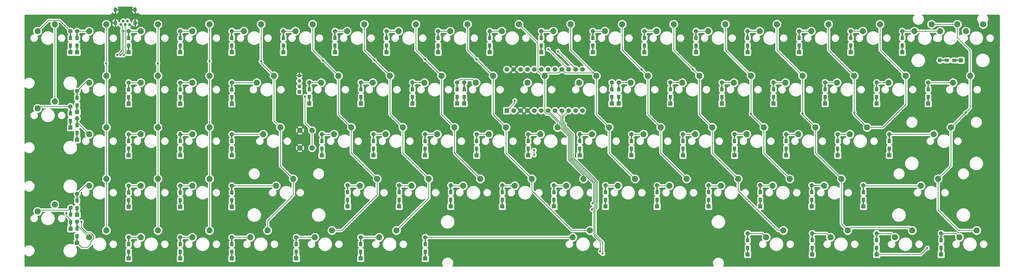
<source format=gbr>
%TF.GenerationSoftware,KiCad,Pcbnew,(5.1.7)-1*%
%TF.CreationDate,2021-02-08T13:03:49+07:00*%
%TF.ProjectId,bevi,62657669-2e6b-4696-9361-645f70636258,rev?*%
%TF.SameCoordinates,Original*%
%TF.FileFunction,Copper,L2,Bot*%
%TF.FilePolarity,Positive*%
%FSLAX46Y46*%
G04 Gerber Fmt 4.6, Leading zero omitted, Abs format (unit mm)*
G04 Created by KiCad (PCBNEW (5.1.7)-1) date 2021-02-08 13:03:49*
%MOMM*%
%LPD*%
G01*
G04 APERTURE LIST*
%TA.AperFunction,ComponentPad*%
%ADD10C,2.000000*%
%TD*%
%TA.AperFunction,ComponentPad*%
%ADD11O,1.350000X1.350000*%
%TD*%
%TA.AperFunction,ComponentPad*%
%ADD12R,1.350000X1.350000*%
%TD*%
%TA.AperFunction,ComponentPad*%
%ADD13C,1.752600*%
%TD*%
%TA.AperFunction,ComponentPad*%
%ADD14R,1.752600X1.752600*%
%TD*%
%TA.AperFunction,ComponentPad*%
%ADD15O,1.200000X1.900000*%
%TD*%
%TA.AperFunction,ComponentPad*%
%ADD16C,1.100000*%
%TD*%
%TA.AperFunction,ComponentPad*%
%ADD17C,2.250000*%
%TD*%
%TA.AperFunction,ComponentPad*%
%ADD18R,1.600000X1.600000*%
%TD*%
%TA.AperFunction,ComponentPad*%
%ADD19C,1.600000*%
%TD*%
%TA.AperFunction,SMDPad,CuDef*%
%ADD20R,2.900000X0.500000*%
%TD*%
%TA.AperFunction,SMDPad,CuDef*%
%ADD21R,1.600000X1.200000*%
%TD*%
%TA.AperFunction,SMDPad,CuDef*%
%ADD22R,0.500000X2.900000*%
%TD*%
%TA.AperFunction,SMDPad,CuDef*%
%ADD23R,1.200000X1.600000*%
%TD*%
%TA.AperFunction,ViaPad*%
%ADD24C,0.800000*%
%TD*%
%TA.AperFunction,Conductor*%
%ADD25C,0.250000*%
%TD*%
%TA.AperFunction,Conductor*%
%ADD26C,0.254000*%
%TD*%
%TA.AperFunction,Conductor*%
%ADD27C,0.100000*%
%TD*%
G04 APERTURE END LIST*
D10*
%TO.P,SW1,1*%
%TO.N,GND*%
X122062500Y-78218750D03*
%TO.P,SW1,2*%
%TO.N,rst*%
X126562500Y-78218750D03*
%TO.P,SW1,1*%
%TO.N,GND*%
X122062500Y-71718750D03*
%TO.P,SW1,2*%
%TO.N,rst*%
X126562500Y-71718750D03*
%TD*%
D11*
%TO.P,J2,4*%
%TO.N,GND*%
X121875000Y-51468750D03*
%TO.P,J2,3*%
%TO.N,data+*%
X121875000Y-53468750D03*
%TO.P,J2,2*%
%TO.N,data-*%
X121875000Y-55468750D03*
D12*
%TO.P,J2,1*%
%TO.N,VCC*%
X121875000Y-57468750D03*
%TD*%
D13*
%TO.P,U1,24*%
%TO.N,Net-(U1-Pad24)*%
X198467500Y-49192500D03*
%TO.P,U1,12*%
%TO.N,col7*%
X226407500Y-64432500D03*
%TO.P,U1,23*%
%TO.N,GND*%
X201007500Y-49192500D03*
%TO.P,U1,22*%
%TO.N,rst*%
X203547500Y-49192500D03*
%TO.P,U1,21*%
%TO.N,VCC*%
X206087500Y-49192500D03*
%TO.P,U1,20*%
%TO.N,col0*%
X208627500Y-49192500D03*
%TO.P,U1,19*%
%TO.N,col1*%
X211167500Y-49192500D03*
%TO.P,U1,18*%
%TO.N,col2*%
X213707500Y-49192500D03*
%TO.P,U1,17*%
%TO.N,col3*%
X216247500Y-49192500D03*
%TO.P,U1,16*%
%TO.N,col4*%
X218787500Y-49192500D03*
%TO.P,U1,15*%
%TO.N,row0*%
X221327500Y-49192500D03*
%TO.P,U1,14*%
%TO.N,row1*%
X223867500Y-49192500D03*
%TO.P,U1,13*%
%TO.N,col5*%
X226407500Y-49192500D03*
%TO.P,U1,11*%
%TO.N,col6*%
X223867500Y-64432500D03*
%TO.P,U1,10*%
%TO.N,row9*%
X221327500Y-64432500D03*
%TO.P,U1,9*%
%TO.N,row8*%
X218787500Y-64432500D03*
%TO.P,U1,8*%
%TO.N,row7*%
X216247500Y-64432500D03*
%TO.P,U1,7*%
%TO.N,row6*%
X213707500Y-64432500D03*
%TO.P,U1,6*%
%TO.N,row5*%
X211167500Y-64432500D03*
%TO.P,U1,5*%
%TO.N,row4*%
X208627500Y-64432500D03*
%TO.P,U1,4*%
%TO.N,GND*%
X206087500Y-64432500D03*
%TO.P,U1,3*%
X203547500Y-64432500D03*
%TO.P,U1,2*%
%TO.N,row3*%
X201007500Y-64432500D03*
D14*
%TO.P,U1,1*%
%TO.N,row2*%
X198467500Y-64432500D03*
%TD*%
D15*
%TO.P,J1,6*%
%TO.N,GND*%
X61212500Y-31968750D03*
X53912500Y-31968750D03*
D16*
%TO.P,J1,1*%
%TO.N,VCC*%
X55962500Y-32568750D03*
%TO.P,J1,2*%
%TO.N,data-*%
X56762500Y-31368750D03*
%TO.P,J1,3*%
%TO.N,data+*%
X57562500Y-32568750D03*
%TO.P,J1,4*%
%TO.N,Net-(J1-Pad4)*%
X58362500Y-31368750D03*
%TO.P,J1,5*%
%TO.N,GND*%
X59162500Y-32568750D03*
D15*
%TO.P,J1,6*%
X53912500Y-27148750D03*
X61212500Y-27148750D03*
%TD*%
D17*
%TO.P,MX_0_1,2*%
%TO.N,col1*%
X88658750Y-32513750D03*
%TO.P,MX_0_1,1*%
%TO.N,Net-(D1-Pad2)*%
X82308750Y-35053750D03*
%TD*%
D18*
%TO.P,D85,1*%
%TO.N,row8*%
X366243750Y-45843750D03*
D19*
%TO.P,D85,2*%
%TO.N,Net-(D85-Pad2)*%
X358443750Y-45843750D03*
D20*
%TO.P,D85,1*%
%TO.N,row8*%
X364843750Y-45843750D03*
D21*
X363743750Y-45843750D03*
%TO.P,D85,2*%
%TO.N,Net-(D85-Pad2)*%
X360943750Y-45843750D03*
D20*
X359843750Y-45843750D03*
%TD*%
D17*
%TO.P,MX_9_7_1,2*%
%TO.N,col7*%
X355358750Y-32513750D03*
%TO.P,MX_9_7_1,1*%
%TO.N,Net-(D97-Pad2)*%
X349008750Y-35053750D03*
%TD*%
%TO.P,MX_8_5,2*%
%TO.N,col5*%
X374408750Y-32513750D03*
%TO.P,MX_8_5,1*%
%TO.N,Net-(D85-Pad2)*%
X368058750Y-35053750D03*
%TD*%
D18*
%TO.P,D97,1*%
%TO.N,row9*%
X344550000Y-42862500D03*
D19*
%TO.P,D97,2*%
%TO.N,Net-(D97-Pad2)*%
X344550000Y-35062500D03*
D22*
%TO.P,D97,1*%
%TO.N,row9*%
X344550000Y-41462500D03*
D23*
X344550000Y-40362500D03*
%TO.P,D97,2*%
%TO.N,Net-(D97-Pad2)*%
X344550000Y-37562500D03*
D22*
X344550000Y-36462500D03*
%TD*%
D18*
%TO.P,D96,1*%
%TO.N,row9*%
X335062500Y-117618750D03*
D19*
%TO.P,D96,2*%
%TO.N,Net-(D96-Pad2)*%
X335062500Y-109818750D03*
D22*
%TO.P,D96,1*%
%TO.N,row9*%
X335062500Y-116218750D03*
D23*
X335062500Y-115118750D03*
%TO.P,D96,2*%
%TO.N,Net-(D96-Pad2)*%
X335062500Y-112318750D03*
D22*
X335062500Y-111218750D03*
%TD*%
D18*
%TO.P,D95,1*%
%TO.N,row9*%
X287437500Y-117618750D03*
D19*
%TO.P,D95,2*%
%TO.N,Net-(D95-Pad2)*%
X287437500Y-109818750D03*
D22*
%TO.P,D95,1*%
%TO.N,row9*%
X287437500Y-116218750D03*
D23*
X287437500Y-115118750D03*
%TO.P,D95,2*%
%TO.N,Net-(D95-Pad2)*%
X287437500Y-112318750D03*
D22*
X287437500Y-111218750D03*
%TD*%
D18*
%TO.P,D94,1*%
%TO.N,row9*%
X37312500Y-42862500D03*
D19*
%TO.P,D94,2*%
%TO.N,Net-(D94-Pad2)*%
X37312500Y-35062500D03*
D22*
%TO.P,D94,1*%
%TO.N,row9*%
X37312500Y-41462500D03*
D23*
X37312500Y-40362500D03*
%TO.P,D94,2*%
%TO.N,Net-(D94-Pad2)*%
X37312500Y-37562500D03*
D22*
X37312500Y-36462500D03*
%TD*%
D18*
%TO.P,D93,1*%
%TO.N,row9*%
X37406250Y-108150000D03*
D19*
%TO.P,D93,2*%
%TO.N,Net-(D93-Pad2)*%
X37406250Y-100350000D03*
D22*
%TO.P,D93,1*%
%TO.N,row9*%
X37406250Y-106750000D03*
D23*
X37406250Y-105650000D03*
%TO.P,D93,2*%
%TO.N,Net-(D93-Pad2)*%
X37406250Y-102850000D03*
D22*
X37406250Y-101750000D03*
%TD*%
D18*
%TO.P,D92,1*%
%TO.N,row9*%
X144525000Y-119062500D03*
D19*
%TO.P,D92,2*%
%TO.N,Net-(D92-Pad2)*%
X144525000Y-111262500D03*
D22*
%TO.P,D92,1*%
%TO.N,row9*%
X144525000Y-117662500D03*
D23*
X144525000Y-116562500D03*
%TO.P,D92,2*%
%TO.N,Net-(D92-Pad2)*%
X144525000Y-113762500D03*
D22*
X144525000Y-112662500D03*
%TD*%
D18*
%TO.P,D91,1*%
%TO.N,row9*%
X96900000Y-119062500D03*
D19*
%TO.P,D91,2*%
%TO.N,Net-(D91-Pad2)*%
X96900000Y-111262500D03*
D22*
%TO.P,D91,1*%
%TO.N,row9*%
X96900000Y-117662500D03*
D23*
X96900000Y-116562500D03*
%TO.P,D91,2*%
%TO.N,Net-(D91-Pad2)*%
X96900000Y-113762500D03*
D22*
X96900000Y-112662500D03*
%TD*%
D18*
%TO.P,D90,1*%
%TO.N,row9*%
X58800000Y-119062500D03*
D19*
%TO.P,D90,2*%
%TO.N,Net-(D90-Pad2)*%
X58800000Y-111262500D03*
D22*
%TO.P,D90,1*%
%TO.N,row9*%
X58800000Y-117662500D03*
D23*
X58800000Y-116562500D03*
%TO.P,D90,2*%
%TO.N,Net-(D90-Pad2)*%
X58800000Y-113762500D03*
D22*
X58800000Y-112662500D03*
%TD*%
D18*
%TO.P,D87,1*%
%TO.N,row8*%
X358875000Y-117618750D03*
D19*
%TO.P,D87,2*%
%TO.N,Net-(D87-Pad2)*%
X358875000Y-109818750D03*
D22*
%TO.P,D87,1*%
%TO.N,row8*%
X358875000Y-116218750D03*
D23*
X358875000Y-115118750D03*
%TO.P,D87,2*%
%TO.N,Net-(D87-Pad2)*%
X358875000Y-112318750D03*
D22*
X358875000Y-111218750D03*
%TD*%
D18*
%TO.P,D86,1*%
%TO.N,row8*%
X311250000Y-117618750D03*
D19*
%TO.P,D86,2*%
%TO.N,Net-(D86-Pad2)*%
X311250000Y-109818750D03*
D22*
%TO.P,D86,1*%
%TO.N,row8*%
X311250000Y-116218750D03*
D23*
X311250000Y-115118750D03*
%TO.P,D86,2*%
%TO.N,Net-(D86-Pad2)*%
X311250000Y-112318750D03*
D22*
X311250000Y-111218750D03*
%TD*%
D18*
%TO.P,D84,1*%
%TO.N,row8*%
X37312500Y-70743750D03*
D19*
%TO.P,D84,2*%
%TO.N,Net-(D84-Pad2)*%
X37312500Y-62943750D03*
D22*
%TO.P,D84,1*%
%TO.N,row8*%
X37312500Y-69343750D03*
D23*
X37312500Y-68243750D03*
%TO.P,D84,2*%
%TO.N,Net-(D84-Pad2)*%
X37312500Y-65443750D03*
D22*
X37312500Y-64343750D03*
%TD*%
D18*
%TO.P,D83,1*%
%TO.N,row8*%
X168337500Y-119062500D03*
D19*
%TO.P,D83,2*%
%TO.N,Net-(D83-Pad2)*%
X168337500Y-111262500D03*
D22*
%TO.P,D83,1*%
%TO.N,row8*%
X168337500Y-117662500D03*
D23*
X168337500Y-116562500D03*
%TO.P,D83,2*%
%TO.N,Net-(D83-Pad2)*%
X168337500Y-113762500D03*
D22*
X168337500Y-112662500D03*
%TD*%
D18*
%TO.P,D82,1*%
%TO.N,row8*%
X120712500Y-119062500D03*
D19*
%TO.P,D82,2*%
%TO.N,Net-(D82-Pad2)*%
X120712500Y-111262500D03*
D22*
%TO.P,D82,1*%
%TO.N,row8*%
X120712500Y-117662500D03*
D23*
X120712500Y-116562500D03*
%TO.P,D82,2*%
%TO.N,Net-(D82-Pad2)*%
X120712500Y-113762500D03*
D22*
X120712500Y-112662500D03*
%TD*%
D18*
%TO.P,D81,1*%
%TO.N,row8*%
X77850000Y-119062500D03*
D19*
%TO.P,D81,2*%
%TO.N,Net-(D81-Pad2)*%
X77850000Y-111262500D03*
D22*
%TO.P,D81,1*%
%TO.N,row8*%
X77850000Y-117662500D03*
D23*
X77850000Y-116562500D03*
%TO.P,D81,2*%
%TO.N,Net-(D81-Pad2)*%
X77850000Y-113762500D03*
D22*
X77850000Y-112662500D03*
%TD*%
D18*
%TO.P,D80,1*%
%TO.N,row8*%
X39750000Y-113306250D03*
D19*
%TO.P,D80,2*%
%TO.N,Net-(D80-Pad2)*%
X39750000Y-105506250D03*
D22*
%TO.P,D80,1*%
%TO.N,row8*%
X39750000Y-111906250D03*
D23*
X39750000Y-110806250D03*
%TO.P,D80,2*%
%TO.N,Net-(D80-Pad2)*%
X39750000Y-108006250D03*
D22*
X39750000Y-106906250D03*
%TD*%
D18*
%TO.P,D77,1*%
%TO.N,row7*%
X354131250Y-61837500D03*
D19*
%TO.P,D77,2*%
%TO.N,Net-(D77-Pad2)*%
X354131250Y-54037500D03*
D22*
%TO.P,D77,1*%
%TO.N,row7*%
X354131250Y-60437500D03*
D23*
X354131250Y-59337500D03*
%TO.P,D77,2*%
%TO.N,Net-(D77-Pad2)*%
X354131250Y-56537500D03*
D22*
X354131250Y-55437500D03*
%TD*%
D18*
%TO.P,D76,1*%
%TO.N,row7*%
X311137500Y-99843750D03*
D19*
%TO.P,D76,2*%
%TO.N,Net-(D76-Pad2)*%
X311137500Y-92043750D03*
D22*
%TO.P,D76,1*%
%TO.N,row7*%
X311137500Y-98443750D03*
D23*
X311137500Y-97343750D03*
%TO.P,D76,2*%
%TO.N,Net-(D76-Pad2)*%
X311137500Y-94543750D03*
D22*
X311137500Y-93443750D03*
%TD*%
D18*
%TO.P,D75,1*%
%TO.N,row7*%
X273037500Y-99843750D03*
D19*
%TO.P,D75,2*%
%TO.N,Net-(D75-Pad2)*%
X273037500Y-92043750D03*
D22*
%TO.P,D75,1*%
%TO.N,row7*%
X273037500Y-98443750D03*
D23*
X273037500Y-97343750D03*
%TO.P,D75,2*%
%TO.N,Net-(D75-Pad2)*%
X273037500Y-94543750D03*
D22*
X273037500Y-93443750D03*
%TD*%
D18*
%TO.P,D74,1*%
%TO.N,row7*%
X234937500Y-99843750D03*
D19*
%TO.P,D74,2*%
%TO.N,Net-(D74-Pad2)*%
X234937500Y-92043750D03*
D22*
%TO.P,D74,1*%
%TO.N,row7*%
X234937500Y-98443750D03*
D23*
X234937500Y-97343750D03*
%TO.P,D74,2*%
%TO.N,Net-(D74-Pad2)*%
X234937500Y-94543750D03*
D22*
X234937500Y-93443750D03*
%TD*%
D18*
%TO.P,D73,1*%
%TO.N,row7*%
X196837500Y-99843750D03*
D19*
%TO.P,D73,2*%
%TO.N,Net-(D73-Pad2)*%
X196837500Y-92043750D03*
D22*
%TO.P,D73,1*%
%TO.N,row7*%
X196837500Y-98443750D03*
D23*
X196837500Y-97343750D03*
%TO.P,D73,2*%
%TO.N,Net-(D73-Pad2)*%
X196837500Y-94543750D03*
D22*
X196837500Y-93443750D03*
%TD*%
D18*
%TO.P,D72,1*%
%TO.N,row7*%
X158737500Y-99843750D03*
D19*
%TO.P,D72,2*%
%TO.N,Net-(D72-Pad2)*%
X158737500Y-92043750D03*
D22*
%TO.P,D72,1*%
%TO.N,row7*%
X158737500Y-98443750D03*
D23*
X158737500Y-97343750D03*
%TO.P,D72,2*%
%TO.N,Net-(D72-Pad2)*%
X158737500Y-94543750D03*
D22*
X158737500Y-93443750D03*
%TD*%
D18*
%TO.P,D71,1*%
%TO.N,row7*%
X96900000Y-100012500D03*
D19*
%TO.P,D71,2*%
%TO.N,Net-(D71-Pad2)*%
X96900000Y-92212500D03*
D22*
%TO.P,D71,1*%
%TO.N,row7*%
X96900000Y-98612500D03*
D23*
X96900000Y-97512500D03*
%TO.P,D71,2*%
%TO.N,Net-(D71-Pad2)*%
X96900000Y-94712500D03*
D22*
X96900000Y-93612500D03*
%TD*%
D18*
%TO.P,D70,1*%
%TO.N,row7*%
X58800000Y-100012500D03*
D19*
%TO.P,D70,2*%
%TO.N,Net-(D70-Pad2)*%
X58800000Y-92212500D03*
D22*
%TO.P,D70,1*%
%TO.N,row7*%
X58800000Y-98612500D03*
D23*
X58800000Y-97512500D03*
%TO.P,D70,2*%
%TO.N,Net-(D70-Pad2)*%
X58800000Y-94712500D03*
D22*
X58800000Y-93612500D03*
%TD*%
D18*
%TO.P,D67,1*%
%TO.N,row6*%
X330187500Y-99843750D03*
D19*
%TO.P,D67,2*%
%TO.N,Net-(D67-Pad2)*%
X330187500Y-92043750D03*
D22*
%TO.P,D67,1*%
%TO.N,row6*%
X330187500Y-98443750D03*
D23*
X330187500Y-97343750D03*
%TO.P,D67,2*%
%TO.N,Net-(D67-Pad2)*%
X330187500Y-94543750D03*
D22*
X330187500Y-93443750D03*
%TD*%
D18*
%TO.P,D66,1*%
%TO.N,row6*%
X292087500Y-99843750D03*
D19*
%TO.P,D66,2*%
%TO.N,Net-(D66-Pad2)*%
X292087500Y-92043750D03*
D22*
%TO.P,D66,1*%
%TO.N,row6*%
X292087500Y-98443750D03*
D23*
X292087500Y-97343750D03*
%TO.P,D66,2*%
%TO.N,Net-(D66-Pad2)*%
X292087500Y-94543750D03*
D22*
X292087500Y-93443750D03*
%TD*%
D18*
%TO.P,D65,1*%
%TO.N,row6*%
X253987500Y-99843750D03*
D19*
%TO.P,D65,2*%
%TO.N,Net-(D65-Pad2)*%
X253987500Y-92043750D03*
D22*
%TO.P,D65,1*%
%TO.N,row6*%
X253987500Y-98443750D03*
D23*
X253987500Y-97343750D03*
%TO.P,D65,2*%
%TO.N,Net-(D65-Pad2)*%
X253987500Y-94543750D03*
D22*
X253987500Y-93443750D03*
%TD*%
D18*
%TO.P,D64,1*%
%TO.N,row6*%
X215887500Y-99843750D03*
D19*
%TO.P,D64,2*%
%TO.N,Net-(D64-Pad2)*%
X215887500Y-92043750D03*
D22*
%TO.P,D64,1*%
%TO.N,row6*%
X215887500Y-98443750D03*
D23*
X215887500Y-97343750D03*
%TO.P,D64,2*%
%TO.N,Net-(D64-Pad2)*%
X215887500Y-94543750D03*
D22*
X215887500Y-93443750D03*
%TD*%
D18*
%TO.P,D63,1*%
%TO.N,row6*%
X177787500Y-99843750D03*
D19*
%TO.P,D63,2*%
%TO.N,Net-(D63-Pad2)*%
X177787500Y-92043750D03*
D22*
%TO.P,D63,1*%
%TO.N,row6*%
X177787500Y-98443750D03*
D23*
X177787500Y-97343750D03*
%TO.P,D63,2*%
%TO.N,Net-(D63-Pad2)*%
X177787500Y-94543750D03*
D22*
X177787500Y-93443750D03*
%TD*%
D18*
%TO.P,D62,1*%
%TO.N,row6*%
X139687500Y-99843750D03*
D19*
%TO.P,D62,2*%
%TO.N,Net-(D62-Pad2)*%
X139687500Y-92043750D03*
D22*
%TO.P,D62,1*%
%TO.N,row6*%
X139687500Y-98443750D03*
D23*
X139687500Y-97343750D03*
%TO.P,D62,2*%
%TO.N,Net-(D62-Pad2)*%
X139687500Y-94543750D03*
D22*
X139687500Y-93443750D03*
%TD*%
D18*
%TO.P,D61,1*%
%TO.N,row6*%
X77850000Y-100012500D03*
D19*
%TO.P,D61,2*%
%TO.N,Net-(D61-Pad2)*%
X77850000Y-92212500D03*
D22*
%TO.P,D61,1*%
%TO.N,row6*%
X77850000Y-98612500D03*
D23*
X77850000Y-97512500D03*
%TO.P,D61,2*%
%TO.N,Net-(D61-Pad2)*%
X77850000Y-94712500D03*
D22*
X77850000Y-93612500D03*
%TD*%
D18*
%TO.P,D60,1*%
%TO.N,row6*%
X39750000Y-102993750D03*
D19*
%TO.P,D60,2*%
%TO.N,Net-(D60-Pad2)*%
X39750000Y-95193750D03*
D22*
%TO.P,D60,1*%
%TO.N,row6*%
X39750000Y-101593750D03*
D23*
X39750000Y-100493750D03*
%TO.P,D60,2*%
%TO.N,Net-(D60-Pad2)*%
X39750000Y-97693750D03*
D22*
X39750000Y-96593750D03*
%TD*%
D18*
%TO.P,D57,1*%
%TO.N,row5*%
X339768750Y-80962500D03*
D19*
%TO.P,D57,2*%
%TO.N,Net-(D57-Pad2)*%
X339768750Y-73162500D03*
D22*
%TO.P,D57,1*%
%TO.N,row5*%
X339768750Y-79562500D03*
D23*
X339768750Y-78462500D03*
%TO.P,D57,2*%
%TO.N,Net-(D57-Pad2)*%
X339768750Y-75662500D03*
D22*
X339768750Y-74562500D03*
%TD*%
D18*
%TO.P,D56,1*%
%TO.N,row5*%
X301668750Y-80962500D03*
D19*
%TO.P,D56,2*%
%TO.N,Net-(D56-Pad2)*%
X301668750Y-73162500D03*
D22*
%TO.P,D56,1*%
%TO.N,row5*%
X301668750Y-79562500D03*
D23*
X301668750Y-78462500D03*
%TO.P,D56,2*%
%TO.N,Net-(D56-Pad2)*%
X301668750Y-75662500D03*
D22*
X301668750Y-74562500D03*
%TD*%
D18*
%TO.P,D55,1*%
%TO.N,row5*%
X263568750Y-80962500D03*
D19*
%TO.P,D55,2*%
%TO.N,Net-(D55-Pad2)*%
X263568750Y-73162500D03*
D22*
%TO.P,D55,1*%
%TO.N,row5*%
X263568750Y-79562500D03*
D23*
X263568750Y-78462500D03*
%TO.P,D55,2*%
%TO.N,Net-(D55-Pad2)*%
X263568750Y-75662500D03*
D22*
X263568750Y-74562500D03*
%TD*%
D18*
%TO.P,D54,1*%
%TO.N,row5*%
X225468750Y-80962500D03*
D19*
%TO.P,D54,2*%
%TO.N,Net-(D54-Pad2)*%
X225468750Y-73162500D03*
D22*
%TO.P,D54,1*%
%TO.N,row5*%
X225468750Y-79562500D03*
D23*
X225468750Y-78462500D03*
%TO.P,D54,2*%
%TO.N,Net-(D54-Pad2)*%
X225468750Y-75662500D03*
D22*
X225468750Y-74562500D03*
%TD*%
D18*
%TO.P,D53,1*%
%TO.N,row5*%
X187368750Y-80962500D03*
D19*
%TO.P,D53,2*%
%TO.N,Net-(D53-Pad2)*%
X187368750Y-73162500D03*
D22*
%TO.P,D53,1*%
%TO.N,row5*%
X187368750Y-79562500D03*
D23*
X187368750Y-78462500D03*
%TO.P,D53,2*%
%TO.N,Net-(D53-Pad2)*%
X187368750Y-75662500D03*
D22*
X187368750Y-74562500D03*
%TD*%
D18*
%TO.P,D52,1*%
%TO.N,row5*%
X149268750Y-80962500D03*
D19*
%TO.P,D52,2*%
%TO.N,Net-(D52-Pad2)*%
X149268750Y-73162500D03*
D22*
%TO.P,D52,1*%
%TO.N,row5*%
X149268750Y-79562500D03*
D23*
X149268750Y-78462500D03*
%TO.P,D52,2*%
%TO.N,Net-(D52-Pad2)*%
X149268750Y-75662500D03*
D22*
X149268750Y-74562500D03*
%TD*%
D18*
%TO.P,D51,1*%
%TO.N,row5*%
X96900000Y-80962500D03*
D19*
%TO.P,D51,2*%
%TO.N,Net-(D51-Pad2)*%
X96900000Y-73162500D03*
D22*
%TO.P,D51,1*%
%TO.N,row5*%
X96900000Y-79562500D03*
D23*
X96900000Y-78462500D03*
%TO.P,D51,2*%
%TO.N,Net-(D51-Pad2)*%
X96900000Y-75662500D03*
D22*
X96900000Y-74562500D03*
%TD*%
D18*
%TO.P,D50,1*%
%TO.N,row5*%
X58800000Y-80962500D03*
D19*
%TO.P,D50,2*%
%TO.N,Net-(D50-Pad2)*%
X58800000Y-73162500D03*
D22*
%TO.P,D50,1*%
%TO.N,row5*%
X58800000Y-79562500D03*
D23*
X58800000Y-78462500D03*
%TO.P,D50,2*%
%TO.N,Net-(D50-Pad2)*%
X58800000Y-75662500D03*
D22*
X58800000Y-74562500D03*
%TD*%
D18*
%TO.P,D47,1*%
%TO.N,row4*%
X320718750Y-80962500D03*
D19*
%TO.P,D47,2*%
%TO.N,Net-(D47-Pad2)*%
X320718750Y-73162500D03*
D22*
%TO.P,D47,1*%
%TO.N,row4*%
X320718750Y-79562500D03*
D23*
X320718750Y-78462500D03*
%TO.P,D47,2*%
%TO.N,Net-(D47-Pad2)*%
X320718750Y-75662500D03*
D22*
X320718750Y-74562500D03*
%TD*%
D18*
%TO.P,D46,1*%
%TO.N,row4*%
X282618750Y-80962500D03*
D19*
%TO.P,D46,2*%
%TO.N,Net-(D46-Pad2)*%
X282618750Y-73162500D03*
D22*
%TO.P,D46,1*%
%TO.N,row4*%
X282618750Y-79562500D03*
D23*
X282618750Y-78462500D03*
%TO.P,D46,2*%
%TO.N,Net-(D46-Pad2)*%
X282618750Y-75662500D03*
D22*
X282618750Y-74562500D03*
%TD*%
D18*
%TO.P,D45,1*%
%TO.N,row4*%
X244518750Y-80962500D03*
D19*
%TO.P,D45,2*%
%TO.N,Net-(D45-Pad2)*%
X244518750Y-73162500D03*
D22*
%TO.P,D45,1*%
%TO.N,row4*%
X244518750Y-79562500D03*
D23*
X244518750Y-78462500D03*
%TO.P,D45,2*%
%TO.N,Net-(D45-Pad2)*%
X244518750Y-75662500D03*
D22*
X244518750Y-74562500D03*
%TD*%
D18*
%TO.P,D44,1*%
%TO.N,row4*%
X206418750Y-80962500D03*
D19*
%TO.P,D44,2*%
%TO.N,Net-(D44-Pad2)*%
X206418750Y-73162500D03*
D22*
%TO.P,D44,1*%
%TO.N,row4*%
X206418750Y-79562500D03*
D23*
X206418750Y-78462500D03*
%TO.P,D44,2*%
%TO.N,Net-(D44-Pad2)*%
X206418750Y-75662500D03*
D22*
X206418750Y-74562500D03*
%TD*%
D18*
%TO.P,D43,1*%
%TO.N,row4*%
X168318750Y-80962500D03*
D19*
%TO.P,D43,2*%
%TO.N,Net-(D43-Pad2)*%
X168318750Y-73162500D03*
D22*
%TO.P,D43,1*%
%TO.N,row4*%
X168318750Y-79562500D03*
D23*
X168318750Y-78462500D03*
%TO.P,D43,2*%
%TO.N,Net-(D43-Pad2)*%
X168318750Y-75662500D03*
D22*
X168318750Y-74562500D03*
%TD*%
D18*
%TO.P,D42,1*%
%TO.N,row4*%
X130218750Y-80962500D03*
D19*
%TO.P,D42,2*%
%TO.N,Net-(D42-Pad2)*%
X130218750Y-73162500D03*
D22*
%TO.P,D42,1*%
%TO.N,row4*%
X130218750Y-79562500D03*
D23*
X130218750Y-78462500D03*
%TO.P,D42,2*%
%TO.N,Net-(D42-Pad2)*%
X130218750Y-75662500D03*
D22*
X130218750Y-74562500D03*
%TD*%
D18*
%TO.P,D41,1*%
%TO.N,row4*%
X77850000Y-80962500D03*
D19*
%TO.P,D41,2*%
%TO.N,Net-(D41-Pad2)*%
X77850000Y-73162500D03*
D22*
%TO.P,D41,1*%
%TO.N,row4*%
X77850000Y-79562500D03*
D23*
X77850000Y-78462500D03*
%TO.P,D41,2*%
%TO.N,Net-(D41-Pad2)*%
X77850000Y-75662500D03*
D22*
X77850000Y-74562500D03*
%TD*%
D18*
%TO.P,D40,1*%
%TO.N,row4*%
X39750000Y-75150000D03*
D19*
%TO.P,D40,2*%
%TO.N,Net-(D40-Pad2)*%
X39750000Y-67350000D03*
D22*
%TO.P,D40,1*%
%TO.N,row4*%
X39750000Y-73750000D03*
D23*
X39750000Y-72650000D03*
%TO.P,D40,2*%
%TO.N,Net-(D40-Pad2)*%
X39750000Y-69850000D03*
D22*
X39750000Y-68750000D03*
%TD*%
D18*
%TO.P,D37,1*%
%TO.N,row3*%
X335081250Y-61837500D03*
D19*
%TO.P,D37,2*%
%TO.N,Net-(D37-Pad2)*%
X335081250Y-54037500D03*
D22*
%TO.P,D37,1*%
%TO.N,row3*%
X335081250Y-60437500D03*
D23*
X335081250Y-59337500D03*
%TO.P,D37,2*%
%TO.N,Net-(D37-Pad2)*%
X335081250Y-56537500D03*
D22*
X335081250Y-55437500D03*
%TD*%
D18*
%TO.P,D36,1*%
%TO.N,row3*%
X296981250Y-61837500D03*
D19*
%TO.P,D36,2*%
%TO.N,Net-(D36-Pad2)*%
X296981250Y-54037500D03*
D22*
%TO.P,D36,1*%
%TO.N,row3*%
X296981250Y-60437500D03*
D23*
X296981250Y-59337500D03*
%TO.P,D36,2*%
%TO.N,Net-(D36-Pad2)*%
X296981250Y-56537500D03*
D22*
X296981250Y-55437500D03*
%TD*%
D18*
%TO.P,D35,1*%
%TO.N,row3*%
X258881250Y-61837500D03*
D19*
%TO.P,D35,2*%
%TO.N,Net-(D35-Pad2)*%
X258881250Y-54037500D03*
D22*
%TO.P,D35,1*%
%TO.N,row3*%
X258881250Y-60437500D03*
D23*
X258881250Y-59337500D03*
%TO.P,D35,2*%
%TO.N,Net-(D35-Pad2)*%
X258881250Y-56537500D03*
D22*
X258881250Y-55437500D03*
%TD*%
D18*
%TO.P,D34,1*%
%TO.N,row3*%
X237281250Y-61837500D03*
D19*
%TO.P,D34,2*%
%TO.N,Net-(D34-Pad2)*%
X237281250Y-54037500D03*
D22*
%TO.P,D34,1*%
%TO.N,row3*%
X237281250Y-60437500D03*
D23*
X237281250Y-59337500D03*
%TO.P,D34,2*%
%TO.N,Net-(D34-Pad2)*%
X237281250Y-56537500D03*
D22*
X237281250Y-55437500D03*
%TD*%
D18*
%TO.P,D33,1*%
%TO.N,row3*%
X180093750Y-61837500D03*
D19*
%TO.P,D33,2*%
%TO.N,Net-(D33-Pad2)*%
X180093750Y-54037500D03*
D22*
%TO.P,D33,1*%
%TO.N,row3*%
X180093750Y-60437500D03*
D23*
X180093750Y-59337500D03*
%TO.P,D33,2*%
%TO.N,Net-(D33-Pad2)*%
X180093750Y-56537500D03*
D22*
X180093750Y-55437500D03*
%TD*%
D18*
%TO.P,D32,1*%
%TO.N,row3*%
X144581250Y-61837500D03*
D19*
%TO.P,D32,2*%
%TO.N,Net-(D32-Pad2)*%
X144581250Y-54037500D03*
D22*
%TO.P,D32,1*%
%TO.N,row3*%
X144581250Y-60437500D03*
D23*
X144581250Y-59337500D03*
%TO.P,D32,2*%
%TO.N,Net-(D32-Pad2)*%
X144581250Y-56537500D03*
D22*
X144581250Y-55437500D03*
%TD*%
D18*
%TO.P,D31,1*%
%TO.N,row3*%
X96900000Y-61912500D03*
D19*
%TO.P,D31,2*%
%TO.N,Net-(D31-Pad2)*%
X96900000Y-54112500D03*
D22*
%TO.P,D31,1*%
%TO.N,row3*%
X96900000Y-60512500D03*
D23*
X96900000Y-59412500D03*
%TO.P,D31,2*%
%TO.N,Net-(D31-Pad2)*%
X96900000Y-56612500D03*
D22*
X96900000Y-55512500D03*
%TD*%
D18*
%TO.P,D30,1*%
%TO.N,row3*%
X58800000Y-61912500D03*
D19*
%TO.P,D30,2*%
%TO.N,Net-(D30-Pad2)*%
X58800000Y-54112500D03*
D22*
%TO.P,D30,1*%
%TO.N,row3*%
X58800000Y-60512500D03*
D23*
X58800000Y-59412500D03*
%TO.P,D30,2*%
%TO.N,Net-(D30-Pad2)*%
X58800000Y-56612500D03*
D22*
X58800000Y-55512500D03*
%TD*%
D18*
%TO.P,D27,1*%
%TO.N,row2*%
X316031250Y-61837500D03*
D19*
%TO.P,D27,2*%
%TO.N,Net-(D27-Pad2)*%
X316031250Y-54037500D03*
D22*
%TO.P,D27,1*%
%TO.N,row2*%
X316031250Y-60437500D03*
D23*
X316031250Y-59337500D03*
%TO.P,D27,2*%
%TO.N,Net-(D27-Pad2)*%
X316031250Y-56537500D03*
D22*
X316031250Y-55437500D03*
%TD*%
D18*
%TO.P,D26,1*%
%TO.N,row2*%
X277931250Y-61837500D03*
D19*
%TO.P,D26,2*%
%TO.N,Net-(D26-Pad2)*%
X277931250Y-54037500D03*
D22*
%TO.P,D26,1*%
%TO.N,row2*%
X277931250Y-60437500D03*
D23*
X277931250Y-59337500D03*
%TO.P,D26,2*%
%TO.N,Net-(D26-Pad2)*%
X277931250Y-56537500D03*
D22*
X277931250Y-55437500D03*
%TD*%
D18*
%TO.P,D25,1*%
%TO.N,row2*%
X239831250Y-61837500D03*
D19*
%TO.P,D25,2*%
%TO.N,Net-(D25-Pad2)*%
X239831250Y-54037500D03*
D22*
%TO.P,D25,1*%
%TO.N,row2*%
X239831250Y-60437500D03*
D23*
X239831250Y-59337500D03*
%TO.P,D25,2*%
%TO.N,Net-(D25-Pad2)*%
X239831250Y-56537500D03*
D22*
X239831250Y-55437500D03*
%TD*%
D18*
%TO.P,D24,1*%
%TO.N,row2*%
X182718750Y-61837500D03*
D19*
%TO.P,D24,2*%
%TO.N,Net-(D24-Pad2)*%
X182718750Y-54037500D03*
D22*
%TO.P,D24,1*%
%TO.N,row2*%
X182718750Y-60437500D03*
D23*
X182718750Y-59337500D03*
%TO.P,D24,2*%
%TO.N,Net-(D24-Pad2)*%
X182718750Y-56537500D03*
D22*
X182718750Y-55437500D03*
%TD*%
D18*
%TO.P,D23,1*%
%TO.N,row2*%
X163631250Y-61837500D03*
D19*
%TO.P,D23,2*%
%TO.N,Net-(D23-Pad2)*%
X163631250Y-54037500D03*
D22*
%TO.P,D23,1*%
%TO.N,row2*%
X163631250Y-60437500D03*
D23*
X163631250Y-59337500D03*
%TO.P,D23,2*%
%TO.N,Net-(D23-Pad2)*%
X163631250Y-56537500D03*
D22*
X163631250Y-55437500D03*
%TD*%
D18*
%TO.P,D22,1*%
%TO.N,row2*%
X125531250Y-61837500D03*
D19*
%TO.P,D22,2*%
%TO.N,Net-(D22-Pad2)*%
X125531250Y-54037500D03*
D22*
%TO.P,D22,1*%
%TO.N,row2*%
X125531250Y-60437500D03*
D23*
X125531250Y-59337500D03*
%TO.P,D22,2*%
%TO.N,Net-(D22-Pad2)*%
X125531250Y-56537500D03*
D22*
X125531250Y-55437500D03*
%TD*%
D18*
%TO.P,D21,1*%
%TO.N,row2*%
X77850000Y-61912500D03*
D19*
%TO.P,D21,2*%
%TO.N,Net-(D21-Pad2)*%
X77850000Y-54112500D03*
D22*
%TO.P,D21,1*%
%TO.N,row2*%
X77850000Y-60512500D03*
D23*
X77850000Y-59412500D03*
%TO.P,D21,2*%
%TO.N,Net-(D21-Pad2)*%
X77850000Y-56612500D03*
D22*
X77850000Y-55512500D03*
%TD*%
D18*
%TO.P,D20,1*%
%TO.N,row2*%
X39750000Y-64962500D03*
D19*
%TO.P,D20,2*%
%TO.N,Net-(D20-Pad2)*%
X39750000Y-57162500D03*
D22*
%TO.P,D20,1*%
%TO.N,row2*%
X39750000Y-63562500D03*
D23*
X39750000Y-62462500D03*
%TO.P,D20,2*%
%TO.N,Net-(D20-Pad2)*%
X39750000Y-59662500D03*
D22*
X39750000Y-58562500D03*
%TD*%
D18*
%TO.P,D17,1*%
%TO.N,row1*%
X325500000Y-42862500D03*
D19*
%TO.P,D17,2*%
%TO.N,Net-(D17-Pad2)*%
X325500000Y-35062500D03*
D22*
%TO.P,D17,1*%
%TO.N,row1*%
X325500000Y-41462500D03*
D23*
X325500000Y-40362500D03*
%TO.P,D17,2*%
%TO.N,Net-(D17-Pad2)*%
X325500000Y-37562500D03*
D22*
X325500000Y-36462500D03*
%TD*%
D18*
%TO.P,D16,1*%
%TO.N,row1*%
X287400000Y-42862500D03*
D19*
%TO.P,D16,2*%
%TO.N,Net-(D16-Pad2)*%
X287400000Y-35062500D03*
D22*
%TO.P,D16,1*%
%TO.N,row1*%
X287400000Y-41462500D03*
D23*
X287400000Y-40362500D03*
%TO.P,D16,2*%
%TO.N,Net-(D16-Pad2)*%
X287400000Y-37562500D03*
D22*
X287400000Y-36462500D03*
%TD*%
D18*
%TO.P,D15,1*%
%TO.N,row1*%
X249300000Y-42862500D03*
D19*
%TO.P,D15,2*%
%TO.N,Net-(D15-Pad2)*%
X249300000Y-35062500D03*
D22*
%TO.P,D15,1*%
%TO.N,row1*%
X249300000Y-41462500D03*
D23*
X249300000Y-40362500D03*
%TO.P,D15,2*%
%TO.N,Net-(D15-Pad2)*%
X249300000Y-37562500D03*
D22*
X249300000Y-36462500D03*
%TD*%
D18*
%TO.P,D14,1*%
%TO.N,row1*%
X211200000Y-42862500D03*
D19*
%TO.P,D14,2*%
%TO.N,Net-(D14-Pad2)*%
X211200000Y-35062500D03*
D22*
%TO.P,D14,1*%
%TO.N,row1*%
X211200000Y-41462500D03*
D23*
X211200000Y-40362500D03*
%TO.P,D14,2*%
%TO.N,Net-(D14-Pad2)*%
X211200000Y-37562500D03*
D22*
X211200000Y-36462500D03*
%TD*%
D18*
%TO.P,D13,1*%
%TO.N,row1*%
X173100000Y-42862500D03*
D19*
%TO.P,D13,2*%
%TO.N,Net-(D13-Pad2)*%
X173100000Y-35062500D03*
D22*
%TO.P,D13,1*%
%TO.N,row1*%
X173100000Y-41462500D03*
D23*
X173100000Y-40362500D03*
%TO.P,D13,2*%
%TO.N,Net-(D13-Pad2)*%
X173100000Y-37562500D03*
D22*
X173100000Y-36462500D03*
%TD*%
D18*
%TO.P,D12,1*%
%TO.N,row1*%
X135000000Y-42862500D03*
D19*
%TO.P,D12,2*%
%TO.N,Net-(D12-Pad2)*%
X135000000Y-35062500D03*
D22*
%TO.P,D12,1*%
%TO.N,row1*%
X135000000Y-41462500D03*
D23*
X135000000Y-40362500D03*
%TO.P,D12,2*%
%TO.N,Net-(D12-Pad2)*%
X135000000Y-37562500D03*
D22*
X135000000Y-36462500D03*
%TD*%
D18*
%TO.P,D11,1*%
%TO.N,row1*%
X96900000Y-42862500D03*
D19*
%TO.P,D11,2*%
%TO.N,Net-(D11-Pad2)*%
X96900000Y-35062500D03*
D22*
%TO.P,D11,1*%
%TO.N,row1*%
X96900000Y-41462500D03*
D23*
X96900000Y-40362500D03*
%TO.P,D11,2*%
%TO.N,Net-(D11-Pad2)*%
X96900000Y-37562500D03*
D22*
X96900000Y-36462500D03*
%TD*%
D18*
%TO.P,D10,1*%
%TO.N,row1*%
X58800000Y-42862500D03*
D19*
%TO.P,D10,2*%
%TO.N,Net-(D10-Pad2)*%
X58800000Y-35062500D03*
D22*
%TO.P,D10,1*%
%TO.N,row1*%
X58800000Y-41462500D03*
D23*
X58800000Y-40362500D03*
%TO.P,D10,2*%
%TO.N,Net-(D10-Pad2)*%
X58800000Y-37562500D03*
D22*
X58800000Y-36462500D03*
%TD*%
D18*
%TO.P,D7,1*%
%TO.N,row0*%
X306450000Y-42862500D03*
D19*
%TO.P,D7,2*%
%TO.N,Net-(D7-Pad2)*%
X306450000Y-35062500D03*
D22*
%TO.P,D7,1*%
%TO.N,row0*%
X306450000Y-41462500D03*
D23*
X306450000Y-40362500D03*
%TO.P,D7,2*%
%TO.N,Net-(D7-Pad2)*%
X306450000Y-37562500D03*
D22*
X306450000Y-36462500D03*
%TD*%
D18*
%TO.P,D6,1*%
%TO.N,row0*%
X268350000Y-42862500D03*
D19*
%TO.P,D6,2*%
%TO.N,Net-(D6-Pad2)*%
X268350000Y-35062500D03*
D22*
%TO.P,D6,1*%
%TO.N,row0*%
X268350000Y-41462500D03*
D23*
X268350000Y-40362500D03*
%TO.P,D6,2*%
%TO.N,Net-(D6-Pad2)*%
X268350000Y-37562500D03*
D22*
X268350000Y-36462500D03*
%TD*%
D18*
%TO.P,D5,1*%
%TO.N,row0*%
X230250000Y-42862500D03*
D19*
%TO.P,D5,2*%
%TO.N,Net-(D5-Pad2)*%
X230250000Y-35062500D03*
D22*
%TO.P,D5,1*%
%TO.N,row0*%
X230250000Y-41462500D03*
D23*
X230250000Y-40362500D03*
%TO.P,D5,2*%
%TO.N,Net-(D5-Pad2)*%
X230250000Y-37562500D03*
D22*
X230250000Y-36462500D03*
%TD*%
D18*
%TO.P,D4,1*%
%TO.N,row0*%
X192150000Y-42862500D03*
D19*
%TO.P,D4,2*%
%TO.N,Net-(D4-Pad2)*%
X192150000Y-35062500D03*
D22*
%TO.P,D4,1*%
%TO.N,row0*%
X192150000Y-41462500D03*
D23*
X192150000Y-40362500D03*
%TO.P,D4,2*%
%TO.N,Net-(D4-Pad2)*%
X192150000Y-37562500D03*
D22*
X192150000Y-36462500D03*
%TD*%
D18*
%TO.P,D3,1*%
%TO.N,row0*%
X154050000Y-42862500D03*
D19*
%TO.P,D3,2*%
%TO.N,Net-(D3-Pad2)*%
X154050000Y-35062500D03*
D22*
%TO.P,D3,1*%
%TO.N,row0*%
X154050000Y-41462500D03*
D23*
X154050000Y-40362500D03*
%TO.P,D3,2*%
%TO.N,Net-(D3-Pad2)*%
X154050000Y-37562500D03*
D22*
X154050000Y-36462500D03*
%TD*%
D18*
%TO.P,D2,1*%
%TO.N,row0*%
X115950000Y-42862500D03*
D19*
%TO.P,D2,2*%
%TO.N,Net-(D2-Pad2)*%
X115950000Y-35062500D03*
D22*
%TO.P,D2,1*%
%TO.N,row0*%
X115950000Y-41462500D03*
D23*
X115950000Y-40362500D03*
%TO.P,D2,2*%
%TO.N,Net-(D2-Pad2)*%
X115950000Y-37562500D03*
D22*
X115950000Y-36462500D03*
%TD*%
D18*
%TO.P,D1,1*%
%TO.N,row0*%
X77850000Y-42862500D03*
D19*
%TO.P,D1,2*%
%TO.N,Net-(D1-Pad2)*%
X77850000Y-35062500D03*
D22*
%TO.P,D1,1*%
%TO.N,row0*%
X77850000Y-41462500D03*
D23*
X77850000Y-40362500D03*
%TO.P,D1,2*%
%TO.N,Net-(D1-Pad2)*%
X77850000Y-37562500D03*
D22*
X77850000Y-36462500D03*
%TD*%
D18*
%TO.P,D0,1*%
%TO.N,row0*%
X39750000Y-42862500D03*
D19*
%TO.P,D0,2*%
%TO.N,Net-(D0-Pad2)*%
X39750000Y-35062500D03*
D22*
%TO.P,D0,1*%
%TO.N,row0*%
X39750000Y-41462500D03*
D23*
X39750000Y-40362500D03*
%TO.P,D0,2*%
%TO.N,Net-(D0-Pad2)*%
X39750000Y-37562500D03*
D22*
X39750000Y-36462500D03*
%TD*%
D17*
%TO.P,MX_5_1,2*%
%TO.N,col1*%
X114852500Y-70613750D03*
%TO.P,MX_5_1,1*%
%TO.N,Net-(D51-Pad2)*%
X108502500Y-73153750D03*
%TD*%
%TO.P,MX_9_7,2*%
%TO.N,col7*%
X364883750Y-32513750D03*
%TO.P,MX_9_7,1*%
%TO.N,Net-(D97-Pad2)*%
X358533750Y-35053750D03*
%TD*%
%TO.P,MX_9_6,2*%
%TO.N,col6*%
X348215000Y-108713750D03*
%TO.P,MX_9_6,1*%
%TO.N,Net-(D96-Pad2)*%
X341865000Y-111253750D03*
%TD*%
%TO.P,MX_9_5,2*%
%TO.N,col5*%
X300590000Y-108713750D03*
%TO.P,MX_9_5,1*%
%TO.N,Net-(D95-Pad2)*%
X294240000Y-111253750D03*
%TD*%
%TO.P,MX_9_4,2*%
%TO.N,col4*%
X31508750Y-32513750D03*
%TO.P,MX_9_4,1*%
%TO.N,Net-(D94-Pad2)*%
X25158750Y-35053750D03*
%TD*%
%TO.P,MX_9_3,2*%
%TO.N,col3*%
X31508750Y-99188750D03*
%TO.P,MX_9_3,1*%
%TO.N,Net-(D93-Pad2)*%
X25158750Y-101728750D03*
%TD*%
%TO.P,MX_9_2,2*%
%TO.N,col2*%
X157715000Y-108713750D03*
%TO.P,MX_9_2,1*%
%TO.N,Net-(D92-Pad2)*%
X151365000Y-111253750D03*
%TD*%
%TO.P,MX_9_1,2*%
%TO.N,col1*%
X110090000Y-108713750D03*
%TO.P,MX_9_1,1*%
%TO.N,Net-(D91-Pad2)*%
X103740000Y-111253750D03*
%TD*%
%TO.P,MX_9_0,2*%
%TO.N,col0*%
X69608750Y-108713750D03*
%TO.P,MX_9_0,1*%
%TO.N,Net-(D90-Pad2)*%
X63258750Y-111253750D03*
%TD*%
%TO.P,MX_8_7,2*%
%TO.N,col7*%
X372027500Y-108713750D03*
%TO.P,MX_8_7,1*%
%TO.N,Net-(D87-Pad2)*%
X365677500Y-111253750D03*
%TD*%
%TO.P,MX_8_6,2*%
%TO.N,col6*%
X324402500Y-108713750D03*
%TO.P,MX_8_6,1*%
%TO.N,Net-(D86-Pad2)*%
X318052500Y-111253750D03*
%TD*%
%TO.P,MX_8_4,2*%
%TO.N,col4*%
X31508750Y-61088750D03*
%TO.P,MX_8_4,1*%
%TO.N,Net-(D84-Pad2)*%
X25158750Y-63628750D03*
%TD*%
%TO.P,MX_8_3,2*%
%TO.N,col3*%
X229152500Y-108713750D03*
%TO.P,MX_8_3,1*%
%TO.N,Net-(D83-Pad2)*%
X222802500Y-111253750D03*
%TD*%
%TO.P,MX_8_2,2*%
%TO.N,col2*%
X133902500Y-108713750D03*
%TO.P,MX_8_2,1*%
%TO.N,Net-(D82-Pad2)*%
X127552500Y-111253750D03*
%TD*%
%TO.P,MX_8_1,2*%
%TO.N,col1*%
X88658750Y-108713750D03*
%TO.P,MX_8_1,1*%
%TO.N,Net-(D81-Pad2)*%
X82308750Y-111253750D03*
%TD*%
%TO.P,MX_8_0,2*%
%TO.N,col0*%
X50558750Y-108713750D03*
%TO.P,MX_8_0,1*%
%TO.N,Net-(D80-Pad2)*%
X44208750Y-111253750D03*
%TD*%
%TO.P,MX_7_7,2*%
%TO.N,col7*%
X369646250Y-51563750D03*
%TO.P,MX_7_7,1*%
%TO.N,Net-(D77-Pad2)*%
X363296250Y-54103750D03*
%TD*%
%TO.P,MX_7_6,2*%
%TO.N,col6*%
X322021250Y-89663750D03*
%TO.P,MX_7_6,1*%
%TO.N,Net-(D76-Pad2)*%
X315671250Y-92203750D03*
%TD*%
%TO.P,MX_7_5,2*%
%TO.N,col5*%
X283921250Y-89663750D03*
%TO.P,MX_7_5,1*%
%TO.N,Net-(D75-Pad2)*%
X277571250Y-92203750D03*
%TD*%
%TO.P,MX_7_4,2*%
%TO.N,col4*%
X245821250Y-89663750D03*
%TO.P,MX_7_4,1*%
%TO.N,Net-(D74-Pad2)*%
X239471250Y-92203750D03*
%TD*%
%TO.P,MX_7_3,2*%
%TO.N,col3*%
X207721250Y-89663750D03*
%TO.P,MX_7_3,1*%
%TO.N,Net-(D73-Pad2)*%
X201371250Y-92203750D03*
%TD*%
%TO.P,MX_7_2,2*%
%TO.N,col2*%
X169621250Y-89663750D03*
%TO.P,MX_7_2,1*%
%TO.N,Net-(D72-Pad2)*%
X163271250Y-92203750D03*
%TD*%
%TO.P,MX_7_1,2*%
%TO.N,col1*%
X119615000Y-89663750D03*
%TO.P,MX_7_1,1*%
%TO.N,Net-(D71-Pad2)*%
X113265000Y-92203750D03*
%TD*%
%TO.P,MX_7_0,2*%
%TO.N,col0*%
X69608750Y-89663750D03*
%TO.P,MX_7_0,1*%
%TO.N,Net-(D70-Pad2)*%
X63258750Y-92203750D03*
%TD*%
%TO.P,MX_6_7,2*%
%TO.N,col7*%
X357740000Y-89663750D03*
%TO.P,MX_6_7,1*%
%TO.N,Net-(D67-Pad2)*%
X351390000Y-92203750D03*
%TD*%
%TO.P,MX_6_6,2*%
%TO.N,col6*%
X302971250Y-89663750D03*
%TO.P,MX_6_6,1*%
%TO.N,Net-(D66-Pad2)*%
X296621250Y-92203750D03*
%TD*%
%TO.P,MX_6_5,2*%
%TO.N,col5*%
X264871250Y-89663750D03*
%TO.P,MX_6_5,1*%
%TO.N,Net-(D65-Pad2)*%
X258521250Y-92203750D03*
%TD*%
%TO.P,MX_6_4,2*%
%TO.N,col4*%
X226771250Y-89663750D03*
%TO.P,MX_6_4,1*%
%TO.N,Net-(D64-Pad2)*%
X220421250Y-92203750D03*
%TD*%
%TO.P,MX_6_3,2*%
%TO.N,col3*%
X188671250Y-89663750D03*
%TO.P,MX_6_3,1*%
%TO.N,Net-(D63-Pad2)*%
X182321250Y-92203750D03*
%TD*%
%TO.P,MX_6_2,2*%
%TO.N,col2*%
X150571250Y-89663750D03*
%TO.P,MX_6_2,1*%
%TO.N,Net-(D62-Pad2)*%
X144221250Y-92203750D03*
%TD*%
%TO.P,MX_6_1,2*%
%TO.N,col1*%
X88658750Y-89663750D03*
%TO.P,MX_6_1,1*%
%TO.N,Net-(D61-Pad2)*%
X82308750Y-92203750D03*
%TD*%
%TO.P,MX_6_0,2*%
%TO.N,col0*%
X50558750Y-89663750D03*
%TO.P,MX_6_0,1*%
%TO.N,Net-(D60-Pad2)*%
X44208750Y-92203750D03*
%TD*%
%TO.P,MX_5_7,2*%
%TO.N,col7*%
X362502500Y-70613750D03*
%TO.P,MX_5_7,1*%
%TO.N,Net-(D57-Pad2)*%
X356152500Y-73153750D03*
%TD*%
%TO.P,MX_5_6,2*%
%TO.N,col6*%
X312496250Y-70613750D03*
%TO.P,MX_5_6,1*%
%TO.N,Net-(D56-Pad2)*%
X306146250Y-73153750D03*
%TD*%
%TO.P,MX_5_5,2*%
%TO.N,col5*%
X274396250Y-70613750D03*
%TO.P,MX_5_5,1*%
%TO.N,Net-(D55-Pad2)*%
X268046250Y-73153750D03*
%TD*%
%TO.P,MX_5_4,2*%
%TO.N,col4*%
X236296250Y-70613750D03*
%TO.P,MX_5_4,1*%
%TO.N,Net-(D54-Pad2)*%
X229946250Y-73153750D03*
%TD*%
%TO.P,MX_5_3,2*%
%TO.N,col3*%
X198196250Y-70613750D03*
%TO.P,MX_5_3,1*%
%TO.N,Net-(D53-Pad2)*%
X191846250Y-73153750D03*
%TD*%
%TO.P,MX_5_2,2*%
%TO.N,col2*%
X160096250Y-70613750D03*
%TO.P,MX_5_2,1*%
%TO.N,Net-(D52-Pad2)*%
X153746250Y-73153750D03*
%TD*%
%TO.P,MX_5_0,2*%
%TO.N,col0*%
X69608750Y-70613750D03*
%TO.P,MX_5_0,1*%
%TO.N,Net-(D50-Pad2)*%
X63258750Y-73153750D03*
%TD*%
%TO.P,MX_4_7,2*%
%TO.N,col7*%
X331546250Y-70613750D03*
%TO.P,MX_4_7,1*%
%TO.N,Net-(D47-Pad2)*%
X325196250Y-73153750D03*
%TD*%
%TO.P,MX_4_6,2*%
%TO.N,col6*%
X293446250Y-70613750D03*
%TO.P,MX_4_6,1*%
%TO.N,Net-(D46-Pad2)*%
X287096250Y-73153750D03*
%TD*%
%TO.P,MX_4_5,2*%
%TO.N,col5*%
X255346250Y-70613750D03*
%TO.P,MX_4_5,1*%
%TO.N,Net-(D45-Pad2)*%
X248996250Y-73153750D03*
%TD*%
%TO.P,MX_4_4,2*%
%TO.N,col4*%
X217246250Y-70613750D03*
%TO.P,MX_4_4,1*%
%TO.N,Net-(D44-Pad2)*%
X210896250Y-73153750D03*
%TD*%
%TO.P,MX_4_3,2*%
%TO.N,col3*%
X179146250Y-70613750D03*
%TO.P,MX_4_3,1*%
%TO.N,Net-(D43-Pad2)*%
X172796250Y-73153750D03*
%TD*%
%TO.P,MX_4_2,2*%
%TO.N,col2*%
X141046250Y-70613750D03*
%TO.P,MX_4_2,1*%
%TO.N,Net-(D42-Pad2)*%
X134696250Y-73153750D03*
%TD*%
%TO.P,MX_4_1,2*%
%TO.N,col1*%
X88658750Y-70613750D03*
%TO.P,MX_4_1,1*%
%TO.N,Net-(D41-Pad2)*%
X82308750Y-73153750D03*
%TD*%
%TO.P,MX_4_0,2*%
%TO.N,col0*%
X50558750Y-70613750D03*
%TO.P,MX_4_0,1*%
%TO.N,Net-(D40-Pad2)*%
X44208750Y-73153750D03*
%TD*%
%TO.P,MX_3_7,2*%
%TO.N,col7*%
X345833750Y-51563750D03*
%TO.P,MX_3_7,1*%
%TO.N,Net-(D37-Pad2)*%
X339483750Y-54103750D03*
%TD*%
%TO.P,MX_3_6,2*%
%TO.N,col6*%
X307733750Y-51563750D03*
%TO.P,MX_3_6,1*%
%TO.N,Net-(D36-Pad2)*%
X301383750Y-54103750D03*
%TD*%
%TO.P,MX_3_5,2*%
%TO.N,col5*%
X269633750Y-51563750D03*
%TO.P,MX_3_5,1*%
%TO.N,Net-(D35-Pad2)*%
X263283750Y-54103750D03*
%TD*%
%TO.P,MX_3_4,1*%
%TO.N,Net-(D34-Pad2)*%
X225183750Y-54103750D03*
%TO.P,MX_3_4,2*%
%TO.N,col4*%
X231533750Y-51563750D03*
%TD*%
%TO.P,MX_3_3,2*%
%TO.N,col3*%
X193433750Y-51563750D03*
%TO.P,MX_3_3,1*%
%TO.N,Net-(D33-Pad2)*%
X187083750Y-54103750D03*
%TD*%
%TO.P,MX_3_2,2*%
%TO.N,col2*%
X155333750Y-51563750D03*
%TO.P,MX_3_2,1*%
%TO.N,Net-(D32-Pad2)*%
X148983750Y-54103750D03*
%TD*%
%TO.P,MX_3_1,2*%
%TO.N,col1*%
X112471250Y-51563750D03*
%TO.P,MX_3_1,1*%
%TO.N,Net-(D31-Pad2)*%
X106121250Y-54103750D03*
%TD*%
%TO.P,MX_3_0,2*%
%TO.N,col0*%
X69608750Y-51563750D03*
%TO.P,MX_3_0,1*%
%TO.N,Net-(D30-Pad2)*%
X63258750Y-54103750D03*
%TD*%
%TO.P,MX_2_7,2*%
%TO.N,col7*%
X326783750Y-51563750D03*
%TO.P,MX_2_7,1*%
%TO.N,Net-(D27-Pad2)*%
X320433750Y-54103750D03*
%TD*%
%TO.P,MX_2_6,2*%
%TO.N,col6*%
X288683750Y-51563750D03*
%TO.P,MX_2_6,1*%
%TO.N,Net-(D26-Pad2)*%
X282333750Y-54103750D03*
%TD*%
%TO.P,MX_2_5,2*%
%TO.N,col5*%
X250583750Y-51563750D03*
%TO.P,MX_2_5,1*%
%TO.N,Net-(D25-Pad2)*%
X244233750Y-54103750D03*
%TD*%
%TO.P,MX_2_4,2*%
%TO.N,col4*%
X212483750Y-51563750D03*
%TO.P,MX_2_4,1*%
%TO.N,Net-(D24-Pad2)*%
X206133750Y-54103750D03*
%TD*%
%TO.P,MX_2_3,2*%
%TO.N,col3*%
X174383750Y-51563750D03*
%TO.P,MX_2_3,1*%
%TO.N,Net-(D23-Pad2)*%
X168033750Y-54103750D03*
%TD*%
%TO.P,MX_2_2,2*%
%TO.N,col2*%
X136283750Y-51563750D03*
%TO.P,MX_2_2,1*%
%TO.N,Net-(D22-Pad2)*%
X129933750Y-54103750D03*
%TD*%
%TO.P,MX_2_1,2*%
%TO.N,col1*%
X88658750Y-51563750D03*
%TO.P,MX_2_1,1*%
%TO.N,Net-(D21-Pad2)*%
X82308750Y-54103750D03*
%TD*%
%TO.P,MX_2_0,2*%
%TO.N,col0*%
X50558750Y-51563750D03*
%TO.P,MX_2_0,1*%
%TO.N,Net-(D20-Pad2)*%
X44208750Y-54103750D03*
%TD*%
%TO.P,MX_1_7,2*%
%TO.N,col7*%
X336308750Y-32513750D03*
%TO.P,MX_1_7,1*%
%TO.N,Net-(D17-Pad2)*%
X329958750Y-35053750D03*
%TD*%
%TO.P,MX_1_6,2*%
%TO.N,col6*%
X298208750Y-32513750D03*
%TO.P,MX_1_6,1*%
%TO.N,Net-(D16-Pad2)*%
X291858750Y-35053750D03*
%TD*%
%TO.P,MX_1_5,2*%
%TO.N,col5*%
X260108750Y-32513750D03*
%TO.P,MX_1_5,1*%
%TO.N,Net-(D15-Pad2)*%
X253758750Y-35053750D03*
%TD*%
%TO.P,MX_1_4,2*%
%TO.N,col4*%
X222008750Y-32513750D03*
%TO.P,MX_1_4,1*%
%TO.N,Net-(D14-Pad2)*%
X215658750Y-35053750D03*
%TD*%
%TO.P,MX_1_3,2*%
%TO.N,col3*%
X183908750Y-32513750D03*
%TO.P,MX_1_3,1*%
%TO.N,Net-(D13-Pad2)*%
X177558750Y-35053750D03*
%TD*%
%TO.P,MX_1_2,2*%
%TO.N,col2*%
X145808750Y-32513750D03*
%TO.P,MX_1_2,1*%
%TO.N,Net-(D12-Pad2)*%
X139458750Y-35053750D03*
%TD*%
%TO.P,MX_1_1,2*%
%TO.N,col1*%
X107708750Y-32513750D03*
%TO.P,MX_1_1,1*%
%TO.N,Net-(D11-Pad2)*%
X101358750Y-35053750D03*
%TD*%
%TO.P,MX_1_0,2*%
%TO.N,col0*%
X69608750Y-32513750D03*
%TO.P,MX_1_0,1*%
%TO.N,Net-(D10-Pad2)*%
X63258750Y-35053750D03*
%TD*%
%TO.P,MX_0_7,2*%
%TO.N,col7*%
X317258750Y-32513750D03*
%TO.P,MX_0_7,1*%
%TO.N,Net-(D7-Pad2)*%
X310908750Y-35053750D03*
%TD*%
%TO.P,MX_0_6,2*%
%TO.N,col6*%
X279158750Y-32513750D03*
%TO.P,MX_0_6,1*%
%TO.N,Net-(D6-Pad2)*%
X272808750Y-35053750D03*
%TD*%
%TO.P,MX_0_5,2*%
%TO.N,col5*%
X241058750Y-32513750D03*
%TO.P,MX_0_5,1*%
%TO.N,Net-(D5-Pad2)*%
X234708750Y-35053750D03*
%TD*%
%TO.P,MX_0_4,2*%
%TO.N,col4*%
X202958750Y-32513750D03*
%TO.P,MX_0_4,1*%
%TO.N,Net-(D4-Pad2)*%
X196608750Y-35053750D03*
%TD*%
%TO.P,MX_0_3,2*%
%TO.N,col3*%
X164858750Y-32513750D03*
%TO.P,MX_0_3,1*%
%TO.N,Net-(D3-Pad2)*%
X158508750Y-35053750D03*
%TD*%
%TO.P,MX_0_2,2*%
%TO.N,col2*%
X126758750Y-32513750D03*
%TO.P,MX_0_2,1*%
%TO.N,Net-(D2-Pad2)*%
X120408750Y-35053750D03*
%TD*%
%TO.P,MX_0_0,2*%
%TO.N,col0*%
X50558750Y-32513750D03*
%TO.P,MX_0_0,1*%
%TO.N,Net-(D0-Pad2)*%
X44208750Y-35053750D03*
%TD*%
D24*
%TO.N,row0*%
X213825001Y-41737499D03*
%TO.N,row1*%
X217406250Y-42468750D03*
%TO.N,row2*%
X201412501Y-60712499D03*
%TO.N,row5*%
X208593750Y-79031250D03*
X208593750Y-80812500D03*
%TO.N,row6*%
X230156251Y-98718749D03*
%TO.N,row7*%
X229874999Y-100968751D03*
%TO.N,row8*%
X232968750Y-116531250D03*
X41343750Y-105468750D03*
%TO.N,row9*%
X35812500Y-102375000D03*
X353792875Y-115232444D03*
X233906250Y-117281250D03*
%TO.N,col0*%
X50531250Y-46968750D03*
X69562500Y-46968750D03*
%TO.N,col1*%
X107708750Y-46228750D03*
X88658750Y-46153750D03*
%TO.N,col2*%
X149572500Y-45802500D03*
X130625625Y-45905625D03*
%TO.N,col3*%
X187325625Y-45455625D03*
X168285000Y-45465000D03*
%TO.N,col5*%
X267238125Y-49168125D03*
X248244375Y-49224375D03*
%TO.N,col6*%
X307696301Y-65446301D03*
X288647449Y-65633801D03*
%TO.N,col7*%
X367968750Y-65156250D03*
X326812500Y-65156250D03*
%TO.N,VCC*%
X54656250Y-43875000D03*
%TO.N,GND*%
X226500000Y-110437500D03*
%TO.N,data+*%
X56906250Y-43875000D03*
%TO.N,data-*%
X55781250Y-43875000D03*
X56949975Y-34968750D03*
%TO.N,rst*%
X123937500Y-59156250D03*
%TD*%
D25*
%TO.N,row0*%
X221327500Y-49192500D02*
X213853750Y-41718750D01*
%TO.N,Net-(D10-Pad2)*%
X58808750Y-35053750D02*
X58800000Y-35062500D01*
X63258750Y-35053750D02*
X58808750Y-35053750D01*
%TO.N,row1*%
X223867500Y-48930000D02*
X223867500Y-49192500D01*
X217406250Y-42468750D02*
X223867500Y-48930000D01*
%TO.N,Net-(D11-Pad2)*%
X96908750Y-35053750D02*
X96900000Y-35062500D01*
X101358750Y-35053750D02*
X96908750Y-35053750D01*
%TO.N,Net-(D12-Pad2)*%
X135008750Y-35053750D02*
X135000000Y-35062500D01*
X139458750Y-35053750D02*
X135008750Y-35053750D01*
%TO.N,Net-(D13-Pad2)*%
X173108750Y-35053750D02*
X173100000Y-35062500D01*
X177558750Y-35053750D02*
X173108750Y-35053750D01*
%TO.N,Net-(D14-Pad2)*%
X211208750Y-35053750D02*
X211200000Y-35062500D01*
X215658750Y-35053750D02*
X211208750Y-35053750D01*
%TO.N,Net-(D15-Pad2)*%
X249308750Y-35053750D02*
X249300000Y-35062500D01*
X253758750Y-35053750D02*
X249308750Y-35053750D01*
%TO.N,Net-(D16-Pad2)*%
X287408750Y-35053750D02*
X287400000Y-35062500D01*
X291858750Y-35053750D02*
X287408750Y-35053750D01*
%TO.N,Net-(D17-Pad2)*%
X325508750Y-35053750D02*
X325500000Y-35062500D01*
X329958750Y-35053750D02*
X325508750Y-35053750D01*
%TO.N,Net-(D20-Pad2)*%
X42808750Y-54103750D02*
X39750000Y-57162500D01*
X44208750Y-54103750D02*
X42808750Y-54103750D01*
%TO.N,row2*%
X198467500Y-64432500D02*
X199136250Y-64432500D01*
X201412501Y-61487499D02*
X198467500Y-64432500D01*
X201412501Y-60712499D02*
X201412501Y-61487499D01*
%TO.N,Net-(D21-Pad2)*%
X77858750Y-54103750D02*
X77850000Y-54112500D01*
X82308750Y-54103750D02*
X77858750Y-54103750D01*
%TO.N,Net-(D22-Pad2)*%
X129867500Y-54037500D02*
X129933750Y-54103750D01*
X125531250Y-54037500D02*
X129867500Y-54037500D01*
%TO.N,Net-(D23-Pad2)*%
X167967500Y-54037500D02*
X168033750Y-54103750D01*
X163631250Y-54037500D02*
X167967500Y-54037500D01*
%TO.N,Net-(D24-Pad2)*%
X206067500Y-54037500D02*
X206133750Y-54103750D01*
%TO.N,Net-(D25-Pad2)*%
X244167500Y-54037500D02*
X244233750Y-54103750D01*
X239831250Y-54037500D02*
X244167500Y-54037500D01*
%TO.N,Net-(D26-Pad2)*%
X282267500Y-54037500D02*
X282333750Y-54103750D01*
X277931250Y-54037500D02*
X282267500Y-54037500D01*
%TO.N,Net-(D27-Pad2)*%
X316097500Y-54103750D02*
X316031250Y-54037500D01*
X320433750Y-54103750D02*
X316097500Y-54103750D01*
%TO.N,Net-(D30-Pad2)*%
X58808750Y-54103750D02*
X58800000Y-54112500D01*
X63258750Y-54103750D02*
X58808750Y-54103750D01*
%TO.N,Net-(D31-Pad2)*%
X96908750Y-54103750D02*
X96900000Y-54112500D01*
X106121250Y-54103750D02*
X96908750Y-54103750D01*
%TO.N,Net-(D32-Pad2)*%
X144647500Y-54103750D02*
X144581250Y-54037500D01*
X148983750Y-54103750D02*
X144647500Y-54103750D01*
%TO.N,Net-(D33-Pad2)*%
X187017500Y-54037500D02*
X187083750Y-54103750D01*
X185892499Y-52912499D02*
X187083750Y-54103750D01*
X181218751Y-52912499D02*
X185892499Y-52912499D01*
X180093750Y-54037500D02*
X181218751Y-52912499D01*
%TO.N,Net-(D34-Pad2)*%
X225117500Y-54037500D02*
X225183750Y-54103750D01*
%TO.N,Net-(D35-Pad2)*%
X263217500Y-54037500D02*
X263283750Y-54103750D01*
X258881250Y-54037500D02*
X263217500Y-54037500D01*
%TO.N,Net-(D36-Pad2)*%
X297047500Y-54103750D02*
X296981250Y-54037500D01*
X301383750Y-54103750D02*
X297047500Y-54103750D01*
%TO.N,Net-(D37-Pad2)*%
X335147500Y-54103750D02*
X335081250Y-54037500D01*
X339483750Y-54103750D02*
X335147500Y-54103750D01*
%TO.N,Net-(D40-Pad2)*%
X39750000Y-68695000D02*
X39750000Y-67350000D01*
X44208750Y-73153750D02*
X39750000Y-68695000D01*
%TO.N,Net-(D41-Pad2)*%
X77858750Y-73153750D02*
X77850000Y-73162500D01*
X82308750Y-73153750D02*
X77858750Y-73153750D01*
%TO.N,Net-(D42-Pad2)*%
X130227500Y-73153750D02*
X130218750Y-73162500D01*
X134696250Y-73153750D02*
X130227500Y-73153750D01*
%TO.N,Net-(D43-Pad2)*%
X168327500Y-73153750D02*
X168318750Y-73162500D01*
X172796250Y-73153750D02*
X168327500Y-73153750D01*
%TO.N,Net-(D44-Pad2)*%
X206427500Y-73153750D02*
X206418750Y-73162500D01*
X210896250Y-73153750D02*
X206427500Y-73153750D01*
%TO.N,Net-(D45-Pad2)*%
X244527500Y-73153750D02*
X244518750Y-73162500D01*
X248996250Y-73153750D02*
X244527500Y-73153750D01*
%TO.N,Net-(D46-Pad2)*%
X282627500Y-73153750D02*
X282618750Y-73162500D01*
X287096250Y-73153750D02*
X282627500Y-73153750D01*
%TO.N,Net-(D47-Pad2)*%
X320727500Y-73153750D02*
X320718750Y-73162500D01*
X325196250Y-73153750D02*
X320727500Y-73153750D01*
%TO.N,Net-(D50-Pad2)*%
X58808750Y-73153750D02*
X58800000Y-73162500D01*
X63258750Y-73153750D02*
X58808750Y-73153750D01*
%TO.N,row5*%
X208593750Y-79031250D02*
X208593750Y-80812500D01*
%TO.N,Net-(D51-Pad2)*%
X96908750Y-73153750D02*
X96900000Y-73162500D01*
X108502500Y-73153750D02*
X96908750Y-73153750D01*
%TO.N,Net-(D52-Pad2)*%
X149277500Y-73153750D02*
X149268750Y-73162500D01*
X153746250Y-73153750D02*
X149277500Y-73153750D01*
%TO.N,Net-(D53-Pad2)*%
X187377500Y-73153750D02*
X187368750Y-73162500D01*
X191846250Y-73153750D02*
X187377500Y-73153750D01*
%TO.N,Net-(D54-Pad2)*%
X225477500Y-73153750D02*
X225468750Y-73162500D01*
X229946250Y-73153750D02*
X225477500Y-73153750D01*
%TO.N,Net-(D55-Pad2)*%
X263577500Y-73153750D02*
X263568750Y-73162500D01*
X268046250Y-73153750D02*
X263577500Y-73153750D01*
%TO.N,Net-(D56-Pad2)*%
X301677500Y-73153750D02*
X301668750Y-73162500D01*
X306146250Y-73153750D02*
X301677500Y-73153750D01*
%TO.N,Net-(D57-Pad2)*%
X339777500Y-73153750D02*
X339768750Y-73162500D01*
X356152500Y-73153750D02*
X339777500Y-73153750D01*
%TO.N,Net-(D60-Pad2)*%
X42740000Y-92203750D02*
X39750000Y-95193750D01*
X44208750Y-92203750D02*
X42740000Y-92203750D01*
%TO.N,row6*%
X221606261Y-74337350D02*
X221606261Y-74512511D01*
X221606261Y-74512511D02*
X221606261Y-82352759D01*
X221606261Y-82352759D02*
X230511251Y-91257749D01*
X230511251Y-91257749D02*
X230511251Y-98363749D01*
X230511251Y-98363749D02*
X230156251Y-98718749D01*
X213707500Y-64432500D02*
X217887478Y-68612478D01*
X217887478Y-68612478D02*
X217887478Y-69108978D01*
X217887478Y-69108978D02*
X218696255Y-69917755D01*
X218696255Y-69917755D02*
X218696255Y-70684844D01*
X218696255Y-70684844D02*
X221606261Y-73594850D01*
X221606261Y-73594850D02*
X221606261Y-74512511D01*
%TO.N,Net-(D61-Pad2)*%
X77858750Y-92203750D02*
X77850000Y-92212500D01*
X82308750Y-92203750D02*
X77858750Y-92203750D01*
%TO.N,Net-(D62-Pad2)*%
X139847500Y-92203750D02*
X139687500Y-92043750D01*
X144221250Y-92203750D02*
X139847500Y-92203750D01*
%TO.N,Net-(D63-Pad2)*%
X177947500Y-92203750D02*
X177787500Y-92043750D01*
X182321250Y-92203750D02*
X177947500Y-92203750D01*
%TO.N,Net-(D64-Pad2)*%
X216047500Y-92203750D02*
X215887500Y-92043750D01*
X220421250Y-92203750D02*
X216047500Y-92203750D01*
%TO.N,Net-(D65-Pad2)*%
X254147500Y-92203750D02*
X253987500Y-92043750D01*
X258521250Y-92203750D02*
X254147500Y-92203750D01*
%TO.N,Net-(D66-Pad2)*%
X292247500Y-92203750D02*
X292087500Y-92043750D01*
X296621250Y-92203750D02*
X292247500Y-92203750D01*
%TO.N,Net-(D67-Pad2)*%
X330347500Y-92203750D02*
X330187500Y-92043750D01*
X351390000Y-92203750D02*
X330347500Y-92203750D01*
%TO.N,Net-(D70-Pad2)*%
X58808750Y-92203750D02*
X58800000Y-92212500D01*
X63258750Y-92203750D02*
X58808750Y-92203750D01*
%TO.N,row7*%
X218337489Y-68922578D02*
X219146264Y-69731353D01*
X216247500Y-64432500D02*
X218337489Y-66522489D01*
X219146264Y-70498443D02*
X222056272Y-73408451D01*
X222056272Y-73408451D02*
X222056272Y-82166359D01*
X230961262Y-91071349D02*
X230961262Y-99882488D01*
X218337489Y-66522489D02*
X218337489Y-68922578D01*
X219146264Y-69731353D02*
X219146264Y-70498443D01*
X230961262Y-99882488D02*
X229874999Y-100968751D01*
X222056272Y-82166359D02*
X230961262Y-91071349D01*
%TO.N,Net-(D71-Pad2)*%
X96908750Y-92203750D02*
X96900000Y-92212500D01*
X113265000Y-92203750D02*
X96908750Y-92203750D01*
%TO.N,Net-(D72-Pad2)*%
X158897500Y-92203750D02*
X158737500Y-92043750D01*
X163271250Y-92203750D02*
X158897500Y-92203750D01*
%TO.N,Net-(D73-Pad2)*%
X196997500Y-92203750D02*
X196837500Y-92043750D01*
X201371250Y-92203750D02*
X196997500Y-92203750D01*
%TO.N,Net-(D74-Pad2)*%
X235097500Y-92203750D02*
X234937500Y-92043750D01*
X239471250Y-92203750D02*
X235097500Y-92203750D01*
%TO.N,Net-(D75-Pad2)*%
X273197500Y-92203750D02*
X273037500Y-92043750D01*
X277571250Y-92203750D02*
X273197500Y-92203750D01*
%TO.N,Net-(D76-Pad2)*%
X315511250Y-92043750D02*
X315671250Y-92203750D01*
X311137500Y-92043750D02*
X315511250Y-92043750D01*
%TO.N,Net-(D77-Pad2)*%
X354197500Y-54103750D02*
X354131250Y-54037500D01*
X363296250Y-54103750D02*
X354197500Y-54103750D01*
%TO.N,Net-(D80-Pad2)*%
X39861250Y-106906250D02*
X44208750Y-111253750D01*
X39750000Y-106906250D02*
X39861250Y-106906250D01*
%TO.N,row8*%
X232968750Y-116531250D02*
X232968750Y-116625000D01*
X41343750Y-105468750D02*
X41343750Y-107718750D01*
X41343750Y-107718750D02*
X43312500Y-109687500D01*
X44788502Y-109687500D02*
X45843750Y-110742748D01*
X43312500Y-109687500D02*
X44788502Y-109687500D01*
X45843750Y-111764752D02*
X44733502Y-112875000D01*
X45843750Y-110742748D02*
X45843750Y-111764752D01*
X41437501Y-114993751D02*
X39750000Y-113306250D01*
X43514751Y-114993751D02*
X41437501Y-114993751D01*
X44733502Y-113775000D02*
X43514751Y-114993751D01*
X44733502Y-112875000D02*
X44733502Y-113775000D01*
X219596273Y-70312042D02*
X222506283Y-73222052D01*
X230602501Y-100877659D02*
X230602501Y-110459999D01*
X230602501Y-110459999D02*
X232968750Y-112826248D01*
X231411273Y-90884949D02*
X231411273Y-100068888D01*
X222506283Y-81979959D02*
X231411273Y-90884949D01*
X222506283Y-73222052D02*
X222506283Y-81979959D01*
X219596272Y-69544950D02*
X219596273Y-70312042D01*
X218787500Y-68736178D02*
X219596272Y-69544950D01*
X218787500Y-64432500D02*
X218787500Y-68736178D01*
X232968750Y-112826248D02*
X232968750Y-116531250D01*
X231411273Y-100068888D02*
X230602501Y-100877659D01*
%TO.N,Net-(D81-Pad2)*%
X82300000Y-111262500D02*
X82308750Y-111253750D01*
X77850000Y-111262500D02*
X82300000Y-111262500D01*
%TO.N,Net-(D82-Pad2)*%
X120721250Y-111253750D02*
X120712500Y-111262500D01*
X127552500Y-111253750D02*
X120721250Y-111253750D01*
%TO.N,Net-(D83-Pad2)*%
X168346250Y-111253750D02*
X168337500Y-111262500D01*
X222802500Y-111253750D02*
X168346250Y-111253750D01*
%TO.N,Net-(D84-Pad2)*%
X25843750Y-62943750D02*
X25158750Y-63628750D01*
X37312500Y-62943750D02*
X25843750Y-62943750D01*
%TO.N,Net-(D86-Pad2)*%
X316617500Y-109818750D02*
X318052500Y-111253750D01*
X311250000Y-109818750D02*
X316617500Y-109818750D01*
%TO.N,Net-(D87-Pad2)*%
X364242500Y-109818750D02*
X365677500Y-111253750D01*
X358875000Y-109818750D02*
X364242500Y-109818750D01*
%TO.N,Net-(D90-Pad2)*%
X63250000Y-111262500D02*
X63258750Y-111253750D01*
X58800000Y-111262500D02*
X63250000Y-111262500D01*
%TO.N,row9*%
X37406250Y-104835002D02*
X37406250Y-108150000D01*
X35812500Y-103241252D02*
X37406250Y-104835002D01*
X35812500Y-102375000D02*
X35812500Y-103241252D01*
X335062500Y-117618750D02*
X351406569Y-117618750D01*
X351406569Y-117618750D02*
X353792875Y-115232444D01*
X233812492Y-117187492D02*
X233906250Y-117281250D01*
X222956294Y-81793559D02*
X231861284Y-90698550D01*
X222956294Y-73035652D02*
X222956294Y-81793559D01*
X220046284Y-70125642D02*
X222956294Y-73035652D01*
X219281250Y-68531250D02*
X220031250Y-69281250D01*
X221327500Y-64432500D02*
X219281250Y-66478750D01*
X219281250Y-66478750D02*
X219281250Y-68531250D01*
X231861284Y-100294966D02*
X231052512Y-101103738D01*
X220031250Y-69281250D02*
X220031250Y-69343517D01*
X231861284Y-90698550D02*
X231861284Y-100294966D01*
X231052512Y-101103738D02*
X231052512Y-110208762D01*
X220046284Y-69358549D02*
X220046284Y-70125642D01*
X231052512Y-110208762D02*
X233906250Y-113062500D01*
X220031250Y-69343517D02*
X220046284Y-69358549D01*
X233906250Y-113062500D02*
X233906250Y-117281250D01*
%TO.N,Net-(D91-Pad2)*%
X96908750Y-111253750D02*
X96900000Y-111262500D01*
X103740000Y-111253750D02*
X96908750Y-111253750D01*
%TO.N,Net-(D92-Pad2)*%
X144533750Y-111253750D02*
X144525000Y-111262500D01*
X151365000Y-111253750D02*
X144533750Y-111253750D01*
%TO.N,Net-(D93-Pad2)*%
X25737501Y-101149999D02*
X25158750Y-101728750D01*
X36606251Y-101149999D02*
X25737501Y-101149999D01*
X37406250Y-100350000D02*
X36606251Y-101149999D01*
%TO.N,Net-(D94-Pad2)*%
X37303750Y-35053750D02*
X37312500Y-35062500D01*
X33313749Y-31063749D02*
X37312500Y-35062500D01*
X29148751Y-31063749D02*
X33313749Y-31063749D01*
X25158750Y-35053750D02*
X29148751Y-31063749D01*
%TO.N,Net-(D95-Pad2)*%
X292805000Y-109818750D02*
X294240000Y-111253750D01*
X287437500Y-109818750D02*
X292805000Y-109818750D01*
%TO.N,Net-(D96-Pad2)*%
X340430000Y-109818750D02*
X341865000Y-111253750D01*
X335062500Y-109818750D02*
X340430000Y-109818750D01*
%TO.N,Net-(D97-Pad2)*%
X358533750Y-35053750D02*
X349008750Y-35053750D01*
X344558750Y-35053750D02*
X344550000Y-35062500D01*
X349008750Y-35053750D02*
X344558750Y-35053750D01*
%TO.N,col0*%
X50558750Y-32513750D02*
X50558750Y-51563750D01*
X50558750Y-51563750D02*
X50558750Y-70613750D01*
X50558750Y-70613750D02*
X50558750Y-89663750D01*
X50558750Y-89663750D02*
X50558750Y-108713750D01*
X69608750Y-32513750D02*
X69608750Y-51563750D01*
X69608750Y-51563750D02*
X69608750Y-70613750D01*
X69608750Y-70613750D02*
X69608750Y-89663750D01*
X69608750Y-93979752D02*
X69608750Y-108713750D01*
X69608750Y-89663750D02*
X69608750Y-93979752D01*
%TO.N,col1*%
X88658750Y-32513750D02*
X88658750Y-46153750D01*
X88658750Y-51563750D02*
X88658750Y-70613750D01*
X88658750Y-70613750D02*
X88658750Y-89663750D01*
X88658750Y-89663750D02*
X88658750Y-108713750D01*
X107708750Y-46801250D02*
X112471250Y-51563750D01*
X107708750Y-32513750D02*
X107708750Y-46228750D01*
X112471250Y-68232500D02*
X114852500Y-70613750D01*
X112471250Y-51563750D02*
X112471250Y-68232500D01*
X114852500Y-84901250D02*
X119615000Y-89663750D01*
X114852500Y-70613750D02*
X114852500Y-84901250D01*
X110090000Y-105160724D02*
X110090000Y-108713750D01*
X119615000Y-95635724D02*
X110090000Y-105160724D01*
X119615000Y-89663750D02*
X119615000Y-95635724D01*
X107708750Y-46228750D02*
X107708750Y-46801250D01*
X88658750Y-46153750D02*
X88658750Y-51563750D01*
%TO.N,col2*%
X126758750Y-42038750D02*
X130625625Y-45905625D01*
X126758750Y-32513750D02*
X126758750Y-42038750D01*
X136283750Y-65851250D02*
X141046250Y-70613750D01*
X136283750Y-51563750D02*
X136283750Y-65851250D01*
X141046250Y-80138750D02*
X150571250Y-89663750D01*
X141046250Y-70613750D02*
X141046250Y-80138750D01*
X137493224Y-108713750D02*
X133902500Y-108713750D01*
X150571250Y-95635724D02*
X137493224Y-108713750D01*
X150571250Y-89663750D02*
X150571250Y-95635724D01*
X145808750Y-42038750D02*
X149572500Y-45802500D01*
X145808750Y-32513750D02*
X145808750Y-42038750D01*
X155333750Y-65851250D02*
X160096250Y-70613750D01*
X155333750Y-51563750D02*
X155333750Y-65851250D01*
X160096250Y-80138750D02*
X169621250Y-89663750D01*
X160096250Y-70613750D02*
X160096250Y-80138750D01*
X169621250Y-96807500D02*
X157715000Y-108713750D01*
X169621250Y-89663750D02*
X169621250Y-96807500D01*
X149572500Y-45802500D02*
X155333750Y-51563750D01*
X130625625Y-45905625D02*
X136283750Y-51563750D01*
%TO.N,col3*%
X164858750Y-42038750D02*
X168285000Y-45465000D01*
X164858750Y-32513750D02*
X164858750Y-42038750D01*
X174383750Y-65851250D02*
X179146250Y-70613750D01*
X174383750Y-51563750D02*
X174383750Y-65851250D01*
X179146250Y-80138750D02*
X188671250Y-89663750D01*
X179146250Y-70613750D02*
X179146250Y-80138750D01*
X183908750Y-42038750D02*
X187325625Y-45455625D01*
X183908750Y-32513750D02*
X183908750Y-42038750D01*
X193433750Y-65851250D02*
X198196250Y-70613750D01*
X193433750Y-51563750D02*
X193433750Y-65851250D01*
X198196250Y-80138750D02*
X207721250Y-89663750D01*
X198196250Y-70613750D02*
X198196250Y-80138750D01*
X222455248Y-108713750D02*
X229152500Y-108713750D01*
X207721250Y-93979752D02*
X222455248Y-108713750D01*
X207721250Y-89663750D02*
X207721250Y-93979752D01*
X187325625Y-45455625D02*
X193433750Y-51563750D01*
X168285000Y-45465000D02*
X174383750Y-51563750D01*
%TO.N,col4*%
X222008750Y-42038750D02*
X231533750Y-51563750D01*
X222008750Y-32513750D02*
X222008750Y-42038750D01*
X231533750Y-65851250D02*
X236296250Y-70613750D01*
X231533750Y-51563750D02*
X231533750Y-65851250D01*
X236296250Y-80138750D02*
X245821250Y-89663750D01*
X236296250Y-70613750D02*
X236296250Y-80138750D01*
X211760824Y-51563750D02*
X212483750Y-51563750D01*
X209966199Y-49769125D02*
X211760824Y-51563750D01*
X209966199Y-39521199D02*
X209966199Y-49769125D01*
X202958750Y-32513750D02*
X209966199Y-39521199D01*
X31508750Y-38485724D02*
X31508750Y-61088750D01*
X31508750Y-32513750D02*
X31508750Y-38485724D01*
X217246250Y-68607660D02*
X217246250Y-70613750D01*
X214272391Y-65633801D02*
X217246250Y-68607660D01*
X212506199Y-65009125D02*
X213130875Y-65633801D01*
X212506199Y-63855875D02*
X212506199Y-65009125D01*
X212573537Y-63788537D02*
X212506199Y-63855875D01*
X213130875Y-65633801D02*
X214272391Y-65633801D01*
X212483750Y-63698750D02*
X212573537Y-63788537D01*
X212483750Y-51563750D02*
X212483750Y-63698750D01*
X221156250Y-82593750D02*
X226771250Y-88208750D01*
X217246250Y-70613750D02*
X217988750Y-70613750D01*
X217988750Y-70613750D02*
X221156250Y-73781250D01*
X221156250Y-73781250D02*
X221156250Y-82593750D01*
X226771250Y-88208750D02*
X226771250Y-89663750D01*
X230407500Y-50437500D02*
X231533750Y-51563750D01*
X220032500Y-50437500D02*
X230407500Y-50437500D01*
X218787500Y-49192500D02*
X220032500Y-50437500D01*
X213610000Y-50437500D02*
X212483750Y-51563750D01*
X217542500Y-50437500D02*
X213610000Y-50437500D01*
X218787500Y-49192500D02*
X217542500Y-50437500D01*
%TO.N,col5*%
X241058750Y-42038750D02*
X248244375Y-49224375D01*
X241058750Y-32513750D02*
X241058750Y-42038750D01*
X250583750Y-65851250D02*
X255346250Y-70613750D01*
X250583750Y-51563750D02*
X250583750Y-65851250D01*
X255346250Y-80138750D02*
X264871250Y-89663750D01*
X255346250Y-70613750D02*
X255346250Y-80138750D01*
X260108750Y-42038750D02*
X267238125Y-49168125D01*
X260108750Y-32513750D02*
X260108750Y-42038750D01*
X269633750Y-65851250D02*
X274396250Y-70613750D01*
X269633750Y-51563750D02*
X269633750Y-65851250D01*
X274396250Y-80138750D02*
X283921250Y-89663750D01*
X274396250Y-70613750D02*
X274396250Y-80138750D01*
X298655248Y-108713750D02*
X300590000Y-108713750D01*
X283921250Y-93979752D02*
X298655248Y-108713750D01*
X283921250Y-89663750D02*
X283921250Y-93979752D01*
X267238125Y-49168125D02*
X269633750Y-51563750D01*
X248244375Y-49224375D02*
X250583750Y-51563750D01*
%TO.N,col6*%
X279158750Y-42038750D02*
X288683750Y-51563750D01*
X279158750Y-32513750D02*
X279158750Y-42038750D01*
X288683750Y-65851250D02*
X293446250Y-70613750D01*
X288683750Y-51563750D02*
X288683750Y-65851250D01*
X293446250Y-80138750D02*
X302971250Y-89663750D01*
X293446250Y-70613750D02*
X293446250Y-80138750D01*
X298208750Y-42038750D02*
X307733750Y-51563750D01*
X298208750Y-32513750D02*
X298208750Y-42038750D01*
X307733750Y-65851250D02*
X312496250Y-70613750D01*
X307733750Y-51563750D02*
X307733750Y-65851250D01*
X312496250Y-80138750D02*
X322021250Y-89663750D01*
X312496250Y-70613750D02*
X312496250Y-80138750D01*
X322021250Y-106332500D02*
X324402500Y-108713750D01*
X322021250Y-89663750D02*
X322021250Y-106332500D01*
X325527499Y-107588751D02*
X324402500Y-108713750D01*
X347090001Y-107588751D02*
X325527499Y-107588751D01*
X348215000Y-108713750D02*
X347090001Y-107588751D01*
%TO.N,col7*%
X317258750Y-42038750D02*
X326783750Y-51563750D01*
X317258750Y-32513750D02*
X317258750Y-42038750D01*
X326783750Y-65851250D02*
X331546250Y-70613750D01*
X326783750Y-51563750D02*
X326783750Y-65851250D01*
X336308750Y-42038750D02*
X345833750Y-51563750D01*
X336308750Y-32513750D02*
X336308750Y-42038750D01*
X369646250Y-42227252D02*
X369646250Y-51563750D01*
X364883750Y-37464752D02*
X369646250Y-42227252D01*
X364883750Y-32513750D02*
X364883750Y-37464752D01*
X369646250Y-63470000D02*
X362502500Y-70613750D01*
X369646250Y-51563750D02*
X369646250Y-63470000D01*
X362502500Y-84901250D02*
X357740000Y-89663750D01*
X362502500Y-70613750D02*
X362502500Y-84901250D01*
X365283502Y-108713750D02*
X372027500Y-108713750D01*
X357740000Y-101170248D02*
X365283502Y-108713750D01*
X357740000Y-89663750D02*
X357740000Y-101170248D01*
X355358750Y-32513750D02*
X364883750Y-32513750D01*
X337390248Y-70613750D02*
X331546250Y-70613750D01*
X345833750Y-62170248D02*
X337390248Y-70613750D01*
X345833750Y-51563750D02*
X345833750Y-62170248D01*
%TO.N,Net-(D0-Pad2)*%
X39758750Y-35053750D02*
X39750000Y-35062500D01*
X44208750Y-35053750D02*
X39758750Y-35053750D01*
%TO.N,Net-(D1-Pad2)*%
X82300000Y-35062500D02*
X82308750Y-35053750D01*
X77850000Y-35062500D02*
X82300000Y-35062500D01*
%TO.N,Net-(D2-Pad2)*%
X115958750Y-35053750D02*
X115950000Y-35062500D01*
X120408750Y-35053750D02*
X115958750Y-35053750D01*
%TO.N,Net-(D3-Pad2)*%
X154058750Y-35053750D02*
X154050000Y-35062500D01*
X158508750Y-35053750D02*
X154058750Y-35053750D01*
%TO.N,Net-(D4-Pad2)*%
X192158750Y-35053750D02*
X192150000Y-35062500D01*
X196608750Y-35053750D02*
X192158750Y-35053750D01*
%TO.N,Net-(D5-Pad2)*%
X230258750Y-35053750D02*
X230250000Y-35062500D01*
X234708750Y-35053750D02*
X230258750Y-35053750D01*
%TO.N,Net-(D6-Pad2)*%
X268358750Y-35053750D02*
X268350000Y-35062500D01*
X272808750Y-35053750D02*
X268358750Y-35053750D01*
%TO.N,Net-(D7-Pad2)*%
X310900000Y-35062500D02*
X310908750Y-35053750D01*
X306450000Y-35062500D02*
X310900000Y-35062500D01*
%TO.N,VCC*%
X56437500Y-33043750D02*
X55962500Y-32568750D01*
X56437500Y-34408221D02*
X56437500Y-33043750D01*
X56224973Y-34620748D02*
X56437500Y-34408221D01*
X56224973Y-35316752D02*
X56224973Y-34620748D01*
X54656250Y-43875000D02*
X56437500Y-42093750D01*
X56437500Y-35529279D02*
X56224973Y-35316752D01*
X56437500Y-42093750D02*
X56437500Y-35529279D01*
%TO.N,data+*%
X57674999Y-32681249D02*
X57562500Y-32568750D01*
X56906250Y-43875000D02*
X57674999Y-43106251D01*
X57674999Y-43106251D02*
X57674999Y-32681249D01*
%TO.N,data-*%
X56949975Y-42706275D02*
X56949975Y-34968750D01*
X55781250Y-43875000D02*
X56949975Y-42706275D01*
%TO.N,rst*%
X123937500Y-68968750D02*
X123937500Y-68531250D01*
X126562500Y-71593750D02*
X123937500Y-68968750D01*
X123937500Y-59156250D02*
X123937500Y-68531250D01*
X126562500Y-71593750D02*
X126562500Y-78093750D01*
%TD*%
D26*
%TO.N,GND*%
X60120110Y-26208804D02*
X60026007Y-26433254D01*
X59977500Y-26671750D01*
X59977500Y-27021750D01*
X61085500Y-27021750D01*
X61085500Y-27001750D01*
X61339500Y-27001750D01*
X61339500Y-27021750D01*
X61359500Y-27021750D01*
X61359500Y-27275750D01*
X61339500Y-27275750D01*
X61339500Y-28567481D01*
X61530109Y-28692212D01*
X61567782Y-28688341D01*
X61793033Y-28596171D01*
X61995974Y-28461828D01*
X62168807Y-28290475D01*
X62183803Y-28268240D01*
X62204710Y-28306906D01*
X62238136Y-28356461D01*
X62270912Y-28406550D01*
X62276737Y-28413691D01*
X62393365Y-28554671D01*
X62435799Y-28596810D01*
X62477665Y-28639563D01*
X62484766Y-28645437D01*
X62626556Y-28761078D01*
X62676383Y-28794183D01*
X62725739Y-28827978D01*
X62733841Y-28832357D01*
X62733845Y-28832360D01*
X62733849Y-28832362D01*
X62895398Y-28918259D01*
X62950715Y-28941059D01*
X63005684Y-28964619D01*
X63014485Y-28967342D01*
X63014489Y-28967344D01*
X63014493Y-28967345D01*
X63189645Y-29020226D01*
X63248304Y-29031841D01*
X63306834Y-29044282D01*
X63315999Y-29045245D01*
X63498093Y-29063100D01*
X63498098Y-29063100D01*
X63530081Y-29066250D01*
X348926714Y-29066250D01*
X348760496Y-29232468D01*
X348524219Y-29586080D01*
X348361470Y-29978993D01*
X348278500Y-30396107D01*
X348278500Y-30821393D01*
X348361470Y-31238507D01*
X348524219Y-31631420D01*
X348760496Y-31985032D01*
X349061218Y-32285754D01*
X349414830Y-32522031D01*
X349807743Y-32684780D01*
X350224857Y-32767750D01*
X350650143Y-32767750D01*
X351067257Y-32684780D01*
X351460170Y-32522031D01*
X351813782Y-32285754D01*
X352114504Y-31985032D01*
X352350781Y-31631420D01*
X352513530Y-31238507D01*
X352596500Y-30821393D01*
X352596500Y-30396107D01*
X352513530Y-29978993D01*
X352350781Y-29586080D01*
X352114504Y-29232468D01*
X351948286Y-29066250D01*
X372739214Y-29066250D01*
X372572996Y-29232468D01*
X372336719Y-29586080D01*
X372173970Y-29978993D01*
X372091000Y-30396107D01*
X372091000Y-30821393D01*
X372173970Y-31238507D01*
X372336719Y-31631420D01*
X372572996Y-31985032D01*
X372695142Y-32107178D01*
X372648750Y-32340405D01*
X372648750Y-32687095D01*
X372716386Y-33027123D01*
X372849058Y-33347423D01*
X373041669Y-33635685D01*
X373286815Y-33880831D01*
X373575077Y-34073442D01*
X373895377Y-34206114D01*
X374235405Y-34273750D01*
X374582095Y-34273750D01*
X374922123Y-34206114D01*
X375242423Y-34073442D01*
X375530685Y-33880831D01*
X375775831Y-33635685D01*
X375968442Y-33347423D01*
X376101114Y-33027123D01*
X376168750Y-32687095D01*
X376168750Y-32340405D01*
X376101114Y-32000377D01*
X376030562Y-31830048D01*
X376163281Y-31631420D01*
X376326030Y-31238507D01*
X376409000Y-30821393D01*
X376409000Y-30396107D01*
X376326030Y-29978993D01*
X376163281Y-29586080D01*
X375927004Y-29232468D01*
X375760786Y-29066250D01*
X380123969Y-29066250D01*
X380209537Y-29074640D01*
X380260792Y-29090115D01*
X380308065Y-29115250D01*
X380349557Y-29149091D01*
X380383683Y-29190342D01*
X380409149Y-29237439D01*
X380424981Y-29288586D01*
X380433750Y-29372016D01*
X380433751Y-121935500D01*
X278436091Y-121935500D01*
X278525681Y-121801420D01*
X278688430Y-121408507D01*
X278771400Y-120991393D01*
X278771400Y-120566107D01*
X278688430Y-120148993D01*
X278525681Y-119756080D01*
X278289404Y-119402468D01*
X277988682Y-119101746D01*
X277635070Y-118865469D01*
X277242157Y-118702720D01*
X276825043Y-118619750D01*
X276399757Y-118619750D01*
X275982643Y-118702720D01*
X275589730Y-118865469D01*
X275236118Y-119101746D01*
X274935396Y-119402468D01*
X274699119Y-119756080D01*
X274536370Y-120148993D01*
X274453400Y-120566107D01*
X274453400Y-120991393D01*
X274536370Y-121408507D01*
X274699119Y-121801420D01*
X274788709Y-121935500D01*
X178436291Y-121935500D01*
X178525881Y-121801420D01*
X178688630Y-121408507D01*
X178771600Y-120991393D01*
X178771600Y-120566107D01*
X178688630Y-120148993D01*
X178525881Y-119756080D01*
X178289604Y-119402468D01*
X177988882Y-119101746D01*
X177635270Y-118865469D01*
X177242357Y-118702720D01*
X176825243Y-118619750D01*
X176399957Y-118619750D01*
X175982843Y-118702720D01*
X175589930Y-118865469D01*
X175236318Y-119101746D01*
X174935596Y-119402468D01*
X174699319Y-119756080D01*
X174536570Y-120148993D01*
X174453600Y-120566107D01*
X174453600Y-120991393D01*
X174536570Y-121408507D01*
X174699319Y-121801420D01*
X174788909Y-121935500D01*
X20441250Y-121935500D01*
X20441250Y-117685786D01*
X20607468Y-117852004D01*
X20961080Y-118088281D01*
X21353993Y-118251030D01*
X21771107Y-118334000D01*
X22196393Y-118334000D01*
X22613507Y-118251030D01*
X23006420Y-118088281D01*
X23360032Y-117852004D01*
X23660754Y-117551282D01*
X23897031Y-117197670D01*
X24059780Y-116804757D01*
X24142750Y-116387643D01*
X24142750Y-115962357D01*
X24059780Y-115545243D01*
X23897031Y-115152330D01*
X23660754Y-114798718D01*
X23360032Y-114497996D01*
X23006420Y-114261719D01*
X22613507Y-114098970D01*
X22196393Y-114016000D01*
X21771107Y-114016000D01*
X21353993Y-114098970D01*
X20961080Y-114261719D01*
X20607468Y-114497996D01*
X20441250Y-114664214D01*
X20441250Y-104120028D01*
X22378750Y-104120028D01*
X22378750Y-104417472D01*
X22436779Y-104709201D01*
X22550606Y-104984003D01*
X22715857Y-105231319D01*
X22926181Y-105441643D01*
X23173497Y-105606894D01*
X23448299Y-105720721D01*
X23740028Y-105778750D01*
X24037472Y-105778750D01*
X24329201Y-105720721D01*
X24604003Y-105606894D01*
X24851319Y-105441643D01*
X25061643Y-105231319D01*
X25226894Y-104984003D01*
X25340721Y-104709201D01*
X25398750Y-104417472D01*
X25398750Y-104120028D01*
X25340721Y-103828299D01*
X25226894Y-103553497D01*
X25183632Y-103488750D01*
X25332095Y-103488750D01*
X25672123Y-103421114D01*
X25992423Y-103288442D01*
X26280685Y-103095831D01*
X26525831Y-102850685D01*
X26718442Y-102562423D01*
X26851114Y-102242123D01*
X26917178Y-101909999D01*
X27793632Y-101909999D01*
X27723499Y-101939049D01*
X27292924Y-102226750D01*
X26926750Y-102592924D01*
X26639049Y-103023499D01*
X26440877Y-103501928D01*
X26339850Y-104009826D01*
X26339850Y-104527674D01*
X26440877Y-105035572D01*
X26639049Y-105514001D01*
X26926750Y-105944576D01*
X27292924Y-106310750D01*
X27723499Y-106598451D01*
X28201928Y-106796623D01*
X28709826Y-106897650D01*
X29227674Y-106897650D01*
X29735572Y-106796623D01*
X30214001Y-106598451D01*
X30644576Y-106310750D01*
X31010750Y-105944576D01*
X31298451Y-105514001D01*
X31496623Y-105035572D01*
X31597650Y-104527674D01*
X31597650Y-104009826D01*
X31496623Y-103501928D01*
X31298451Y-103023499D01*
X31010750Y-102592924D01*
X30644576Y-102226750D01*
X30214001Y-101939049D01*
X30143868Y-101909999D01*
X34884834Y-101909999D01*
X34817274Y-102073102D01*
X34777500Y-102273061D01*
X34777500Y-102476939D01*
X34817274Y-102676898D01*
X34895295Y-102865256D01*
X35008563Y-103034774D01*
X35052500Y-103078711D01*
X35052500Y-103137038D01*
X35011319Y-103095857D01*
X34764003Y-102930606D01*
X34489201Y-102816779D01*
X34197472Y-102758750D01*
X33900028Y-102758750D01*
X33608299Y-102816779D01*
X33333497Y-102930606D01*
X33086181Y-103095857D01*
X32875857Y-103306181D01*
X32710606Y-103553497D01*
X32596779Y-103828299D01*
X32538750Y-104120028D01*
X32538750Y-104417472D01*
X32596779Y-104709201D01*
X32710606Y-104984003D01*
X32875857Y-105231319D01*
X33086181Y-105441643D01*
X33333497Y-105606894D01*
X33608299Y-105720721D01*
X33900028Y-105778750D01*
X34197472Y-105778750D01*
X34489201Y-105720721D01*
X34764003Y-105606894D01*
X35011319Y-105441643D01*
X35221643Y-105231319D01*
X35386894Y-104984003D01*
X35500721Y-104709201D01*
X35558750Y-104417472D01*
X35558750Y-104120028D01*
X35544417Y-104047970D01*
X36190103Y-104693657D01*
X36180438Y-104725518D01*
X36168178Y-104850000D01*
X36168178Y-106450000D01*
X36180438Y-106574482D01*
X36216748Y-106694180D01*
X36275713Y-106804494D01*
X36276947Y-106805998D01*
X36251756Y-106819463D01*
X36155065Y-106898815D01*
X36075713Y-106995506D01*
X36016748Y-107105820D01*
X35980438Y-107225518D01*
X35968178Y-107350000D01*
X35968178Y-108950000D01*
X35980438Y-109074482D01*
X36016748Y-109194180D01*
X36075713Y-109304494D01*
X36155065Y-109401185D01*
X36251756Y-109480537D01*
X36362070Y-109539502D01*
X36481768Y-109575812D01*
X36606250Y-109588072D01*
X38206250Y-109588072D01*
X38330732Y-109575812D01*
X38450430Y-109539502D01*
X38560744Y-109480537D01*
X38657435Y-109401185D01*
X38736787Y-109304494D01*
X38742693Y-109293445D01*
X38795506Y-109336787D01*
X38905820Y-109395752D01*
X38940427Y-109406250D01*
X38905820Y-109416748D01*
X38795506Y-109475713D01*
X38698815Y-109555065D01*
X38619463Y-109651756D01*
X38560498Y-109762070D01*
X38524188Y-109881768D01*
X38511928Y-110006250D01*
X38511928Y-111606250D01*
X38524188Y-111730732D01*
X38560498Y-111850430D01*
X38619463Y-111960744D01*
X38620697Y-111962248D01*
X38595506Y-111975713D01*
X38498815Y-112055065D01*
X38419463Y-112151756D01*
X38360498Y-112262070D01*
X38324188Y-112381768D01*
X38311928Y-112506250D01*
X38311928Y-113780237D01*
X37990572Y-113647127D01*
X37482674Y-113546100D01*
X36964826Y-113546100D01*
X36456928Y-113647127D01*
X35978499Y-113845299D01*
X35547924Y-114133000D01*
X35181750Y-114499174D01*
X34894049Y-114929749D01*
X34695877Y-115408178D01*
X34594850Y-115916076D01*
X34594850Y-116433924D01*
X34695877Y-116941822D01*
X34894049Y-117420251D01*
X35181750Y-117850826D01*
X35547924Y-118217000D01*
X35978499Y-118504701D01*
X36456928Y-118702873D01*
X36964826Y-118803900D01*
X37482674Y-118803900D01*
X37990572Y-118702873D01*
X38469001Y-118504701D01*
X38831480Y-118262500D01*
X57361928Y-118262500D01*
X57361928Y-119862500D01*
X57374188Y-119986982D01*
X57410498Y-120106680D01*
X57469463Y-120216994D01*
X57548815Y-120313685D01*
X57645506Y-120393037D01*
X57755820Y-120452002D01*
X57875518Y-120488312D01*
X58000000Y-120500572D01*
X59600000Y-120500572D01*
X59724482Y-120488312D01*
X59844180Y-120452002D01*
X59954494Y-120393037D01*
X60051185Y-120313685D01*
X60130537Y-120216994D01*
X60189502Y-120106680D01*
X60225812Y-119986982D01*
X60238072Y-119862500D01*
X60238072Y-118262500D01*
X76411928Y-118262500D01*
X76411928Y-119862500D01*
X76424188Y-119986982D01*
X76460498Y-120106680D01*
X76519463Y-120216994D01*
X76598815Y-120313685D01*
X76695506Y-120393037D01*
X76805820Y-120452002D01*
X76925518Y-120488312D01*
X77050000Y-120500572D01*
X78650000Y-120500572D01*
X78774482Y-120488312D01*
X78894180Y-120452002D01*
X79004494Y-120393037D01*
X79101185Y-120313685D01*
X79180537Y-120216994D01*
X79239502Y-120106680D01*
X79275812Y-119986982D01*
X79288072Y-119862500D01*
X79288072Y-118262500D01*
X95461928Y-118262500D01*
X95461928Y-119862500D01*
X95474188Y-119986982D01*
X95510498Y-120106680D01*
X95569463Y-120216994D01*
X95648815Y-120313685D01*
X95745506Y-120393037D01*
X95855820Y-120452002D01*
X95975518Y-120488312D01*
X96100000Y-120500572D01*
X97700000Y-120500572D01*
X97824482Y-120488312D01*
X97944180Y-120452002D01*
X98054494Y-120393037D01*
X98151185Y-120313685D01*
X98230537Y-120216994D01*
X98289502Y-120106680D01*
X98325812Y-119986982D01*
X98338072Y-119862500D01*
X98338072Y-118262500D01*
X119274428Y-118262500D01*
X119274428Y-119862500D01*
X119286688Y-119986982D01*
X119322998Y-120106680D01*
X119381963Y-120216994D01*
X119461315Y-120313685D01*
X119558006Y-120393037D01*
X119668320Y-120452002D01*
X119788018Y-120488312D01*
X119912500Y-120500572D01*
X121512500Y-120500572D01*
X121636982Y-120488312D01*
X121756680Y-120452002D01*
X121866994Y-120393037D01*
X121963685Y-120313685D01*
X122043037Y-120216994D01*
X122102002Y-120106680D01*
X122138312Y-119986982D01*
X122150572Y-119862500D01*
X122150572Y-118262500D01*
X143086928Y-118262500D01*
X143086928Y-119862500D01*
X143099188Y-119986982D01*
X143135498Y-120106680D01*
X143194463Y-120216994D01*
X143273815Y-120313685D01*
X143370506Y-120393037D01*
X143480820Y-120452002D01*
X143600518Y-120488312D01*
X143725000Y-120500572D01*
X145325000Y-120500572D01*
X145449482Y-120488312D01*
X145569180Y-120452002D01*
X145679494Y-120393037D01*
X145776185Y-120313685D01*
X145855537Y-120216994D01*
X145914502Y-120106680D01*
X145950812Y-119986982D01*
X145963072Y-119862500D01*
X145963072Y-118262500D01*
X166899428Y-118262500D01*
X166899428Y-119862500D01*
X166911688Y-119986982D01*
X166947998Y-120106680D01*
X167006963Y-120216994D01*
X167086315Y-120313685D01*
X167183006Y-120393037D01*
X167293320Y-120452002D01*
X167413018Y-120488312D01*
X167537500Y-120500572D01*
X169137500Y-120500572D01*
X169261982Y-120488312D01*
X169381680Y-120452002D01*
X169491994Y-120393037D01*
X169588685Y-120313685D01*
X169668037Y-120216994D01*
X169727002Y-120106680D01*
X169763312Y-119986982D01*
X169775572Y-119862500D01*
X169775572Y-118262500D01*
X169763312Y-118138018D01*
X169727002Y-118018320D01*
X169668037Y-117908006D01*
X169588685Y-117811315D01*
X169491994Y-117731963D01*
X169466803Y-117718498D01*
X169468037Y-117716994D01*
X169527002Y-117606680D01*
X169563312Y-117486982D01*
X169575572Y-117362500D01*
X169575572Y-115762500D01*
X169563312Y-115638018D01*
X169527002Y-115518320D01*
X169468037Y-115408006D01*
X169388685Y-115311315D01*
X169291994Y-115231963D01*
X169181680Y-115172998D01*
X169147073Y-115162500D01*
X169181680Y-115152002D01*
X169291994Y-115093037D01*
X169388685Y-115013685D01*
X169468037Y-114916994D01*
X169527002Y-114806680D01*
X169563312Y-114686982D01*
X169575572Y-114562500D01*
X169575572Y-112962500D01*
X169563312Y-112838018D01*
X169527002Y-112718320D01*
X169468037Y-112608006D01*
X169388685Y-112511315D01*
X169291994Y-112431963D01*
X169225572Y-112396459D01*
X169225572Y-112394969D01*
X169252259Y-112377137D01*
X169452137Y-112177259D01*
X169561390Y-112013750D01*
X221212292Y-112013750D01*
X221242808Y-112087423D01*
X221375138Y-112285469D01*
X221092049Y-112341779D01*
X220817247Y-112455606D01*
X220569931Y-112620857D01*
X220359607Y-112831181D01*
X220194356Y-113078497D01*
X220080529Y-113353299D01*
X220022500Y-113645028D01*
X220022500Y-113942472D01*
X220080529Y-114234201D01*
X220194356Y-114509003D01*
X220359607Y-114756319D01*
X220569931Y-114966643D01*
X220817247Y-115131894D01*
X221092049Y-115245721D01*
X221383778Y-115303750D01*
X221681222Y-115303750D01*
X221972951Y-115245721D01*
X222247753Y-115131894D01*
X222495069Y-114966643D01*
X222705393Y-114756319D01*
X222870644Y-114509003D01*
X222984471Y-114234201D01*
X223042500Y-113942472D01*
X223042500Y-113645028D01*
X223020580Y-113534826D01*
X223983600Y-113534826D01*
X223983600Y-114052674D01*
X224084627Y-114560572D01*
X224282799Y-115039001D01*
X224570500Y-115469576D01*
X224936674Y-115835750D01*
X225367249Y-116123451D01*
X225845678Y-116321623D01*
X226353576Y-116422650D01*
X226871424Y-116422650D01*
X227379322Y-116321623D01*
X227857751Y-116123451D01*
X228288326Y-115835750D01*
X228654500Y-115469576D01*
X228942201Y-115039001D01*
X229140373Y-114560572D01*
X229241400Y-114052674D01*
X229241400Y-113534826D01*
X229140373Y-113026928D01*
X228942201Y-112548499D01*
X228654500Y-112117924D01*
X228288326Y-111751750D01*
X227857751Y-111464049D01*
X227379322Y-111265877D01*
X226871424Y-111164850D01*
X226353576Y-111164850D01*
X225845678Y-111265877D01*
X225367249Y-111464049D01*
X224936674Y-111751750D01*
X224570500Y-112117924D01*
X224282799Y-112548499D01*
X224084627Y-113026928D01*
X223983600Y-113534826D01*
X223020580Y-113534826D01*
X222984471Y-113353299D01*
X222870644Y-113078497D01*
X222827382Y-113013750D01*
X222975845Y-113013750D01*
X223315873Y-112946114D01*
X223636173Y-112813442D01*
X223924435Y-112620831D01*
X224169581Y-112375685D01*
X224362192Y-112087423D01*
X224494864Y-111767123D01*
X224562500Y-111427095D01*
X224562500Y-111080405D01*
X224494864Y-110740377D01*
X224362192Y-110420077D01*
X224169581Y-110131815D01*
X223924435Y-109886669D01*
X223636173Y-109694058D01*
X223315873Y-109561386D01*
X222975845Y-109493750D01*
X222629155Y-109493750D01*
X222289127Y-109561386D01*
X221968827Y-109694058D01*
X221680565Y-109886669D01*
X221435419Y-110131815D01*
X221242808Y-110420077D01*
X221212292Y-110493750D01*
X169549697Y-110493750D01*
X169452137Y-110347741D01*
X169252259Y-110147863D01*
X169017227Y-109990820D01*
X168756074Y-109882647D01*
X168478835Y-109827500D01*
X168196165Y-109827500D01*
X167918926Y-109882647D01*
X167657773Y-109990820D01*
X167422741Y-110147863D01*
X167222863Y-110347741D01*
X167065820Y-110582773D01*
X166957647Y-110843926D01*
X166902500Y-111121165D01*
X166902500Y-111403835D01*
X166957647Y-111681074D01*
X167065820Y-111942227D01*
X167222863Y-112177259D01*
X167422741Y-112377137D01*
X167449428Y-112394969D01*
X167449428Y-112396459D01*
X167383006Y-112431963D01*
X167286315Y-112511315D01*
X167206963Y-112608006D01*
X167147998Y-112718320D01*
X167111688Y-112838018D01*
X167099428Y-112962500D01*
X167099428Y-114562500D01*
X167111688Y-114686982D01*
X167147998Y-114806680D01*
X167206963Y-114916994D01*
X167286315Y-115013685D01*
X167383006Y-115093037D01*
X167493320Y-115152002D01*
X167527927Y-115162500D01*
X167493320Y-115172998D01*
X167383006Y-115231963D01*
X167286315Y-115311315D01*
X167206963Y-115408006D01*
X167147998Y-115518320D01*
X167111688Y-115638018D01*
X167099428Y-115762500D01*
X167099428Y-117362500D01*
X167111688Y-117486982D01*
X167147998Y-117606680D01*
X167206963Y-117716994D01*
X167208197Y-117718498D01*
X167183006Y-117731963D01*
X167086315Y-117811315D01*
X167006963Y-117908006D01*
X166947998Y-118018320D01*
X166911688Y-118138018D01*
X166899428Y-118262500D01*
X145963072Y-118262500D01*
X145950812Y-118138018D01*
X145914502Y-118018320D01*
X145855537Y-117908006D01*
X145776185Y-117811315D01*
X145679494Y-117731963D01*
X145654303Y-117718498D01*
X145655537Y-117716994D01*
X145714502Y-117606680D01*
X145750812Y-117486982D01*
X145763072Y-117362500D01*
X145763072Y-115762500D01*
X145750812Y-115638018D01*
X145714502Y-115518320D01*
X145655537Y-115408006D01*
X145576185Y-115311315D01*
X145479494Y-115231963D01*
X145369180Y-115172998D01*
X145334573Y-115162500D01*
X145369180Y-115152002D01*
X145479494Y-115093037D01*
X145576185Y-115013685D01*
X145655537Y-114916994D01*
X145714502Y-114806680D01*
X145750812Y-114686982D01*
X145763072Y-114562500D01*
X145763072Y-112962500D01*
X145750812Y-112838018D01*
X145714502Y-112718320D01*
X145655537Y-112608006D01*
X145576185Y-112511315D01*
X145479494Y-112431963D01*
X145413072Y-112396459D01*
X145413072Y-112394969D01*
X145439759Y-112377137D01*
X145639637Y-112177259D01*
X145748890Y-112013750D01*
X149774792Y-112013750D01*
X149805308Y-112087423D01*
X149937638Y-112285469D01*
X149654549Y-112341779D01*
X149379747Y-112455606D01*
X149132431Y-112620857D01*
X148922107Y-112831181D01*
X148756856Y-113078497D01*
X148643029Y-113353299D01*
X148585000Y-113645028D01*
X148585000Y-113942472D01*
X148643029Y-114234201D01*
X148756856Y-114509003D01*
X148922107Y-114756319D01*
X149132431Y-114966643D01*
X149379747Y-115131894D01*
X149654549Y-115245721D01*
X149946278Y-115303750D01*
X150243722Y-115303750D01*
X150535451Y-115245721D01*
X150810253Y-115131894D01*
X151057569Y-114966643D01*
X151267893Y-114756319D01*
X151433144Y-114509003D01*
X151546971Y-114234201D01*
X151605000Y-113942472D01*
X151605000Y-113645028D01*
X151583080Y-113534826D01*
X152546100Y-113534826D01*
X152546100Y-114052674D01*
X152647127Y-114560572D01*
X152845299Y-115039001D01*
X153133000Y-115469576D01*
X153499174Y-115835750D01*
X153929749Y-116123451D01*
X154408178Y-116321623D01*
X154916076Y-116422650D01*
X155433924Y-116422650D01*
X155941822Y-116321623D01*
X156420251Y-116123451D01*
X156850826Y-115835750D01*
X157217000Y-115469576D01*
X157504701Y-115039001D01*
X157702873Y-114560572D01*
X157803900Y-114052674D01*
X157803900Y-113645028D01*
X158745000Y-113645028D01*
X158745000Y-113942472D01*
X158803029Y-114234201D01*
X158916856Y-114509003D01*
X159082107Y-114756319D01*
X159292431Y-114966643D01*
X159539747Y-115131894D01*
X159814549Y-115245721D01*
X160106278Y-115303750D01*
X160403722Y-115303750D01*
X160695451Y-115245721D01*
X160970253Y-115131894D01*
X161217569Y-114966643D01*
X161427893Y-114756319D01*
X161593144Y-114509003D01*
X161706971Y-114234201D01*
X161765000Y-113942472D01*
X161765000Y-113645028D01*
X161706971Y-113353299D01*
X161593144Y-113078497D01*
X161427893Y-112831181D01*
X161217569Y-112620857D01*
X160970253Y-112455606D01*
X160695451Y-112341779D01*
X160403722Y-112283750D01*
X160106278Y-112283750D01*
X159814549Y-112341779D01*
X159539747Y-112455606D01*
X159292431Y-112620857D01*
X159082107Y-112831181D01*
X158916856Y-113078497D01*
X158803029Y-113353299D01*
X158745000Y-113645028D01*
X157803900Y-113645028D01*
X157803900Y-113534826D01*
X157702873Y-113026928D01*
X157504701Y-112548499D01*
X157217000Y-112117924D01*
X156850826Y-111751750D01*
X156420251Y-111464049D01*
X155941822Y-111265877D01*
X155433924Y-111164850D01*
X154916076Y-111164850D01*
X154408178Y-111265877D01*
X153929749Y-111464049D01*
X153499174Y-111751750D01*
X153133000Y-112117924D01*
X152845299Y-112548499D01*
X152647127Y-113026928D01*
X152546100Y-113534826D01*
X151583080Y-113534826D01*
X151546971Y-113353299D01*
X151433144Y-113078497D01*
X151389882Y-113013750D01*
X151538345Y-113013750D01*
X151878373Y-112946114D01*
X152198673Y-112813442D01*
X152486935Y-112620831D01*
X152732081Y-112375685D01*
X152924692Y-112087423D01*
X153057364Y-111767123D01*
X153125000Y-111427095D01*
X153125000Y-111080405D01*
X153057364Y-110740377D01*
X152924692Y-110420077D01*
X152732081Y-110131815D01*
X152486935Y-109886669D01*
X152198673Y-109694058D01*
X151878373Y-109561386D01*
X151538345Y-109493750D01*
X151191655Y-109493750D01*
X150851627Y-109561386D01*
X150531327Y-109694058D01*
X150243065Y-109886669D01*
X149997919Y-110131815D01*
X149805308Y-110420077D01*
X149774792Y-110493750D01*
X145737197Y-110493750D01*
X145639637Y-110347741D01*
X145439759Y-110147863D01*
X145204727Y-109990820D01*
X144943574Y-109882647D01*
X144666335Y-109827500D01*
X144383665Y-109827500D01*
X144106426Y-109882647D01*
X143845273Y-109990820D01*
X143610241Y-110147863D01*
X143410363Y-110347741D01*
X143253320Y-110582773D01*
X143145147Y-110843926D01*
X143090000Y-111121165D01*
X143090000Y-111403835D01*
X143145147Y-111681074D01*
X143253320Y-111942227D01*
X143410363Y-112177259D01*
X143610241Y-112377137D01*
X143636928Y-112394969D01*
X143636928Y-112396459D01*
X143570506Y-112431963D01*
X143473815Y-112511315D01*
X143394463Y-112608006D01*
X143335498Y-112718320D01*
X143299188Y-112838018D01*
X143286928Y-112962500D01*
X143286928Y-114562500D01*
X143299188Y-114686982D01*
X143335498Y-114806680D01*
X143394463Y-114916994D01*
X143473815Y-115013685D01*
X143570506Y-115093037D01*
X143680820Y-115152002D01*
X143715427Y-115162500D01*
X143680820Y-115172998D01*
X143570506Y-115231963D01*
X143473815Y-115311315D01*
X143394463Y-115408006D01*
X143335498Y-115518320D01*
X143299188Y-115638018D01*
X143286928Y-115762500D01*
X143286928Y-117362500D01*
X143299188Y-117486982D01*
X143335498Y-117606680D01*
X143394463Y-117716994D01*
X143395697Y-117718498D01*
X143370506Y-117731963D01*
X143273815Y-117811315D01*
X143194463Y-117908006D01*
X143135498Y-118018320D01*
X143099188Y-118138018D01*
X143086928Y-118262500D01*
X122150572Y-118262500D01*
X122138312Y-118138018D01*
X122102002Y-118018320D01*
X122043037Y-117908006D01*
X121963685Y-117811315D01*
X121866994Y-117731963D01*
X121841803Y-117718498D01*
X121843037Y-117716994D01*
X121902002Y-117606680D01*
X121938312Y-117486982D01*
X121950572Y-117362500D01*
X121950572Y-115762500D01*
X121938312Y-115638018D01*
X121902002Y-115518320D01*
X121843037Y-115408006D01*
X121763685Y-115311315D01*
X121666994Y-115231963D01*
X121556680Y-115172998D01*
X121522073Y-115162500D01*
X121556680Y-115152002D01*
X121666994Y-115093037D01*
X121763685Y-115013685D01*
X121843037Y-114916994D01*
X121902002Y-114806680D01*
X121938312Y-114686982D01*
X121950572Y-114562500D01*
X121950572Y-112962500D01*
X121938312Y-112838018D01*
X121902002Y-112718320D01*
X121843037Y-112608006D01*
X121763685Y-112511315D01*
X121666994Y-112431963D01*
X121600572Y-112396459D01*
X121600572Y-112394969D01*
X121627259Y-112377137D01*
X121827137Y-112177259D01*
X121936390Y-112013750D01*
X125962292Y-112013750D01*
X125992808Y-112087423D01*
X126125138Y-112285469D01*
X125842049Y-112341779D01*
X125567247Y-112455606D01*
X125319931Y-112620857D01*
X125109607Y-112831181D01*
X124944356Y-113078497D01*
X124830529Y-113353299D01*
X124772500Y-113645028D01*
X124772500Y-113942472D01*
X124830529Y-114234201D01*
X124944356Y-114509003D01*
X125109607Y-114756319D01*
X125319931Y-114966643D01*
X125567247Y-115131894D01*
X125842049Y-115245721D01*
X126133778Y-115303750D01*
X126431222Y-115303750D01*
X126722951Y-115245721D01*
X126997753Y-115131894D01*
X127245069Y-114966643D01*
X127455393Y-114756319D01*
X127620644Y-114509003D01*
X127734471Y-114234201D01*
X127792500Y-113942472D01*
X127792500Y-113645028D01*
X127770580Y-113534826D01*
X128733600Y-113534826D01*
X128733600Y-114052674D01*
X128834627Y-114560572D01*
X129032799Y-115039001D01*
X129320500Y-115469576D01*
X129686674Y-115835750D01*
X130117249Y-116123451D01*
X130595678Y-116321623D01*
X131103576Y-116422650D01*
X131621424Y-116422650D01*
X132129322Y-116321623D01*
X132607751Y-116123451D01*
X133038326Y-115835750D01*
X133404500Y-115469576D01*
X133692201Y-115039001D01*
X133890373Y-114560572D01*
X133991400Y-114052674D01*
X133991400Y-113645028D01*
X134932500Y-113645028D01*
X134932500Y-113942472D01*
X134990529Y-114234201D01*
X135104356Y-114509003D01*
X135269607Y-114756319D01*
X135479931Y-114966643D01*
X135727247Y-115131894D01*
X136002049Y-115245721D01*
X136293778Y-115303750D01*
X136591222Y-115303750D01*
X136882951Y-115245721D01*
X137157753Y-115131894D01*
X137405069Y-114966643D01*
X137615393Y-114756319D01*
X137780644Y-114509003D01*
X137894471Y-114234201D01*
X137952500Y-113942472D01*
X137952500Y-113645028D01*
X137894471Y-113353299D01*
X137780644Y-113078497D01*
X137615393Y-112831181D01*
X137405069Y-112620857D01*
X137157753Y-112455606D01*
X136882951Y-112341779D01*
X136591222Y-112283750D01*
X136293778Y-112283750D01*
X136002049Y-112341779D01*
X135727247Y-112455606D01*
X135479931Y-112620857D01*
X135269607Y-112831181D01*
X135104356Y-113078497D01*
X134990529Y-113353299D01*
X134932500Y-113645028D01*
X133991400Y-113645028D01*
X133991400Y-113534826D01*
X133890373Y-113026928D01*
X133692201Y-112548499D01*
X133404500Y-112117924D01*
X133038326Y-111751750D01*
X132607751Y-111464049D01*
X132129322Y-111265877D01*
X131621424Y-111164850D01*
X131103576Y-111164850D01*
X130595678Y-111265877D01*
X130117249Y-111464049D01*
X129686674Y-111751750D01*
X129320500Y-112117924D01*
X129032799Y-112548499D01*
X128834627Y-113026928D01*
X128733600Y-113534826D01*
X127770580Y-113534826D01*
X127734471Y-113353299D01*
X127620644Y-113078497D01*
X127577382Y-113013750D01*
X127725845Y-113013750D01*
X128065873Y-112946114D01*
X128386173Y-112813442D01*
X128674435Y-112620831D01*
X128919581Y-112375685D01*
X129112192Y-112087423D01*
X129244864Y-111767123D01*
X129312500Y-111427095D01*
X129312500Y-111080405D01*
X129244864Y-110740377D01*
X129112192Y-110420077D01*
X128919581Y-110131815D01*
X128674435Y-109886669D01*
X128386173Y-109694058D01*
X128065873Y-109561386D01*
X127725845Y-109493750D01*
X127379155Y-109493750D01*
X127039127Y-109561386D01*
X126718827Y-109694058D01*
X126430565Y-109886669D01*
X126185419Y-110131815D01*
X125992808Y-110420077D01*
X125962292Y-110493750D01*
X121924697Y-110493750D01*
X121827137Y-110347741D01*
X121627259Y-110147863D01*
X121392227Y-109990820D01*
X121131074Y-109882647D01*
X120853835Y-109827500D01*
X120571165Y-109827500D01*
X120293926Y-109882647D01*
X120032773Y-109990820D01*
X119797741Y-110147863D01*
X119597863Y-110347741D01*
X119440820Y-110582773D01*
X119332647Y-110843926D01*
X119277500Y-111121165D01*
X119277500Y-111403835D01*
X119332647Y-111681074D01*
X119440820Y-111942227D01*
X119597863Y-112177259D01*
X119797741Y-112377137D01*
X119824428Y-112394969D01*
X119824428Y-112396459D01*
X119758006Y-112431963D01*
X119661315Y-112511315D01*
X119581963Y-112608006D01*
X119522998Y-112718320D01*
X119486688Y-112838018D01*
X119474428Y-112962500D01*
X119474428Y-114562500D01*
X119486688Y-114686982D01*
X119522998Y-114806680D01*
X119581963Y-114916994D01*
X119661315Y-115013685D01*
X119758006Y-115093037D01*
X119868320Y-115152002D01*
X119902927Y-115162500D01*
X119868320Y-115172998D01*
X119758006Y-115231963D01*
X119661315Y-115311315D01*
X119581963Y-115408006D01*
X119522998Y-115518320D01*
X119486688Y-115638018D01*
X119474428Y-115762500D01*
X119474428Y-117362500D01*
X119486688Y-117486982D01*
X119522998Y-117606680D01*
X119581963Y-117716994D01*
X119583197Y-117718498D01*
X119558006Y-117731963D01*
X119461315Y-117811315D01*
X119381963Y-117908006D01*
X119322998Y-118018320D01*
X119286688Y-118138018D01*
X119274428Y-118262500D01*
X98338072Y-118262500D01*
X98325812Y-118138018D01*
X98289502Y-118018320D01*
X98230537Y-117908006D01*
X98151185Y-117811315D01*
X98054494Y-117731963D01*
X98029303Y-117718498D01*
X98030537Y-117716994D01*
X98089502Y-117606680D01*
X98125812Y-117486982D01*
X98138072Y-117362500D01*
X98138072Y-115762500D01*
X98125812Y-115638018D01*
X98089502Y-115518320D01*
X98030537Y-115408006D01*
X97951185Y-115311315D01*
X97854494Y-115231963D01*
X97744180Y-115172998D01*
X97709573Y-115162500D01*
X97744180Y-115152002D01*
X97854494Y-115093037D01*
X97951185Y-115013685D01*
X98030537Y-114916994D01*
X98089502Y-114806680D01*
X98125812Y-114686982D01*
X98138072Y-114562500D01*
X98138072Y-112962500D01*
X98125812Y-112838018D01*
X98089502Y-112718320D01*
X98030537Y-112608006D01*
X97951185Y-112511315D01*
X97854494Y-112431963D01*
X97788072Y-112396459D01*
X97788072Y-112394969D01*
X97814759Y-112377137D01*
X98014637Y-112177259D01*
X98123890Y-112013750D01*
X102149792Y-112013750D01*
X102180308Y-112087423D01*
X102312638Y-112285469D01*
X102029549Y-112341779D01*
X101754747Y-112455606D01*
X101507431Y-112620857D01*
X101297107Y-112831181D01*
X101131856Y-113078497D01*
X101018029Y-113353299D01*
X100960000Y-113645028D01*
X100960000Y-113942472D01*
X101018029Y-114234201D01*
X101131856Y-114509003D01*
X101297107Y-114756319D01*
X101507431Y-114966643D01*
X101754747Y-115131894D01*
X102029549Y-115245721D01*
X102321278Y-115303750D01*
X102618722Y-115303750D01*
X102910451Y-115245721D01*
X103185253Y-115131894D01*
X103432569Y-114966643D01*
X103642893Y-114756319D01*
X103808144Y-114509003D01*
X103921971Y-114234201D01*
X103980000Y-113942472D01*
X103980000Y-113645028D01*
X103958080Y-113534826D01*
X104921100Y-113534826D01*
X104921100Y-114052674D01*
X105022127Y-114560572D01*
X105220299Y-115039001D01*
X105508000Y-115469576D01*
X105874174Y-115835750D01*
X106304749Y-116123451D01*
X106783178Y-116321623D01*
X107291076Y-116422650D01*
X107808924Y-116422650D01*
X108316822Y-116321623D01*
X108795251Y-116123451D01*
X109225826Y-115835750D01*
X109592000Y-115469576D01*
X109879701Y-115039001D01*
X110077873Y-114560572D01*
X110178900Y-114052674D01*
X110178900Y-113645028D01*
X111120000Y-113645028D01*
X111120000Y-113942472D01*
X111178029Y-114234201D01*
X111291856Y-114509003D01*
X111457107Y-114756319D01*
X111667431Y-114966643D01*
X111914747Y-115131894D01*
X112189549Y-115245721D01*
X112481278Y-115303750D01*
X112778722Y-115303750D01*
X113070451Y-115245721D01*
X113345253Y-115131894D01*
X113592569Y-114966643D01*
X113802893Y-114756319D01*
X113968144Y-114509003D01*
X114081971Y-114234201D01*
X114140000Y-113942472D01*
X114140000Y-113645028D01*
X114081971Y-113353299D01*
X113968144Y-113078497D01*
X113802893Y-112831181D01*
X113592569Y-112620857D01*
X113345253Y-112455606D01*
X113070451Y-112341779D01*
X112778722Y-112283750D01*
X112481278Y-112283750D01*
X112189549Y-112341779D01*
X111914747Y-112455606D01*
X111667431Y-112620857D01*
X111457107Y-112831181D01*
X111291856Y-113078497D01*
X111178029Y-113353299D01*
X111120000Y-113645028D01*
X110178900Y-113645028D01*
X110178900Y-113534826D01*
X110077873Y-113026928D01*
X109879701Y-112548499D01*
X109592000Y-112117924D01*
X109225826Y-111751750D01*
X108795251Y-111464049D01*
X108316822Y-111265877D01*
X107808924Y-111164850D01*
X107291076Y-111164850D01*
X106783178Y-111265877D01*
X106304749Y-111464049D01*
X105874174Y-111751750D01*
X105508000Y-112117924D01*
X105220299Y-112548499D01*
X105022127Y-113026928D01*
X104921100Y-113534826D01*
X103958080Y-113534826D01*
X103921971Y-113353299D01*
X103808144Y-113078497D01*
X103764882Y-113013750D01*
X103913345Y-113013750D01*
X104253373Y-112946114D01*
X104573673Y-112813442D01*
X104861935Y-112620831D01*
X105107081Y-112375685D01*
X105299692Y-112087423D01*
X105432364Y-111767123D01*
X105500000Y-111427095D01*
X105500000Y-111080405D01*
X105432364Y-110740377D01*
X105299692Y-110420077D01*
X105107081Y-110131815D01*
X104861935Y-109886669D01*
X104573673Y-109694058D01*
X104253373Y-109561386D01*
X103913345Y-109493750D01*
X103566655Y-109493750D01*
X103226627Y-109561386D01*
X102906327Y-109694058D01*
X102618065Y-109886669D01*
X102372919Y-110131815D01*
X102180308Y-110420077D01*
X102149792Y-110493750D01*
X98112197Y-110493750D01*
X98014637Y-110347741D01*
X97814759Y-110147863D01*
X97579727Y-109990820D01*
X97318574Y-109882647D01*
X97041335Y-109827500D01*
X96758665Y-109827500D01*
X96481426Y-109882647D01*
X96220273Y-109990820D01*
X95985241Y-110147863D01*
X95785363Y-110347741D01*
X95628320Y-110582773D01*
X95520147Y-110843926D01*
X95465000Y-111121165D01*
X95465000Y-111403835D01*
X95520147Y-111681074D01*
X95628320Y-111942227D01*
X95785363Y-112177259D01*
X95985241Y-112377137D01*
X96011928Y-112394969D01*
X96011928Y-112396459D01*
X95945506Y-112431963D01*
X95848815Y-112511315D01*
X95769463Y-112608006D01*
X95710498Y-112718320D01*
X95674188Y-112838018D01*
X95661928Y-112962500D01*
X95661928Y-114562500D01*
X95674188Y-114686982D01*
X95710498Y-114806680D01*
X95769463Y-114916994D01*
X95848815Y-115013685D01*
X95945506Y-115093037D01*
X96055820Y-115152002D01*
X96090427Y-115162500D01*
X96055820Y-115172998D01*
X95945506Y-115231963D01*
X95848815Y-115311315D01*
X95769463Y-115408006D01*
X95710498Y-115518320D01*
X95674188Y-115638018D01*
X95661928Y-115762500D01*
X95661928Y-117362500D01*
X95674188Y-117486982D01*
X95710498Y-117606680D01*
X95769463Y-117716994D01*
X95770697Y-117718498D01*
X95745506Y-117731963D01*
X95648815Y-117811315D01*
X95569463Y-117908006D01*
X95510498Y-118018320D01*
X95474188Y-118138018D01*
X95461928Y-118262500D01*
X79288072Y-118262500D01*
X79275812Y-118138018D01*
X79239502Y-118018320D01*
X79180537Y-117908006D01*
X79101185Y-117811315D01*
X79004494Y-117731963D01*
X78979303Y-117718498D01*
X78980537Y-117716994D01*
X79039502Y-117606680D01*
X79075812Y-117486982D01*
X79088072Y-117362500D01*
X79088072Y-115762500D01*
X79075812Y-115638018D01*
X79039502Y-115518320D01*
X78980537Y-115408006D01*
X78901185Y-115311315D01*
X78804494Y-115231963D01*
X78694180Y-115172998D01*
X78659573Y-115162500D01*
X78694180Y-115152002D01*
X78804494Y-115093037D01*
X78901185Y-115013685D01*
X78980537Y-114916994D01*
X79039502Y-114806680D01*
X79075812Y-114686982D01*
X79088072Y-114562500D01*
X79088072Y-112962500D01*
X79075812Y-112838018D01*
X79039502Y-112718320D01*
X78980537Y-112608006D01*
X78901185Y-112511315D01*
X78804494Y-112431963D01*
X78738072Y-112396459D01*
X78738072Y-112394969D01*
X78764759Y-112377137D01*
X78964637Y-112177259D01*
X79068043Y-112022500D01*
X80722166Y-112022500D01*
X80749058Y-112087423D01*
X80881388Y-112285469D01*
X80598299Y-112341779D01*
X80323497Y-112455606D01*
X80076181Y-112620857D01*
X79865857Y-112831181D01*
X79700606Y-113078497D01*
X79586779Y-113353299D01*
X79528750Y-113645028D01*
X79528750Y-113942472D01*
X79586779Y-114234201D01*
X79700606Y-114509003D01*
X79865857Y-114756319D01*
X80076181Y-114966643D01*
X80323497Y-115131894D01*
X80598299Y-115245721D01*
X80890028Y-115303750D01*
X81187472Y-115303750D01*
X81479201Y-115245721D01*
X81754003Y-115131894D01*
X82001319Y-114966643D01*
X82211643Y-114756319D01*
X82376894Y-114509003D01*
X82490721Y-114234201D01*
X82548750Y-113942472D01*
X82548750Y-113645028D01*
X82526830Y-113534826D01*
X83489850Y-113534826D01*
X83489850Y-114052674D01*
X83590877Y-114560572D01*
X83789049Y-115039001D01*
X84076750Y-115469576D01*
X84442924Y-115835750D01*
X84873499Y-116123451D01*
X85351928Y-116321623D01*
X85859826Y-116422650D01*
X86377674Y-116422650D01*
X86885572Y-116321623D01*
X87364001Y-116123451D01*
X87794576Y-115835750D01*
X88160750Y-115469576D01*
X88448451Y-115039001D01*
X88646623Y-114560572D01*
X88747650Y-114052674D01*
X88747650Y-113645028D01*
X89688750Y-113645028D01*
X89688750Y-113942472D01*
X89746779Y-114234201D01*
X89860606Y-114509003D01*
X90025857Y-114756319D01*
X90236181Y-114966643D01*
X90483497Y-115131894D01*
X90758299Y-115245721D01*
X91050028Y-115303750D01*
X91347472Y-115303750D01*
X91639201Y-115245721D01*
X91914003Y-115131894D01*
X92161319Y-114966643D01*
X92371643Y-114756319D01*
X92536894Y-114509003D01*
X92650721Y-114234201D01*
X92708750Y-113942472D01*
X92708750Y-113645028D01*
X92650721Y-113353299D01*
X92536894Y-113078497D01*
X92371643Y-112831181D01*
X92161319Y-112620857D01*
X91914003Y-112455606D01*
X91639201Y-112341779D01*
X91347472Y-112283750D01*
X91050028Y-112283750D01*
X90758299Y-112341779D01*
X90483497Y-112455606D01*
X90236181Y-112620857D01*
X90025857Y-112831181D01*
X89860606Y-113078497D01*
X89746779Y-113353299D01*
X89688750Y-113645028D01*
X88747650Y-113645028D01*
X88747650Y-113534826D01*
X88646623Y-113026928D01*
X88448451Y-112548499D01*
X88160750Y-112117924D01*
X87794576Y-111751750D01*
X87364001Y-111464049D01*
X86885572Y-111265877D01*
X86377674Y-111164850D01*
X85859826Y-111164850D01*
X85351928Y-111265877D01*
X84873499Y-111464049D01*
X84442924Y-111751750D01*
X84076750Y-112117924D01*
X83789049Y-112548499D01*
X83590877Y-113026928D01*
X83489850Y-113534826D01*
X82526830Y-113534826D01*
X82490721Y-113353299D01*
X82376894Y-113078497D01*
X82333632Y-113013750D01*
X82482095Y-113013750D01*
X82822123Y-112946114D01*
X83142423Y-112813442D01*
X83430685Y-112620831D01*
X83675831Y-112375685D01*
X83868442Y-112087423D01*
X84001114Y-111767123D01*
X84068750Y-111427095D01*
X84068750Y-111080405D01*
X84001114Y-110740377D01*
X83868442Y-110420077D01*
X83675831Y-110131815D01*
X83430685Y-109886669D01*
X83142423Y-109694058D01*
X82822123Y-109561386D01*
X82482095Y-109493750D01*
X82135405Y-109493750D01*
X81795377Y-109561386D01*
X81475077Y-109694058D01*
X81186815Y-109886669D01*
X80941669Y-110131815D01*
X80749058Y-110420077D01*
X80714917Y-110502500D01*
X79068043Y-110502500D01*
X78964637Y-110347741D01*
X78764759Y-110147863D01*
X78529727Y-109990820D01*
X78268574Y-109882647D01*
X77991335Y-109827500D01*
X77708665Y-109827500D01*
X77431426Y-109882647D01*
X77170273Y-109990820D01*
X76935241Y-110147863D01*
X76735363Y-110347741D01*
X76578320Y-110582773D01*
X76470147Y-110843926D01*
X76415000Y-111121165D01*
X76415000Y-111403835D01*
X76470147Y-111681074D01*
X76578320Y-111942227D01*
X76735363Y-112177259D01*
X76935241Y-112377137D01*
X76961928Y-112394969D01*
X76961928Y-112396459D01*
X76895506Y-112431963D01*
X76798815Y-112511315D01*
X76719463Y-112608006D01*
X76660498Y-112718320D01*
X76624188Y-112838018D01*
X76611928Y-112962500D01*
X76611928Y-114562500D01*
X76624188Y-114686982D01*
X76660498Y-114806680D01*
X76719463Y-114916994D01*
X76798815Y-115013685D01*
X76895506Y-115093037D01*
X77005820Y-115152002D01*
X77040427Y-115162500D01*
X77005820Y-115172998D01*
X76895506Y-115231963D01*
X76798815Y-115311315D01*
X76719463Y-115408006D01*
X76660498Y-115518320D01*
X76624188Y-115638018D01*
X76611928Y-115762500D01*
X76611928Y-117362500D01*
X76624188Y-117486982D01*
X76660498Y-117606680D01*
X76719463Y-117716994D01*
X76720697Y-117718498D01*
X76695506Y-117731963D01*
X76598815Y-117811315D01*
X76519463Y-117908006D01*
X76460498Y-118018320D01*
X76424188Y-118138018D01*
X76411928Y-118262500D01*
X60238072Y-118262500D01*
X60225812Y-118138018D01*
X60189502Y-118018320D01*
X60130537Y-117908006D01*
X60051185Y-117811315D01*
X59954494Y-117731963D01*
X59929303Y-117718498D01*
X59930537Y-117716994D01*
X59989502Y-117606680D01*
X60025812Y-117486982D01*
X60038072Y-117362500D01*
X60038072Y-115762500D01*
X60025812Y-115638018D01*
X59989502Y-115518320D01*
X59930537Y-115408006D01*
X59851185Y-115311315D01*
X59754494Y-115231963D01*
X59644180Y-115172998D01*
X59609573Y-115162500D01*
X59644180Y-115152002D01*
X59754494Y-115093037D01*
X59851185Y-115013685D01*
X59930537Y-114916994D01*
X59989502Y-114806680D01*
X60025812Y-114686982D01*
X60038072Y-114562500D01*
X60038072Y-112962500D01*
X60025812Y-112838018D01*
X59989502Y-112718320D01*
X59930537Y-112608006D01*
X59851185Y-112511315D01*
X59754494Y-112431963D01*
X59688072Y-112396459D01*
X59688072Y-112394969D01*
X59714759Y-112377137D01*
X59914637Y-112177259D01*
X60018043Y-112022500D01*
X61672166Y-112022500D01*
X61699058Y-112087423D01*
X61831388Y-112285469D01*
X61548299Y-112341779D01*
X61273497Y-112455606D01*
X61026181Y-112620857D01*
X60815857Y-112831181D01*
X60650606Y-113078497D01*
X60536779Y-113353299D01*
X60478750Y-113645028D01*
X60478750Y-113942472D01*
X60536779Y-114234201D01*
X60650606Y-114509003D01*
X60815857Y-114756319D01*
X61026181Y-114966643D01*
X61273497Y-115131894D01*
X61548299Y-115245721D01*
X61840028Y-115303750D01*
X62137472Y-115303750D01*
X62429201Y-115245721D01*
X62704003Y-115131894D01*
X62951319Y-114966643D01*
X63161643Y-114756319D01*
X63326894Y-114509003D01*
X63440721Y-114234201D01*
X63498750Y-113942472D01*
X63498750Y-113645028D01*
X63476830Y-113534826D01*
X64439850Y-113534826D01*
X64439850Y-114052674D01*
X64540877Y-114560572D01*
X64739049Y-115039001D01*
X65026750Y-115469576D01*
X65392924Y-115835750D01*
X65823499Y-116123451D01*
X66301928Y-116321623D01*
X66809826Y-116422650D01*
X67327674Y-116422650D01*
X67835572Y-116321623D01*
X68314001Y-116123451D01*
X68744576Y-115835750D01*
X69110750Y-115469576D01*
X69398451Y-115039001D01*
X69596623Y-114560572D01*
X69697650Y-114052674D01*
X69697650Y-113645028D01*
X70638750Y-113645028D01*
X70638750Y-113942472D01*
X70696779Y-114234201D01*
X70810606Y-114509003D01*
X70975857Y-114756319D01*
X71186181Y-114966643D01*
X71433497Y-115131894D01*
X71708299Y-115245721D01*
X72000028Y-115303750D01*
X72297472Y-115303750D01*
X72589201Y-115245721D01*
X72864003Y-115131894D01*
X73111319Y-114966643D01*
X73321643Y-114756319D01*
X73486894Y-114509003D01*
X73600721Y-114234201D01*
X73658750Y-113942472D01*
X73658750Y-113645028D01*
X73600721Y-113353299D01*
X73486894Y-113078497D01*
X73321643Y-112831181D01*
X73111319Y-112620857D01*
X72864003Y-112455606D01*
X72589201Y-112341779D01*
X72297472Y-112283750D01*
X72000028Y-112283750D01*
X71708299Y-112341779D01*
X71433497Y-112455606D01*
X71186181Y-112620857D01*
X70975857Y-112831181D01*
X70810606Y-113078497D01*
X70696779Y-113353299D01*
X70638750Y-113645028D01*
X69697650Y-113645028D01*
X69697650Y-113534826D01*
X69596623Y-113026928D01*
X69398451Y-112548499D01*
X69110750Y-112117924D01*
X68744576Y-111751750D01*
X68314001Y-111464049D01*
X67835572Y-111265877D01*
X67327674Y-111164850D01*
X66809826Y-111164850D01*
X66301928Y-111265877D01*
X65823499Y-111464049D01*
X65392924Y-111751750D01*
X65026750Y-112117924D01*
X64739049Y-112548499D01*
X64540877Y-113026928D01*
X64439850Y-113534826D01*
X63476830Y-113534826D01*
X63440721Y-113353299D01*
X63326894Y-113078497D01*
X63283632Y-113013750D01*
X63432095Y-113013750D01*
X63772123Y-112946114D01*
X64092423Y-112813442D01*
X64380685Y-112620831D01*
X64625831Y-112375685D01*
X64818442Y-112087423D01*
X64951114Y-111767123D01*
X65018750Y-111427095D01*
X65018750Y-111080405D01*
X64951114Y-110740377D01*
X64818442Y-110420077D01*
X64625831Y-110131815D01*
X64380685Y-109886669D01*
X64092423Y-109694058D01*
X63772123Y-109561386D01*
X63432095Y-109493750D01*
X63085405Y-109493750D01*
X62745377Y-109561386D01*
X62425077Y-109694058D01*
X62136815Y-109886669D01*
X61891669Y-110131815D01*
X61699058Y-110420077D01*
X61664917Y-110502500D01*
X60018043Y-110502500D01*
X59914637Y-110347741D01*
X59714759Y-110147863D01*
X59479727Y-109990820D01*
X59218574Y-109882647D01*
X58941335Y-109827500D01*
X58658665Y-109827500D01*
X58381426Y-109882647D01*
X58120273Y-109990820D01*
X57885241Y-110147863D01*
X57685363Y-110347741D01*
X57528320Y-110582773D01*
X57420147Y-110843926D01*
X57365000Y-111121165D01*
X57365000Y-111403835D01*
X57420147Y-111681074D01*
X57528320Y-111942227D01*
X57685363Y-112177259D01*
X57885241Y-112377137D01*
X57911928Y-112394969D01*
X57911928Y-112396459D01*
X57845506Y-112431963D01*
X57748815Y-112511315D01*
X57669463Y-112608006D01*
X57610498Y-112718320D01*
X57574188Y-112838018D01*
X57561928Y-112962500D01*
X57561928Y-114562500D01*
X57574188Y-114686982D01*
X57610498Y-114806680D01*
X57669463Y-114916994D01*
X57748815Y-115013685D01*
X57845506Y-115093037D01*
X57955820Y-115152002D01*
X57990427Y-115162500D01*
X57955820Y-115172998D01*
X57845506Y-115231963D01*
X57748815Y-115311315D01*
X57669463Y-115408006D01*
X57610498Y-115518320D01*
X57574188Y-115638018D01*
X57561928Y-115762500D01*
X57561928Y-117362500D01*
X57574188Y-117486982D01*
X57610498Y-117606680D01*
X57669463Y-117716994D01*
X57670697Y-117718498D01*
X57645506Y-117731963D01*
X57548815Y-117811315D01*
X57469463Y-117908006D01*
X57410498Y-118018320D01*
X57374188Y-118138018D01*
X57361928Y-118262500D01*
X38831480Y-118262500D01*
X38899576Y-118217000D01*
X39265750Y-117850826D01*
X39553451Y-117420251D01*
X39751623Y-116941822D01*
X39852650Y-116433924D01*
X39852650Y-115916076D01*
X39751623Y-115408178D01*
X39553451Y-114929749D01*
X39429553Y-114744322D01*
X40113270Y-114744322D01*
X40873702Y-115504754D01*
X40897500Y-115533752D01*
X41013225Y-115628725D01*
X41145254Y-115699297D01*
X41288515Y-115742754D01*
X41400168Y-115753751D01*
X41400178Y-115753751D01*
X41437501Y-115757427D01*
X41474824Y-115753751D01*
X43477429Y-115753751D01*
X43514751Y-115757427D01*
X43552073Y-115753751D01*
X43552084Y-115753751D01*
X43663737Y-115742754D01*
X43806998Y-115699297D01*
X43939027Y-115628725D01*
X44054752Y-115533752D01*
X44078555Y-115504748D01*
X45244505Y-114338799D01*
X45273503Y-114315001D01*
X45368476Y-114199276D01*
X45405305Y-114130374D01*
X45490877Y-114560572D01*
X45689049Y-115039001D01*
X45976750Y-115469576D01*
X46342924Y-115835750D01*
X46773499Y-116123451D01*
X47251928Y-116321623D01*
X47759826Y-116422650D01*
X48277674Y-116422650D01*
X48785572Y-116321623D01*
X49264001Y-116123451D01*
X49694576Y-115835750D01*
X50060750Y-115469576D01*
X50348451Y-115039001D01*
X50546623Y-114560572D01*
X50647650Y-114052674D01*
X50647650Y-113645028D01*
X51588750Y-113645028D01*
X51588750Y-113942472D01*
X51646779Y-114234201D01*
X51760606Y-114509003D01*
X51925857Y-114756319D01*
X52136181Y-114966643D01*
X52383497Y-115131894D01*
X52658299Y-115245721D01*
X52950028Y-115303750D01*
X53247472Y-115303750D01*
X53539201Y-115245721D01*
X53814003Y-115131894D01*
X54061319Y-114966643D01*
X54271643Y-114756319D01*
X54436894Y-114509003D01*
X54550721Y-114234201D01*
X54608750Y-113942472D01*
X54608750Y-113645028D01*
X54550721Y-113353299D01*
X54436894Y-113078497D01*
X54271643Y-112831181D01*
X54061319Y-112620857D01*
X53814003Y-112455606D01*
X53539201Y-112341779D01*
X53247472Y-112283750D01*
X52950028Y-112283750D01*
X52658299Y-112341779D01*
X52383497Y-112455606D01*
X52136181Y-112620857D01*
X51925857Y-112831181D01*
X51760606Y-113078497D01*
X51646779Y-113353299D01*
X51588750Y-113645028D01*
X50647650Y-113645028D01*
X50647650Y-113534826D01*
X50546623Y-113026928D01*
X50348451Y-112548499D01*
X50060750Y-112117924D01*
X49694576Y-111751750D01*
X49264001Y-111464049D01*
X48785572Y-111265877D01*
X48277674Y-111164850D01*
X47759826Y-111164850D01*
X47251928Y-111265877D01*
X46773499Y-111464049D01*
X46603750Y-111577472D01*
X46603750Y-110780070D01*
X46607426Y-110742747D01*
X46603750Y-110705424D01*
X46603750Y-110705415D01*
X46592753Y-110593762D01*
X46549296Y-110450501D01*
X46499718Y-110357748D01*
X46478724Y-110318471D01*
X46407549Y-110231745D01*
X46383751Y-110202747D01*
X46354754Y-110178950D01*
X45352306Y-109176502D01*
X45328503Y-109147499D01*
X45212778Y-109052526D01*
X45080749Y-108981954D01*
X44937488Y-108938497D01*
X44825835Y-108927500D01*
X44825824Y-108927500D01*
X44788502Y-108923824D01*
X44751180Y-108927500D01*
X43627302Y-108927500D01*
X42103750Y-107403949D01*
X42103750Y-106172461D01*
X42147687Y-106128524D01*
X42260955Y-105959006D01*
X42338976Y-105770648D01*
X42378750Y-105570689D01*
X42378750Y-105366811D01*
X42338976Y-105166852D01*
X42260955Y-104978494D01*
X42147687Y-104808976D01*
X42003524Y-104664813D01*
X41834006Y-104551545D01*
X41645648Y-104473524D01*
X41445689Y-104433750D01*
X41241811Y-104433750D01*
X41041852Y-104473524D01*
X40853494Y-104551545D01*
X40836228Y-104563082D01*
X40688466Y-104415320D01*
X40794180Y-104383252D01*
X40904494Y-104324287D01*
X41001185Y-104244935D01*
X41080537Y-104148244D01*
X41139502Y-104037930D01*
X41175812Y-103918232D01*
X41188072Y-103793750D01*
X41188072Y-102193750D01*
X41175812Y-102069268D01*
X41139502Y-101949570D01*
X41080537Y-101839256D01*
X41001185Y-101742565D01*
X40904494Y-101663213D01*
X40879303Y-101649748D01*
X40880537Y-101648244D01*
X40939502Y-101537930D01*
X40975812Y-101418232D01*
X40988072Y-101293750D01*
X40988072Y-99693750D01*
X40975812Y-99569268D01*
X40939502Y-99449570D01*
X40880537Y-99339256D01*
X40801185Y-99242565D01*
X40704494Y-99163213D01*
X40594180Y-99104248D01*
X40559573Y-99093750D01*
X40594180Y-99083252D01*
X40704494Y-99024287D01*
X40801185Y-98944935D01*
X40880537Y-98848244D01*
X40939502Y-98737930D01*
X40975812Y-98618232D01*
X40988072Y-98493750D01*
X40988072Y-96893750D01*
X40975812Y-96769268D01*
X40939502Y-96649570D01*
X40880537Y-96539256D01*
X40801185Y-96442565D01*
X40704494Y-96363213D01*
X40638072Y-96327709D01*
X40638072Y-96326219D01*
X40664759Y-96308387D01*
X40864637Y-96108509D01*
X41021680Y-95873477D01*
X41129853Y-95612324D01*
X41185000Y-95335085D01*
X41185000Y-95052415D01*
X41148688Y-94869864D01*
X41430048Y-94588504D01*
X41428750Y-94595028D01*
X41428750Y-94892472D01*
X41486779Y-95184201D01*
X41600606Y-95459003D01*
X41765857Y-95706319D01*
X41976181Y-95916643D01*
X42223497Y-96081894D01*
X42498299Y-96195721D01*
X42790028Y-96253750D01*
X43087472Y-96253750D01*
X43379201Y-96195721D01*
X43654003Y-96081894D01*
X43901319Y-95916643D01*
X44111643Y-95706319D01*
X44276894Y-95459003D01*
X44390721Y-95184201D01*
X44448750Y-94892472D01*
X44448750Y-94595028D01*
X44390721Y-94303299D01*
X44276894Y-94028497D01*
X44233632Y-93963750D01*
X44382095Y-93963750D01*
X44722123Y-93896114D01*
X45042423Y-93763442D01*
X45330685Y-93570831D01*
X45575831Y-93325685D01*
X45768442Y-93037423D01*
X45901114Y-92717123D01*
X45968750Y-92377095D01*
X45968750Y-92030405D01*
X45901114Y-91690377D01*
X45768442Y-91370077D01*
X45575831Y-91081815D01*
X45330685Y-90836669D01*
X45042423Y-90644058D01*
X44722123Y-90511386D01*
X44382095Y-90443750D01*
X44035405Y-90443750D01*
X43695377Y-90511386D01*
X43375077Y-90644058D01*
X43086815Y-90836669D01*
X42841669Y-91081815D01*
X42649058Y-91370077D01*
X42614964Y-91452388D01*
X42591014Y-91454747D01*
X42447753Y-91498204D01*
X42315724Y-91568776D01*
X42199999Y-91663749D01*
X42176201Y-91692747D01*
X40073886Y-93795062D01*
X39891335Y-93758750D01*
X39608665Y-93758750D01*
X39428628Y-93794562D01*
X39553451Y-93607751D01*
X39751623Y-93129322D01*
X39852650Y-92621424D01*
X39852650Y-92103576D01*
X39751623Y-91595678D01*
X39553451Y-91117249D01*
X39265750Y-90686674D01*
X38899576Y-90320500D01*
X38469001Y-90032799D01*
X37990572Y-89834627D01*
X37482674Y-89733600D01*
X36964826Y-89733600D01*
X36456928Y-89834627D01*
X35978499Y-90032799D01*
X35547924Y-90320500D01*
X35181750Y-90686674D01*
X34894049Y-91117249D01*
X34695877Y-91595678D01*
X34594850Y-92103576D01*
X34594850Y-92621424D01*
X34695877Y-93129322D01*
X34894049Y-93607751D01*
X35181750Y-94038326D01*
X35547924Y-94404500D01*
X35978499Y-94692201D01*
X36456928Y-94890373D01*
X36964826Y-94991400D01*
X37482674Y-94991400D01*
X37990572Y-94890373D01*
X38391161Y-94724443D01*
X38370147Y-94775176D01*
X38315000Y-95052415D01*
X38315000Y-95335085D01*
X38370147Y-95612324D01*
X38478320Y-95873477D01*
X38635363Y-96108509D01*
X38835241Y-96308387D01*
X38861928Y-96326219D01*
X38861928Y-96327709D01*
X38795506Y-96363213D01*
X38698815Y-96442565D01*
X38619463Y-96539256D01*
X38560498Y-96649570D01*
X38524188Y-96769268D01*
X38511928Y-96893750D01*
X38511928Y-98493750D01*
X38524188Y-98618232D01*
X38560498Y-98737930D01*
X38619463Y-98848244D01*
X38698815Y-98944935D01*
X38795506Y-99024287D01*
X38905820Y-99083252D01*
X38940427Y-99093750D01*
X38905820Y-99104248D01*
X38795506Y-99163213D01*
X38698815Y-99242565D01*
X38619463Y-99339256D01*
X38560498Y-99449570D01*
X38551119Y-99480487D01*
X38520887Y-99435241D01*
X38321009Y-99235363D01*
X38085977Y-99078320D01*
X37824824Y-98970147D01*
X37547585Y-98915000D01*
X37264915Y-98915000D01*
X36987676Y-98970147D01*
X36726523Y-99078320D01*
X36491491Y-99235363D01*
X36291613Y-99435241D01*
X36134570Y-99670273D01*
X36026397Y-99931426D01*
X35971250Y-100208665D01*
X35971250Y-100389999D01*
X32796517Y-100389999D01*
X32875831Y-100310685D01*
X33068442Y-100022423D01*
X33201114Y-99702123D01*
X33268750Y-99362095D01*
X33268750Y-99015405D01*
X33201114Y-98675377D01*
X33068442Y-98355077D01*
X32875831Y-98066815D01*
X32630685Y-97821669D01*
X32342423Y-97629058D01*
X32022123Y-97496386D01*
X31682095Y-97428750D01*
X31335405Y-97428750D01*
X30995377Y-97496386D01*
X30675077Y-97629058D01*
X30386815Y-97821669D01*
X30141669Y-98066815D01*
X29949058Y-98355077D01*
X29816386Y-98675377D01*
X29748750Y-99015405D01*
X29748750Y-99362095D01*
X29816386Y-99702123D01*
X29949058Y-100022423D01*
X30141669Y-100310685D01*
X30220983Y-100389999D01*
X26309015Y-100389999D01*
X26280685Y-100361669D01*
X25992423Y-100169058D01*
X25672123Y-100036386D01*
X25332095Y-99968750D01*
X24985405Y-99968750D01*
X24645377Y-100036386D01*
X24325077Y-100169058D01*
X24036815Y-100361669D01*
X23791669Y-100606815D01*
X23599058Y-100895077D01*
X23466386Y-101215377D01*
X23398750Y-101555405D01*
X23398750Y-101902095D01*
X23466386Y-102242123D01*
X23599058Y-102562423D01*
X23731388Y-102760469D01*
X23448299Y-102816779D01*
X23173497Y-102930606D01*
X22926181Y-103095857D01*
X22715857Y-103306181D01*
X22550606Y-103553497D01*
X22436779Y-103828299D01*
X22378750Y-104120028D01*
X20441250Y-104120028D01*
X20441250Y-93873286D01*
X20607468Y-94039504D01*
X20961080Y-94275781D01*
X21353993Y-94438530D01*
X21771107Y-94521500D01*
X22196393Y-94521500D01*
X22613507Y-94438530D01*
X23006420Y-94275781D01*
X23360032Y-94039504D01*
X23660754Y-93738782D01*
X23897031Y-93385170D01*
X24059780Y-92992257D01*
X24142750Y-92575143D01*
X24142750Y-92149857D01*
X24059780Y-91732743D01*
X23897031Y-91339830D01*
X23660754Y-90986218D01*
X23360032Y-90685496D01*
X23006420Y-90449219D01*
X22613507Y-90286470D01*
X22196393Y-90203500D01*
X21771107Y-90203500D01*
X21353993Y-90286470D01*
X20961080Y-90449219D01*
X20607468Y-90685496D01*
X20441250Y-90851714D01*
X20441250Y-79585786D01*
X20607468Y-79752004D01*
X20961080Y-79988281D01*
X21353993Y-80151030D01*
X21771107Y-80234000D01*
X22196393Y-80234000D01*
X22613507Y-80151030D01*
X23006420Y-79988281D01*
X23360032Y-79752004D01*
X23660754Y-79451282D01*
X23897031Y-79097670D01*
X24059780Y-78704757D01*
X24142750Y-78287643D01*
X24142750Y-77862357D01*
X24059780Y-77445243D01*
X23897031Y-77052330D01*
X23660754Y-76698718D01*
X23360032Y-76397996D01*
X23006420Y-76161719D01*
X22613507Y-75998970D01*
X22196393Y-75916000D01*
X21771107Y-75916000D01*
X21353993Y-75998970D01*
X20961080Y-76161719D01*
X20607468Y-76397996D01*
X20441250Y-76564214D01*
X20441250Y-55773286D01*
X20607468Y-55939504D01*
X20961080Y-56175781D01*
X21353993Y-56338530D01*
X21771107Y-56421500D01*
X22196393Y-56421500D01*
X22613507Y-56338530D01*
X23006420Y-56175781D01*
X23360032Y-55939504D01*
X23660754Y-55638782D01*
X23897031Y-55285170D01*
X24059780Y-54892257D01*
X24142750Y-54475143D01*
X24142750Y-54049857D01*
X24059780Y-53632743D01*
X23897031Y-53239830D01*
X23660754Y-52886218D01*
X23360032Y-52585496D01*
X23006420Y-52349219D01*
X22613507Y-52186470D01*
X22196393Y-52103500D01*
X21771107Y-52103500D01*
X21353993Y-52186470D01*
X20961080Y-52349219D01*
X20607468Y-52585496D01*
X20441250Y-52751714D01*
X20441250Y-37445028D01*
X22378750Y-37445028D01*
X22378750Y-37742472D01*
X22436779Y-38034201D01*
X22550606Y-38309003D01*
X22715857Y-38556319D01*
X22926181Y-38766643D01*
X23173497Y-38931894D01*
X23448299Y-39045721D01*
X23740028Y-39103750D01*
X24037472Y-39103750D01*
X24329201Y-39045721D01*
X24604003Y-38931894D01*
X24851319Y-38766643D01*
X25061643Y-38556319D01*
X25226894Y-38309003D01*
X25340721Y-38034201D01*
X25398750Y-37742472D01*
X25398750Y-37445028D01*
X25340721Y-37153299D01*
X25226894Y-36878497D01*
X25183632Y-36813750D01*
X25332095Y-36813750D01*
X25672123Y-36746114D01*
X25992423Y-36613442D01*
X26280685Y-36420831D01*
X26525831Y-36175685D01*
X26718442Y-35887423D01*
X26851114Y-35567123D01*
X26918750Y-35227095D01*
X26918750Y-34880405D01*
X26851114Y-34540377D01*
X26820598Y-34466704D01*
X29463553Y-31823749D01*
X29889547Y-31823749D01*
X29816386Y-32000377D01*
X29748750Y-32340405D01*
X29748750Y-32687095D01*
X29816386Y-33027123D01*
X29949058Y-33347423D01*
X30141669Y-33635685D01*
X30386815Y-33880831D01*
X30675077Y-34073442D01*
X30748750Y-34103958D01*
X30748751Y-35655925D01*
X30644576Y-35551750D01*
X30214001Y-35264049D01*
X29735572Y-35065877D01*
X29227674Y-34964850D01*
X28709826Y-34964850D01*
X28201928Y-35065877D01*
X27723499Y-35264049D01*
X27292924Y-35551750D01*
X26926750Y-35917924D01*
X26639049Y-36348499D01*
X26440877Y-36826928D01*
X26339850Y-37334826D01*
X26339850Y-37852674D01*
X26440877Y-38360572D01*
X26639049Y-38839001D01*
X26926750Y-39269576D01*
X27292924Y-39635750D01*
X27723499Y-39923451D01*
X28201928Y-40121623D01*
X28709826Y-40222650D01*
X29227674Y-40222650D01*
X29735572Y-40121623D01*
X30214001Y-39923451D01*
X30644576Y-39635750D01*
X30748750Y-39531576D01*
X30748751Y-59498541D01*
X30675077Y-59529058D01*
X30386815Y-59721669D01*
X30141669Y-59966815D01*
X29949058Y-60255077D01*
X29816386Y-60575377D01*
X29748750Y-60915405D01*
X29748750Y-61262095D01*
X29816386Y-61602123D01*
X29949058Y-61922423D01*
X30123672Y-62183750D01*
X26164071Y-62183750D01*
X25992423Y-62069058D01*
X25672123Y-61936386D01*
X25332095Y-61868750D01*
X24985405Y-61868750D01*
X24645377Y-61936386D01*
X24325077Y-62069058D01*
X24036815Y-62261669D01*
X23791669Y-62506815D01*
X23599058Y-62795077D01*
X23466386Y-63115377D01*
X23398750Y-63455405D01*
X23398750Y-63802095D01*
X23466386Y-64142123D01*
X23599058Y-64462423D01*
X23731388Y-64660469D01*
X23448299Y-64716779D01*
X23173497Y-64830606D01*
X22926181Y-64995857D01*
X22715857Y-65206181D01*
X22550606Y-65453497D01*
X22436779Y-65728299D01*
X22378750Y-66020028D01*
X22378750Y-66317472D01*
X22436779Y-66609201D01*
X22550606Y-66884003D01*
X22715857Y-67131319D01*
X22926181Y-67341643D01*
X23173497Y-67506894D01*
X23448299Y-67620721D01*
X23740028Y-67678750D01*
X24037472Y-67678750D01*
X24329201Y-67620721D01*
X24604003Y-67506894D01*
X24851319Y-67341643D01*
X25061643Y-67131319D01*
X25226894Y-66884003D01*
X25340721Y-66609201D01*
X25398750Y-66317472D01*
X25398750Y-66020028D01*
X25340721Y-65728299D01*
X25226894Y-65453497D01*
X25183632Y-65388750D01*
X25332095Y-65388750D01*
X25672123Y-65321114D01*
X25992423Y-65188442D01*
X26280685Y-64995831D01*
X26525831Y-64750685D01*
X26718442Y-64462423D01*
X26851114Y-64142123D01*
X26918750Y-63802095D01*
X26918750Y-63703750D01*
X28050139Y-63703750D01*
X27723499Y-63839049D01*
X27292924Y-64126750D01*
X26926750Y-64492924D01*
X26639049Y-64923499D01*
X26440877Y-65401928D01*
X26339850Y-65909826D01*
X26339850Y-66427674D01*
X26440877Y-66935572D01*
X26639049Y-67414001D01*
X26926750Y-67844576D01*
X27292924Y-68210750D01*
X27723499Y-68498451D01*
X28201928Y-68696623D01*
X28709826Y-68797650D01*
X29227674Y-68797650D01*
X29735572Y-68696623D01*
X30214001Y-68498451D01*
X30644576Y-68210750D01*
X31010750Y-67844576D01*
X31298451Y-67414001D01*
X31496623Y-66935572D01*
X31597650Y-66427674D01*
X31597650Y-66020028D01*
X32538750Y-66020028D01*
X32538750Y-66317472D01*
X32596779Y-66609201D01*
X32710606Y-66884003D01*
X32875857Y-67131319D01*
X33086181Y-67341643D01*
X33333497Y-67506894D01*
X33608299Y-67620721D01*
X33900028Y-67678750D01*
X34197472Y-67678750D01*
X34489201Y-67620721D01*
X34764003Y-67506894D01*
X35011319Y-67341643D01*
X35221643Y-67131319D01*
X35386894Y-66884003D01*
X35500721Y-66609201D01*
X35558750Y-66317472D01*
X35558750Y-66020028D01*
X35500721Y-65728299D01*
X35386894Y-65453497D01*
X35221643Y-65206181D01*
X35011319Y-64995857D01*
X34764003Y-64830606D01*
X34489201Y-64716779D01*
X34197472Y-64658750D01*
X33900028Y-64658750D01*
X33608299Y-64716779D01*
X33333497Y-64830606D01*
X33086181Y-64995857D01*
X32875857Y-65206181D01*
X32710606Y-65453497D01*
X32596779Y-65728299D01*
X32538750Y-66020028D01*
X31597650Y-66020028D01*
X31597650Y-65909826D01*
X31496623Y-65401928D01*
X31298451Y-64923499D01*
X31010750Y-64492924D01*
X30644576Y-64126750D01*
X30214001Y-63839049D01*
X29887361Y-63703750D01*
X36094457Y-63703750D01*
X36197863Y-63858509D01*
X36397741Y-64058387D01*
X36424428Y-64076219D01*
X36424428Y-64077709D01*
X36358006Y-64113213D01*
X36261315Y-64192565D01*
X36181963Y-64289256D01*
X36122998Y-64399570D01*
X36086688Y-64519268D01*
X36074428Y-64643750D01*
X36074428Y-66243750D01*
X36086688Y-66368232D01*
X36122998Y-66487930D01*
X36181963Y-66598244D01*
X36261315Y-66694935D01*
X36358006Y-66774287D01*
X36468320Y-66833252D01*
X36502927Y-66843750D01*
X36468320Y-66854248D01*
X36358006Y-66913213D01*
X36261315Y-66992565D01*
X36181963Y-67089256D01*
X36122998Y-67199570D01*
X36086688Y-67319268D01*
X36074428Y-67443750D01*
X36074428Y-69043750D01*
X36086688Y-69168232D01*
X36122998Y-69287930D01*
X36181963Y-69398244D01*
X36183197Y-69399748D01*
X36158006Y-69413213D01*
X36061315Y-69492565D01*
X35981963Y-69589256D01*
X35922998Y-69699570D01*
X35886688Y-69819268D01*
X35874428Y-69943750D01*
X35874428Y-71543750D01*
X35886688Y-71668232D01*
X35922998Y-71787930D01*
X35981963Y-71898244D01*
X36061315Y-71994935D01*
X36158006Y-72074287D01*
X36268320Y-72133252D01*
X36388018Y-72169562D01*
X36512500Y-72181822D01*
X38112500Y-72181822D01*
X38236982Y-72169562D01*
X38356680Y-72133252D01*
X38466994Y-72074287D01*
X38511928Y-72037411D01*
X38511928Y-73450000D01*
X38524188Y-73574482D01*
X38560498Y-73694180D01*
X38619463Y-73804494D01*
X38620697Y-73805998D01*
X38595506Y-73819463D01*
X38498815Y-73898815D01*
X38419463Y-73995506D01*
X38360498Y-74105820D01*
X38324188Y-74225518D01*
X38311928Y-74350000D01*
X38311928Y-75680237D01*
X37990572Y-75547127D01*
X37482674Y-75446100D01*
X36964826Y-75446100D01*
X36456928Y-75547127D01*
X35978499Y-75745299D01*
X35547924Y-76033000D01*
X35181750Y-76399174D01*
X34894049Y-76829749D01*
X34695877Y-77308178D01*
X34594850Y-77816076D01*
X34594850Y-78333924D01*
X34695877Y-78841822D01*
X34894049Y-79320251D01*
X35181750Y-79750826D01*
X35547924Y-80117000D01*
X35978499Y-80404701D01*
X36456928Y-80602873D01*
X36964826Y-80703900D01*
X37482674Y-80703900D01*
X37990572Y-80602873D01*
X38469001Y-80404701D01*
X38899576Y-80117000D01*
X39265750Y-79750826D01*
X39553451Y-79320251D01*
X39751623Y-78841822D01*
X39852650Y-78333924D01*
X39852650Y-77816076D01*
X39751623Y-77308178D01*
X39553451Y-76829749D01*
X39391968Y-76588072D01*
X40550000Y-76588072D01*
X40674482Y-76575812D01*
X40794180Y-76539502D01*
X40904494Y-76480537D01*
X41001185Y-76401185D01*
X41080537Y-76304494D01*
X41139502Y-76194180D01*
X41175812Y-76074482D01*
X41188072Y-75950000D01*
X41188072Y-74350000D01*
X41175812Y-74225518D01*
X41139502Y-74105820D01*
X41080537Y-73995506D01*
X41001185Y-73898815D01*
X40904494Y-73819463D01*
X40879303Y-73805998D01*
X40880537Y-73804494D01*
X40939502Y-73694180D01*
X40975812Y-73574482D01*
X40988072Y-73450000D01*
X40988072Y-71850000D01*
X40975812Y-71725518D01*
X40939502Y-71605820D01*
X40880537Y-71495506D01*
X40801185Y-71398815D01*
X40704494Y-71319463D01*
X40594180Y-71260498D01*
X40559573Y-71250000D01*
X40594180Y-71239502D01*
X40704494Y-71180537D01*
X40801185Y-71101185D01*
X40880537Y-71004494D01*
X40916818Y-70936619D01*
X42546902Y-72566704D01*
X42516386Y-72640377D01*
X42448750Y-72980405D01*
X42448750Y-73327095D01*
X42516386Y-73667123D01*
X42649058Y-73987423D01*
X42781388Y-74185469D01*
X42498299Y-74241779D01*
X42223497Y-74355606D01*
X41976181Y-74520857D01*
X41765857Y-74731181D01*
X41600606Y-74978497D01*
X41486779Y-75253299D01*
X41428750Y-75545028D01*
X41428750Y-75842472D01*
X41486779Y-76134201D01*
X41600606Y-76409003D01*
X41765857Y-76656319D01*
X41976181Y-76866643D01*
X42223497Y-77031894D01*
X42498299Y-77145721D01*
X42790028Y-77203750D01*
X43087472Y-77203750D01*
X43379201Y-77145721D01*
X43654003Y-77031894D01*
X43901319Y-76866643D01*
X44111643Y-76656319D01*
X44276894Y-76409003D01*
X44390721Y-76134201D01*
X44448750Y-75842472D01*
X44448750Y-75545028D01*
X44390721Y-75253299D01*
X44276894Y-74978497D01*
X44233632Y-74913750D01*
X44382095Y-74913750D01*
X44722123Y-74846114D01*
X45042423Y-74713442D01*
X45330685Y-74520831D01*
X45575831Y-74275685D01*
X45768442Y-73987423D01*
X45901114Y-73667123D01*
X45968750Y-73327095D01*
X45968750Y-72980405D01*
X45901114Y-72640377D01*
X45768442Y-72320077D01*
X45575831Y-72031815D01*
X45330685Y-71786669D01*
X45042423Y-71594058D01*
X44722123Y-71461386D01*
X44382095Y-71393750D01*
X44035405Y-71393750D01*
X43695377Y-71461386D01*
X43621704Y-71491902D01*
X40941192Y-68811391D01*
X40939502Y-68805820D01*
X40880537Y-68695506D01*
X40801185Y-68598815D01*
X40704494Y-68519463D01*
X40638072Y-68483959D01*
X40638072Y-68482469D01*
X40664759Y-68464637D01*
X40864637Y-68264759D01*
X41021680Y-68029727D01*
X41129853Y-67768574D01*
X41185000Y-67491335D01*
X41185000Y-67208665D01*
X41129853Y-66931426D01*
X41021680Y-66670273D01*
X40864637Y-66435241D01*
X40784373Y-66354977D01*
X40794180Y-66352002D01*
X40904494Y-66293037D01*
X41001185Y-66213685D01*
X41080537Y-66116994D01*
X41139502Y-66006680D01*
X41175812Y-65886982D01*
X41188072Y-65762500D01*
X41188072Y-64162500D01*
X41175812Y-64038018D01*
X41139502Y-63918320D01*
X41080537Y-63808006D01*
X41001185Y-63711315D01*
X40904494Y-63631963D01*
X40879303Y-63618498D01*
X40880537Y-63616994D01*
X40939502Y-63506680D01*
X40975812Y-63386982D01*
X40988072Y-63262500D01*
X40988072Y-61662500D01*
X40975812Y-61538018D01*
X40939502Y-61418320D01*
X40880537Y-61308006D01*
X40801185Y-61211315D01*
X40704494Y-61131963D01*
X40594180Y-61072998D01*
X40559573Y-61062500D01*
X40594180Y-61052002D01*
X40704494Y-60993037D01*
X40801185Y-60913685D01*
X40880537Y-60816994D01*
X40939502Y-60706680D01*
X40975812Y-60586982D01*
X40988072Y-60462500D01*
X40988072Y-58862500D01*
X40975812Y-58738018D01*
X40939502Y-58618320D01*
X40880537Y-58508006D01*
X40801185Y-58411315D01*
X40704494Y-58331963D01*
X40638072Y-58296459D01*
X40638072Y-58294969D01*
X40664759Y-58277137D01*
X40864637Y-58077259D01*
X41021680Y-57842227D01*
X41129853Y-57581074D01*
X41185000Y-57303835D01*
X41185000Y-57021165D01*
X41148688Y-56838614D01*
X41428750Y-56558551D01*
X41428750Y-56792472D01*
X41486779Y-57084201D01*
X41600606Y-57359003D01*
X41765857Y-57606319D01*
X41976181Y-57816643D01*
X42223497Y-57981894D01*
X42498299Y-58095721D01*
X42790028Y-58153750D01*
X43087472Y-58153750D01*
X43379201Y-58095721D01*
X43654003Y-57981894D01*
X43901319Y-57816643D01*
X44111643Y-57606319D01*
X44276894Y-57359003D01*
X44390721Y-57084201D01*
X44448750Y-56792472D01*
X44448750Y-56495028D01*
X44390721Y-56203299D01*
X44276894Y-55928497D01*
X44233632Y-55863750D01*
X44382095Y-55863750D01*
X44722123Y-55796114D01*
X45042423Y-55663442D01*
X45330685Y-55470831D01*
X45575831Y-55225685D01*
X45768442Y-54937423D01*
X45901114Y-54617123D01*
X45968750Y-54277095D01*
X45968750Y-53930405D01*
X45901114Y-53590377D01*
X45768442Y-53270077D01*
X45575831Y-52981815D01*
X45330685Y-52736669D01*
X45042423Y-52544058D01*
X44722123Y-52411386D01*
X44382095Y-52343750D01*
X44035405Y-52343750D01*
X43695377Y-52411386D01*
X43375077Y-52544058D01*
X43086815Y-52736669D01*
X42841669Y-52981815D01*
X42649058Y-53270077D01*
X42607408Y-53370629D01*
X42516503Y-53398204D01*
X42384474Y-53468776D01*
X42268749Y-53563749D01*
X42244951Y-53592747D01*
X40073886Y-55763812D01*
X39891335Y-55727500D01*
X39608665Y-55727500D01*
X39375649Y-55773850D01*
X39553451Y-55507751D01*
X39751623Y-55029322D01*
X39852650Y-54521424D01*
X39852650Y-54003576D01*
X39751623Y-53495678D01*
X39553451Y-53017249D01*
X39265750Y-52586674D01*
X38899576Y-52220500D01*
X38469001Y-51932799D01*
X37990572Y-51734627D01*
X37482674Y-51633600D01*
X36964826Y-51633600D01*
X36456928Y-51734627D01*
X35978499Y-51932799D01*
X35547924Y-52220500D01*
X35181750Y-52586674D01*
X34894049Y-53017249D01*
X34695877Y-53495678D01*
X34594850Y-54003576D01*
X34594850Y-54521424D01*
X34695877Y-55029322D01*
X34894049Y-55507751D01*
X35181750Y-55938326D01*
X35547924Y-56304500D01*
X35978499Y-56592201D01*
X36456928Y-56790373D01*
X36964826Y-56891400D01*
X37482674Y-56891400D01*
X37990572Y-56790373D01*
X38425536Y-56610205D01*
X38370147Y-56743926D01*
X38315000Y-57021165D01*
X38315000Y-57303835D01*
X38370147Y-57581074D01*
X38478320Y-57842227D01*
X38635363Y-58077259D01*
X38835241Y-58277137D01*
X38861928Y-58294969D01*
X38861928Y-58296459D01*
X38795506Y-58331963D01*
X38698815Y-58411315D01*
X38619463Y-58508006D01*
X38560498Y-58618320D01*
X38524188Y-58738018D01*
X38511928Y-58862500D01*
X38511928Y-60462500D01*
X38524188Y-60586982D01*
X38560498Y-60706680D01*
X38619463Y-60816994D01*
X38698815Y-60913685D01*
X38795506Y-60993037D01*
X38905820Y-61052002D01*
X38940427Y-61062500D01*
X38905820Y-61072998D01*
X38795506Y-61131963D01*
X38698815Y-61211315D01*
X38619463Y-61308006D01*
X38560498Y-61418320D01*
X38524188Y-61538018D01*
X38511928Y-61662500D01*
X38511928Y-62155890D01*
X38427137Y-62028991D01*
X38227259Y-61829113D01*
X37992227Y-61672070D01*
X37731074Y-61563897D01*
X37453835Y-61508750D01*
X37171165Y-61508750D01*
X36893926Y-61563897D01*
X36632773Y-61672070D01*
X36397741Y-61829113D01*
X36197863Y-62028991D01*
X36094457Y-62183750D01*
X32893828Y-62183750D01*
X33068442Y-61922423D01*
X33201114Y-61602123D01*
X33268750Y-61262095D01*
X33268750Y-60915405D01*
X33201114Y-60575377D01*
X33068442Y-60255077D01*
X32875831Y-59966815D01*
X32630685Y-59721669D01*
X32342423Y-59529058D01*
X32268750Y-59498542D01*
X32268750Y-37445028D01*
X32538750Y-37445028D01*
X32538750Y-37742472D01*
X32596779Y-38034201D01*
X32710606Y-38309003D01*
X32875857Y-38556319D01*
X33086181Y-38766643D01*
X33333497Y-38931894D01*
X33608299Y-39045721D01*
X33900028Y-39103750D01*
X34197472Y-39103750D01*
X34489201Y-39045721D01*
X34764003Y-38931894D01*
X35011319Y-38766643D01*
X35221643Y-38556319D01*
X35386894Y-38309003D01*
X35500721Y-38034201D01*
X35558750Y-37742472D01*
X35558750Y-37445028D01*
X35500721Y-37153299D01*
X35386894Y-36878497D01*
X35221643Y-36631181D01*
X35011319Y-36420857D01*
X34764003Y-36255606D01*
X34489201Y-36141779D01*
X34197472Y-36083750D01*
X33900028Y-36083750D01*
X33608299Y-36141779D01*
X33333497Y-36255606D01*
X33086181Y-36420857D01*
X32875857Y-36631181D01*
X32710606Y-36878497D01*
X32596779Y-37153299D01*
X32538750Y-37445028D01*
X32268750Y-37445028D01*
X32268750Y-34103958D01*
X32342423Y-34073442D01*
X32630685Y-33880831D01*
X32875831Y-33635685D01*
X33068442Y-33347423D01*
X33201114Y-33027123D01*
X33268750Y-32687095D01*
X33268750Y-32340405D01*
X33207455Y-32032256D01*
X35913812Y-34738614D01*
X35877500Y-34921165D01*
X35877500Y-35203835D01*
X35932647Y-35481074D01*
X36040820Y-35742227D01*
X36197863Y-35977259D01*
X36397741Y-36177137D01*
X36424428Y-36194969D01*
X36424428Y-36196459D01*
X36358006Y-36231963D01*
X36261315Y-36311315D01*
X36181963Y-36408006D01*
X36122998Y-36518320D01*
X36086688Y-36638018D01*
X36074428Y-36762500D01*
X36074428Y-38362500D01*
X36086688Y-38486982D01*
X36122998Y-38606680D01*
X36181963Y-38716994D01*
X36261315Y-38813685D01*
X36358006Y-38893037D01*
X36468320Y-38952002D01*
X36502927Y-38962500D01*
X36468320Y-38972998D01*
X36358006Y-39031963D01*
X36261315Y-39111315D01*
X36181963Y-39208006D01*
X36122998Y-39318320D01*
X36086688Y-39438018D01*
X36074428Y-39562500D01*
X36074428Y-41162500D01*
X36086688Y-41286982D01*
X36122998Y-41406680D01*
X36181963Y-41516994D01*
X36183197Y-41518498D01*
X36158006Y-41531963D01*
X36061315Y-41611315D01*
X35981963Y-41708006D01*
X35922998Y-41818320D01*
X35886688Y-41938018D01*
X35874428Y-42062500D01*
X35874428Y-43662500D01*
X35886688Y-43786982D01*
X35922998Y-43906680D01*
X35981963Y-44016994D01*
X36061315Y-44113685D01*
X36158006Y-44193037D01*
X36268320Y-44252002D01*
X36388018Y-44288312D01*
X36512500Y-44300572D01*
X38112500Y-44300572D01*
X38236982Y-44288312D01*
X38356680Y-44252002D01*
X38466994Y-44193037D01*
X38531250Y-44140304D01*
X38595506Y-44193037D01*
X38705820Y-44252002D01*
X38825518Y-44288312D01*
X38950000Y-44300572D01*
X40550000Y-44300572D01*
X40674482Y-44288312D01*
X40794180Y-44252002D01*
X40904494Y-44193037D01*
X41001185Y-44113685D01*
X41080537Y-44016994D01*
X41139502Y-43906680D01*
X41175812Y-43786982D01*
X41188072Y-43662500D01*
X41188072Y-42062500D01*
X41175812Y-41938018D01*
X41139502Y-41818320D01*
X41080537Y-41708006D01*
X41001185Y-41611315D01*
X40904494Y-41531963D01*
X40879303Y-41518498D01*
X40880537Y-41516994D01*
X40939502Y-41406680D01*
X40975812Y-41286982D01*
X40988072Y-41162500D01*
X40988072Y-39562500D01*
X40975812Y-39438018D01*
X40939502Y-39318320D01*
X40880537Y-39208006D01*
X40801185Y-39111315D01*
X40704494Y-39031963D01*
X40594180Y-38972998D01*
X40559573Y-38962500D01*
X40594180Y-38952002D01*
X40704494Y-38893037D01*
X40801185Y-38813685D01*
X40880537Y-38716994D01*
X40939502Y-38606680D01*
X40975812Y-38486982D01*
X40988072Y-38362500D01*
X40988072Y-36762500D01*
X40975812Y-36638018D01*
X40939502Y-36518320D01*
X40880537Y-36408006D01*
X40801185Y-36311315D01*
X40704494Y-36231963D01*
X40638072Y-36196459D01*
X40638072Y-36194969D01*
X40664759Y-36177137D01*
X40864637Y-35977259D01*
X40973890Y-35813750D01*
X42618542Y-35813750D01*
X42649058Y-35887423D01*
X42781388Y-36085469D01*
X42498299Y-36141779D01*
X42223497Y-36255606D01*
X41976181Y-36420857D01*
X41765857Y-36631181D01*
X41600606Y-36878497D01*
X41486779Y-37153299D01*
X41428750Y-37445028D01*
X41428750Y-37742472D01*
X41486779Y-38034201D01*
X41600606Y-38309003D01*
X41765857Y-38556319D01*
X41976181Y-38766643D01*
X42223497Y-38931894D01*
X42498299Y-39045721D01*
X42790028Y-39103750D01*
X43087472Y-39103750D01*
X43379201Y-39045721D01*
X43654003Y-38931894D01*
X43901319Y-38766643D01*
X44111643Y-38556319D01*
X44276894Y-38309003D01*
X44390721Y-38034201D01*
X44448750Y-37742472D01*
X44448750Y-37445028D01*
X44426830Y-37334826D01*
X45389850Y-37334826D01*
X45389850Y-37852674D01*
X45490877Y-38360572D01*
X45689049Y-38839001D01*
X45976750Y-39269576D01*
X46342924Y-39635750D01*
X46773499Y-39923451D01*
X47251928Y-40121623D01*
X47759826Y-40222650D01*
X48277674Y-40222650D01*
X48785572Y-40121623D01*
X49264001Y-39923451D01*
X49694576Y-39635750D01*
X49798750Y-39531576D01*
X49798751Y-46237538D01*
X49727313Y-46308976D01*
X49614045Y-46478494D01*
X49536024Y-46666852D01*
X49496250Y-46866811D01*
X49496250Y-47070689D01*
X49536024Y-47270648D01*
X49614045Y-47459006D01*
X49727313Y-47628524D01*
X49798751Y-47699962D01*
X49798751Y-49973541D01*
X49725077Y-50004058D01*
X49436815Y-50196669D01*
X49191669Y-50441815D01*
X48999058Y-50730077D01*
X48866386Y-51050377D01*
X48798750Y-51390405D01*
X48798750Y-51737095D01*
X48866386Y-52077123D01*
X48999058Y-52397423D01*
X49191669Y-52685685D01*
X49436815Y-52930831D01*
X49725077Y-53123442D01*
X49798750Y-53153958D01*
X49798750Y-54705924D01*
X49694576Y-54601750D01*
X49264001Y-54314049D01*
X48785572Y-54115877D01*
X48277674Y-54014850D01*
X47759826Y-54014850D01*
X47251928Y-54115877D01*
X46773499Y-54314049D01*
X46342924Y-54601750D01*
X45976750Y-54967924D01*
X45689049Y-55398499D01*
X45490877Y-55876928D01*
X45389850Y-56384826D01*
X45389850Y-56902674D01*
X45490877Y-57410572D01*
X45689049Y-57889001D01*
X45976750Y-58319576D01*
X46342924Y-58685750D01*
X46773499Y-58973451D01*
X47251928Y-59171623D01*
X47759826Y-59272650D01*
X48277674Y-59272650D01*
X48785572Y-59171623D01*
X49264001Y-58973451D01*
X49694576Y-58685750D01*
X49798750Y-58581576D01*
X49798751Y-69023541D01*
X49725077Y-69054058D01*
X49436815Y-69246669D01*
X49191669Y-69491815D01*
X48999058Y-69780077D01*
X48866386Y-70100377D01*
X48798750Y-70440405D01*
X48798750Y-70787095D01*
X48866386Y-71127123D01*
X48999058Y-71447423D01*
X49191669Y-71735685D01*
X49436815Y-71980831D01*
X49725077Y-72173442D01*
X49798750Y-72203958D01*
X49798750Y-73755924D01*
X49694576Y-73651750D01*
X49264001Y-73364049D01*
X48785572Y-73165877D01*
X48277674Y-73064850D01*
X47759826Y-73064850D01*
X47251928Y-73165877D01*
X46773499Y-73364049D01*
X46342924Y-73651750D01*
X45976750Y-74017924D01*
X45689049Y-74448499D01*
X45490877Y-74926928D01*
X45389850Y-75434826D01*
X45389850Y-75952674D01*
X45490877Y-76460572D01*
X45689049Y-76939001D01*
X45976750Y-77369576D01*
X46342924Y-77735750D01*
X46773499Y-78023451D01*
X47251928Y-78221623D01*
X47759826Y-78322650D01*
X48277674Y-78322650D01*
X48785572Y-78221623D01*
X49264001Y-78023451D01*
X49694576Y-77735750D01*
X49798750Y-77631576D01*
X49798751Y-88073541D01*
X49725077Y-88104058D01*
X49436815Y-88296669D01*
X49191669Y-88541815D01*
X48999058Y-88830077D01*
X48866386Y-89150377D01*
X48798750Y-89490405D01*
X48798750Y-89837095D01*
X48866386Y-90177123D01*
X48999058Y-90497423D01*
X49191669Y-90785685D01*
X49436815Y-91030831D01*
X49725077Y-91223442D01*
X49798750Y-91253958D01*
X49798750Y-92805924D01*
X49694576Y-92701750D01*
X49264001Y-92414049D01*
X48785572Y-92215877D01*
X48277674Y-92114850D01*
X47759826Y-92114850D01*
X47251928Y-92215877D01*
X46773499Y-92414049D01*
X46342924Y-92701750D01*
X45976750Y-93067924D01*
X45689049Y-93498499D01*
X45490877Y-93976928D01*
X45389850Y-94484826D01*
X45389850Y-95002674D01*
X45490877Y-95510572D01*
X45689049Y-95989001D01*
X45976750Y-96419576D01*
X46342924Y-96785750D01*
X46773499Y-97073451D01*
X47251928Y-97271623D01*
X47759826Y-97372650D01*
X48277674Y-97372650D01*
X48785572Y-97271623D01*
X49264001Y-97073451D01*
X49694576Y-96785750D01*
X49798750Y-96681576D01*
X49798751Y-107123541D01*
X49725077Y-107154058D01*
X49436815Y-107346669D01*
X49191669Y-107591815D01*
X48999058Y-107880077D01*
X48866386Y-108200377D01*
X48798750Y-108540405D01*
X48798750Y-108887095D01*
X48866386Y-109227123D01*
X48999058Y-109547423D01*
X49191669Y-109835685D01*
X49436815Y-110080831D01*
X49725077Y-110273442D01*
X50045377Y-110406114D01*
X50385405Y-110473750D01*
X50732095Y-110473750D01*
X51072123Y-110406114D01*
X51392423Y-110273442D01*
X51680685Y-110080831D01*
X51925831Y-109835685D01*
X52118442Y-109547423D01*
X52251114Y-109227123D01*
X52318750Y-108887095D01*
X52318750Y-108540405D01*
X52251114Y-108200377D01*
X52118442Y-107880077D01*
X51925831Y-107591815D01*
X51680685Y-107346669D01*
X51392423Y-107154058D01*
X51318750Y-107123542D01*
X51318750Y-99212500D01*
X57361928Y-99212500D01*
X57361928Y-100812500D01*
X57374188Y-100936982D01*
X57410498Y-101056680D01*
X57469463Y-101166994D01*
X57548815Y-101263685D01*
X57645506Y-101343037D01*
X57755820Y-101402002D01*
X57875518Y-101438312D01*
X58000000Y-101450572D01*
X59600000Y-101450572D01*
X59724482Y-101438312D01*
X59844180Y-101402002D01*
X59954494Y-101343037D01*
X60051185Y-101263685D01*
X60130537Y-101166994D01*
X60189502Y-101056680D01*
X60225812Y-100936982D01*
X60238072Y-100812500D01*
X60238072Y-99212500D01*
X60225812Y-99088018D01*
X60189502Y-98968320D01*
X60130537Y-98858006D01*
X60051185Y-98761315D01*
X59954494Y-98681963D01*
X59929303Y-98668498D01*
X59930537Y-98666994D01*
X59989502Y-98556680D01*
X60025812Y-98436982D01*
X60038072Y-98312500D01*
X60038072Y-96712500D01*
X60025812Y-96588018D01*
X59989502Y-96468320D01*
X59930537Y-96358006D01*
X59851185Y-96261315D01*
X59754494Y-96181963D01*
X59644180Y-96122998D01*
X59609573Y-96112500D01*
X59644180Y-96102002D01*
X59754494Y-96043037D01*
X59851185Y-95963685D01*
X59930537Y-95866994D01*
X59989502Y-95756680D01*
X60025812Y-95636982D01*
X60038072Y-95512500D01*
X60038072Y-93912500D01*
X60025812Y-93788018D01*
X59989502Y-93668320D01*
X59930537Y-93558006D01*
X59851185Y-93461315D01*
X59754494Y-93381963D01*
X59688072Y-93346459D01*
X59688072Y-93344969D01*
X59714759Y-93327137D01*
X59914637Y-93127259D01*
X60023890Y-92963750D01*
X61668542Y-92963750D01*
X61699058Y-93037423D01*
X61831388Y-93235469D01*
X61548299Y-93291779D01*
X61273497Y-93405606D01*
X61026181Y-93570857D01*
X60815857Y-93781181D01*
X60650606Y-94028497D01*
X60536779Y-94303299D01*
X60478750Y-94595028D01*
X60478750Y-94892472D01*
X60536779Y-95184201D01*
X60650606Y-95459003D01*
X60815857Y-95706319D01*
X61026181Y-95916643D01*
X61273497Y-96081894D01*
X61548299Y-96195721D01*
X61840028Y-96253750D01*
X62137472Y-96253750D01*
X62429201Y-96195721D01*
X62704003Y-96081894D01*
X62951319Y-95916643D01*
X63161643Y-95706319D01*
X63326894Y-95459003D01*
X63440721Y-95184201D01*
X63498750Y-94892472D01*
X63498750Y-94595028D01*
X63440721Y-94303299D01*
X63326894Y-94028497D01*
X63283632Y-93963750D01*
X63432095Y-93963750D01*
X63772123Y-93896114D01*
X64092423Y-93763442D01*
X64380685Y-93570831D01*
X64625831Y-93325685D01*
X64818442Y-93037423D01*
X64951114Y-92717123D01*
X65018750Y-92377095D01*
X65018750Y-92030405D01*
X64951114Y-91690377D01*
X64818442Y-91370077D01*
X64625831Y-91081815D01*
X64380685Y-90836669D01*
X64092423Y-90644058D01*
X63772123Y-90511386D01*
X63432095Y-90443750D01*
X63085405Y-90443750D01*
X62745377Y-90511386D01*
X62425077Y-90644058D01*
X62136815Y-90836669D01*
X61891669Y-91081815D01*
X61699058Y-91370077D01*
X61668542Y-91443750D01*
X60012197Y-91443750D01*
X59914637Y-91297741D01*
X59714759Y-91097863D01*
X59479727Y-90940820D01*
X59218574Y-90832647D01*
X58941335Y-90777500D01*
X58658665Y-90777500D01*
X58381426Y-90832647D01*
X58120273Y-90940820D01*
X57885241Y-91097863D01*
X57685363Y-91297741D01*
X57528320Y-91532773D01*
X57420147Y-91793926D01*
X57365000Y-92071165D01*
X57365000Y-92353835D01*
X57420147Y-92631074D01*
X57528320Y-92892227D01*
X57685363Y-93127259D01*
X57885241Y-93327137D01*
X57911928Y-93344969D01*
X57911928Y-93346459D01*
X57845506Y-93381963D01*
X57748815Y-93461315D01*
X57669463Y-93558006D01*
X57610498Y-93668320D01*
X57574188Y-93788018D01*
X57561928Y-93912500D01*
X57561928Y-95512500D01*
X57574188Y-95636982D01*
X57610498Y-95756680D01*
X57669463Y-95866994D01*
X57748815Y-95963685D01*
X57845506Y-96043037D01*
X57955820Y-96102002D01*
X57990427Y-96112500D01*
X57955820Y-96122998D01*
X57845506Y-96181963D01*
X57748815Y-96261315D01*
X57669463Y-96358006D01*
X57610498Y-96468320D01*
X57574188Y-96588018D01*
X57561928Y-96712500D01*
X57561928Y-98312500D01*
X57574188Y-98436982D01*
X57610498Y-98556680D01*
X57669463Y-98666994D01*
X57670697Y-98668498D01*
X57645506Y-98681963D01*
X57548815Y-98761315D01*
X57469463Y-98858006D01*
X57410498Y-98968320D01*
X57374188Y-99088018D01*
X57361928Y-99212500D01*
X51318750Y-99212500D01*
X51318750Y-94595028D01*
X51588750Y-94595028D01*
X51588750Y-94892472D01*
X51646779Y-95184201D01*
X51760606Y-95459003D01*
X51925857Y-95706319D01*
X52136181Y-95916643D01*
X52383497Y-96081894D01*
X52658299Y-96195721D01*
X52950028Y-96253750D01*
X53247472Y-96253750D01*
X53539201Y-96195721D01*
X53814003Y-96081894D01*
X54061319Y-95916643D01*
X54271643Y-95706319D01*
X54436894Y-95459003D01*
X54550721Y-95184201D01*
X54608750Y-94892472D01*
X54608750Y-94595028D01*
X54550721Y-94303299D01*
X54436894Y-94028497D01*
X54271643Y-93781181D01*
X54061319Y-93570857D01*
X53814003Y-93405606D01*
X53539201Y-93291779D01*
X53247472Y-93233750D01*
X52950028Y-93233750D01*
X52658299Y-93291779D01*
X52383497Y-93405606D01*
X52136181Y-93570857D01*
X51925857Y-93781181D01*
X51760606Y-94028497D01*
X51646779Y-94303299D01*
X51588750Y-94595028D01*
X51318750Y-94595028D01*
X51318750Y-91253958D01*
X51392423Y-91223442D01*
X51680685Y-91030831D01*
X51925831Y-90785685D01*
X52118442Y-90497423D01*
X52251114Y-90177123D01*
X52318750Y-89837095D01*
X52318750Y-89490405D01*
X52251114Y-89150377D01*
X52118442Y-88830077D01*
X51925831Y-88541815D01*
X51680685Y-88296669D01*
X51392423Y-88104058D01*
X51318750Y-88073542D01*
X51318750Y-80162500D01*
X57361928Y-80162500D01*
X57361928Y-81762500D01*
X57374188Y-81886982D01*
X57410498Y-82006680D01*
X57469463Y-82116994D01*
X57548815Y-82213685D01*
X57645506Y-82293037D01*
X57755820Y-82352002D01*
X57875518Y-82388312D01*
X58000000Y-82400572D01*
X59600000Y-82400572D01*
X59724482Y-82388312D01*
X59844180Y-82352002D01*
X59954494Y-82293037D01*
X60051185Y-82213685D01*
X60130537Y-82116994D01*
X60189502Y-82006680D01*
X60225812Y-81886982D01*
X60238072Y-81762500D01*
X60238072Y-80162500D01*
X60225812Y-80038018D01*
X60189502Y-79918320D01*
X60130537Y-79808006D01*
X60051185Y-79711315D01*
X59954494Y-79631963D01*
X59929303Y-79618498D01*
X59930537Y-79616994D01*
X59989502Y-79506680D01*
X60025812Y-79386982D01*
X60038072Y-79262500D01*
X60038072Y-77662500D01*
X60025812Y-77538018D01*
X59989502Y-77418320D01*
X59930537Y-77308006D01*
X59851185Y-77211315D01*
X59754494Y-77131963D01*
X59644180Y-77072998D01*
X59609573Y-77062500D01*
X59644180Y-77052002D01*
X59754494Y-76993037D01*
X59851185Y-76913685D01*
X59930537Y-76816994D01*
X59989502Y-76706680D01*
X60025812Y-76586982D01*
X60038072Y-76462500D01*
X60038072Y-74862500D01*
X60025812Y-74738018D01*
X59989502Y-74618320D01*
X59930537Y-74508006D01*
X59851185Y-74411315D01*
X59754494Y-74331963D01*
X59688072Y-74296459D01*
X59688072Y-74294969D01*
X59714759Y-74277137D01*
X59914637Y-74077259D01*
X60023890Y-73913750D01*
X61668542Y-73913750D01*
X61699058Y-73987423D01*
X61831388Y-74185469D01*
X61548299Y-74241779D01*
X61273497Y-74355606D01*
X61026181Y-74520857D01*
X60815857Y-74731181D01*
X60650606Y-74978497D01*
X60536779Y-75253299D01*
X60478750Y-75545028D01*
X60478750Y-75842472D01*
X60536779Y-76134201D01*
X60650606Y-76409003D01*
X60815857Y-76656319D01*
X61026181Y-76866643D01*
X61273497Y-77031894D01*
X61548299Y-77145721D01*
X61840028Y-77203750D01*
X62137472Y-77203750D01*
X62429201Y-77145721D01*
X62704003Y-77031894D01*
X62951319Y-76866643D01*
X63161643Y-76656319D01*
X63326894Y-76409003D01*
X63440721Y-76134201D01*
X63498750Y-75842472D01*
X63498750Y-75545028D01*
X63440721Y-75253299D01*
X63326894Y-74978497D01*
X63283632Y-74913750D01*
X63432095Y-74913750D01*
X63772123Y-74846114D01*
X64092423Y-74713442D01*
X64380685Y-74520831D01*
X64625831Y-74275685D01*
X64818442Y-73987423D01*
X64951114Y-73667123D01*
X65018750Y-73327095D01*
X65018750Y-72980405D01*
X64951114Y-72640377D01*
X64818442Y-72320077D01*
X64625831Y-72031815D01*
X64380685Y-71786669D01*
X64092423Y-71594058D01*
X63772123Y-71461386D01*
X63432095Y-71393750D01*
X63085405Y-71393750D01*
X62745377Y-71461386D01*
X62425077Y-71594058D01*
X62136815Y-71786669D01*
X61891669Y-72031815D01*
X61699058Y-72320077D01*
X61668542Y-72393750D01*
X60012197Y-72393750D01*
X59914637Y-72247741D01*
X59714759Y-72047863D01*
X59479727Y-71890820D01*
X59218574Y-71782647D01*
X58941335Y-71727500D01*
X58658665Y-71727500D01*
X58381426Y-71782647D01*
X58120273Y-71890820D01*
X57885241Y-72047863D01*
X57685363Y-72247741D01*
X57528320Y-72482773D01*
X57420147Y-72743926D01*
X57365000Y-73021165D01*
X57365000Y-73303835D01*
X57420147Y-73581074D01*
X57528320Y-73842227D01*
X57685363Y-74077259D01*
X57885241Y-74277137D01*
X57911928Y-74294969D01*
X57911928Y-74296459D01*
X57845506Y-74331963D01*
X57748815Y-74411315D01*
X57669463Y-74508006D01*
X57610498Y-74618320D01*
X57574188Y-74738018D01*
X57561928Y-74862500D01*
X57561928Y-76462500D01*
X57574188Y-76586982D01*
X57610498Y-76706680D01*
X57669463Y-76816994D01*
X57748815Y-76913685D01*
X57845506Y-76993037D01*
X57955820Y-77052002D01*
X57990427Y-77062500D01*
X57955820Y-77072998D01*
X57845506Y-77131963D01*
X57748815Y-77211315D01*
X57669463Y-77308006D01*
X57610498Y-77418320D01*
X57574188Y-77538018D01*
X57561928Y-77662500D01*
X57561928Y-79262500D01*
X57574188Y-79386982D01*
X57610498Y-79506680D01*
X57669463Y-79616994D01*
X57670697Y-79618498D01*
X57645506Y-79631963D01*
X57548815Y-79711315D01*
X57469463Y-79808006D01*
X57410498Y-79918320D01*
X57374188Y-80038018D01*
X57361928Y-80162500D01*
X51318750Y-80162500D01*
X51318750Y-75545028D01*
X51588750Y-75545028D01*
X51588750Y-75842472D01*
X51646779Y-76134201D01*
X51760606Y-76409003D01*
X51925857Y-76656319D01*
X52136181Y-76866643D01*
X52383497Y-77031894D01*
X52658299Y-77145721D01*
X52950028Y-77203750D01*
X53247472Y-77203750D01*
X53539201Y-77145721D01*
X53814003Y-77031894D01*
X54061319Y-76866643D01*
X54271643Y-76656319D01*
X54436894Y-76409003D01*
X54550721Y-76134201D01*
X54608750Y-75842472D01*
X54608750Y-75545028D01*
X54550721Y-75253299D01*
X54436894Y-74978497D01*
X54271643Y-74731181D01*
X54061319Y-74520857D01*
X53814003Y-74355606D01*
X53539201Y-74241779D01*
X53247472Y-74183750D01*
X52950028Y-74183750D01*
X52658299Y-74241779D01*
X52383497Y-74355606D01*
X52136181Y-74520857D01*
X51925857Y-74731181D01*
X51760606Y-74978497D01*
X51646779Y-75253299D01*
X51588750Y-75545028D01*
X51318750Y-75545028D01*
X51318750Y-72203958D01*
X51392423Y-72173442D01*
X51680685Y-71980831D01*
X51925831Y-71735685D01*
X52118442Y-71447423D01*
X52251114Y-71127123D01*
X52318750Y-70787095D01*
X52318750Y-70440405D01*
X52251114Y-70100377D01*
X52118442Y-69780077D01*
X51925831Y-69491815D01*
X51680685Y-69246669D01*
X51392423Y-69054058D01*
X51318750Y-69023542D01*
X51318750Y-61112500D01*
X57361928Y-61112500D01*
X57361928Y-62712500D01*
X57374188Y-62836982D01*
X57410498Y-62956680D01*
X57469463Y-63066994D01*
X57548815Y-63163685D01*
X57645506Y-63243037D01*
X57755820Y-63302002D01*
X57875518Y-63338312D01*
X58000000Y-63350572D01*
X59600000Y-63350572D01*
X59724482Y-63338312D01*
X59844180Y-63302002D01*
X59954494Y-63243037D01*
X60051185Y-63163685D01*
X60130537Y-63066994D01*
X60189502Y-62956680D01*
X60225812Y-62836982D01*
X60238072Y-62712500D01*
X60238072Y-61112500D01*
X60225812Y-60988018D01*
X60189502Y-60868320D01*
X60130537Y-60758006D01*
X60051185Y-60661315D01*
X59954494Y-60581963D01*
X59929303Y-60568498D01*
X59930537Y-60566994D01*
X59989502Y-60456680D01*
X60025812Y-60336982D01*
X60038072Y-60212500D01*
X60038072Y-58612500D01*
X60025812Y-58488018D01*
X59989502Y-58368320D01*
X59930537Y-58258006D01*
X59851185Y-58161315D01*
X59754494Y-58081963D01*
X59644180Y-58022998D01*
X59609573Y-58012500D01*
X59644180Y-58002002D01*
X59754494Y-57943037D01*
X59851185Y-57863685D01*
X59930537Y-57766994D01*
X59989502Y-57656680D01*
X60025812Y-57536982D01*
X60038072Y-57412500D01*
X60038072Y-55812500D01*
X60025812Y-55688018D01*
X59989502Y-55568320D01*
X59930537Y-55458006D01*
X59851185Y-55361315D01*
X59754494Y-55281963D01*
X59688072Y-55246459D01*
X59688072Y-55244969D01*
X59714759Y-55227137D01*
X59914637Y-55027259D01*
X60023890Y-54863750D01*
X61668542Y-54863750D01*
X61699058Y-54937423D01*
X61831388Y-55135469D01*
X61548299Y-55191779D01*
X61273497Y-55305606D01*
X61026181Y-55470857D01*
X60815857Y-55681181D01*
X60650606Y-55928497D01*
X60536779Y-56203299D01*
X60478750Y-56495028D01*
X60478750Y-56792472D01*
X60536779Y-57084201D01*
X60650606Y-57359003D01*
X60815857Y-57606319D01*
X61026181Y-57816643D01*
X61273497Y-57981894D01*
X61548299Y-58095721D01*
X61840028Y-58153750D01*
X62137472Y-58153750D01*
X62429201Y-58095721D01*
X62704003Y-57981894D01*
X62951319Y-57816643D01*
X63161643Y-57606319D01*
X63326894Y-57359003D01*
X63440721Y-57084201D01*
X63498750Y-56792472D01*
X63498750Y-56495028D01*
X63440721Y-56203299D01*
X63326894Y-55928497D01*
X63283632Y-55863750D01*
X63432095Y-55863750D01*
X63772123Y-55796114D01*
X64092423Y-55663442D01*
X64380685Y-55470831D01*
X64625831Y-55225685D01*
X64818442Y-54937423D01*
X64951114Y-54617123D01*
X65018750Y-54277095D01*
X65018750Y-53930405D01*
X64951114Y-53590377D01*
X64818442Y-53270077D01*
X64625831Y-52981815D01*
X64380685Y-52736669D01*
X64092423Y-52544058D01*
X63772123Y-52411386D01*
X63432095Y-52343750D01*
X63085405Y-52343750D01*
X62745377Y-52411386D01*
X62425077Y-52544058D01*
X62136815Y-52736669D01*
X61891669Y-52981815D01*
X61699058Y-53270077D01*
X61668542Y-53343750D01*
X60012197Y-53343750D01*
X59914637Y-53197741D01*
X59714759Y-52997863D01*
X59479727Y-52840820D01*
X59218574Y-52732647D01*
X58941335Y-52677500D01*
X58658665Y-52677500D01*
X58381426Y-52732647D01*
X58120273Y-52840820D01*
X57885241Y-52997863D01*
X57685363Y-53197741D01*
X57528320Y-53432773D01*
X57420147Y-53693926D01*
X57365000Y-53971165D01*
X57365000Y-54253835D01*
X57420147Y-54531074D01*
X57528320Y-54792227D01*
X57685363Y-55027259D01*
X57885241Y-55227137D01*
X57911928Y-55244969D01*
X57911928Y-55246459D01*
X57845506Y-55281963D01*
X57748815Y-55361315D01*
X57669463Y-55458006D01*
X57610498Y-55568320D01*
X57574188Y-55688018D01*
X57561928Y-55812500D01*
X57561928Y-57412500D01*
X57574188Y-57536982D01*
X57610498Y-57656680D01*
X57669463Y-57766994D01*
X57748815Y-57863685D01*
X57845506Y-57943037D01*
X57955820Y-58002002D01*
X57990427Y-58012500D01*
X57955820Y-58022998D01*
X57845506Y-58081963D01*
X57748815Y-58161315D01*
X57669463Y-58258006D01*
X57610498Y-58368320D01*
X57574188Y-58488018D01*
X57561928Y-58612500D01*
X57561928Y-60212500D01*
X57574188Y-60336982D01*
X57610498Y-60456680D01*
X57669463Y-60566994D01*
X57670697Y-60568498D01*
X57645506Y-60581963D01*
X57548815Y-60661315D01*
X57469463Y-60758006D01*
X57410498Y-60868320D01*
X57374188Y-60988018D01*
X57361928Y-61112500D01*
X51318750Y-61112500D01*
X51318750Y-56495028D01*
X51588750Y-56495028D01*
X51588750Y-56792472D01*
X51646779Y-57084201D01*
X51760606Y-57359003D01*
X51925857Y-57606319D01*
X52136181Y-57816643D01*
X52383497Y-57981894D01*
X52658299Y-58095721D01*
X52950028Y-58153750D01*
X53247472Y-58153750D01*
X53539201Y-58095721D01*
X53814003Y-57981894D01*
X54061319Y-57816643D01*
X54271643Y-57606319D01*
X54436894Y-57359003D01*
X54550721Y-57084201D01*
X54608750Y-56792472D01*
X54608750Y-56495028D01*
X54550721Y-56203299D01*
X54436894Y-55928497D01*
X54271643Y-55681181D01*
X54061319Y-55470857D01*
X53814003Y-55305606D01*
X53539201Y-55191779D01*
X53247472Y-55133750D01*
X52950028Y-55133750D01*
X52658299Y-55191779D01*
X52383497Y-55305606D01*
X52136181Y-55470857D01*
X51925857Y-55681181D01*
X51760606Y-55928497D01*
X51646779Y-56203299D01*
X51588750Y-56495028D01*
X51318750Y-56495028D01*
X51318750Y-53153958D01*
X51392423Y-53123442D01*
X51680685Y-52930831D01*
X51925831Y-52685685D01*
X52118442Y-52397423D01*
X52251114Y-52077123D01*
X52318750Y-51737095D01*
X52318750Y-51390405D01*
X52251114Y-51050377D01*
X52118442Y-50730077D01*
X51925831Y-50441815D01*
X51680685Y-50196669D01*
X51392423Y-50004058D01*
X51318750Y-49973542D01*
X51318750Y-47644961D01*
X51335187Y-47628524D01*
X51448455Y-47459006D01*
X51526476Y-47270648D01*
X51566250Y-47070689D01*
X51566250Y-46866811D01*
X51526476Y-46666852D01*
X51448455Y-46478494D01*
X51335187Y-46308976D01*
X51318750Y-46292539D01*
X51318750Y-43773061D01*
X53621250Y-43773061D01*
X53621250Y-43976939D01*
X53661024Y-44176898D01*
X53739045Y-44365256D01*
X53852313Y-44534774D01*
X53996476Y-44678937D01*
X54165994Y-44792205D01*
X54354352Y-44870226D01*
X54554311Y-44910000D01*
X54758189Y-44910000D01*
X54958148Y-44870226D01*
X55146506Y-44792205D01*
X55218750Y-44743933D01*
X55290994Y-44792205D01*
X55479352Y-44870226D01*
X55679311Y-44910000D01*
X55883189Y-44910000D01*
X56083148Y-44870226D01*
X56271506Y-44792205D01*
X56343750Y-44743933D01*
X56415994Y-44792205D01*
X56604352Y-44870226D01*
X56804311Y-44910000D01*
X57008189Y-44910000D01*
X57208148Y-44870226D01*
X57396506Y-44792205D01*
X57566024Y-44678937D01*
X57710187Y-44534774D01*
X57823455Y-44365256D01*
X57857580Y-44282871D01*
X57875518Y-44288312D01*
X58000000Y-44300572D01*
X59600000Y-44300572D01*
X59724482Y-44288312D01*
X59844180Y-44252002D01*
X59954494Y-44193037D01*
X60051185Y-44113685D01*
X60130537Y-44016994D01*
X60189502Y-43906680D01*
X60225812Y-43786982D01*
X60238072Y-43662500D01*
X60238072Y-42062500D01*
X60225812Y-41938018D01*
X60189502Y-41818320D01*
X60130537Y-41708006D01*
X60051185Y-41611315D01*
X59954494Y-41531963D01*
X59929303Y-41518498D01*
X59930537Y-41516994D01*
X59989502Y-41406680D01*
X60025812Y-41286982D01*
X60038072Y-41162500D01*
X60038072Y-39562500D01*
X60025812Y-39438018D01*
X59989502Y-39318320D01*
X59930537Y-39208006D01*
X59851185Y-39111315D01*
X59754494Y-39031963D01*
X59644180Y-38972998D01*
X59609573Y-38962500D01*
X59644180Y-38952002D01*
X59754494Y-38893037D01*
X59851185Y-38813685D01*
X59930537Y-38716994D01*
X59989502Y-38606680D01*
X60025812Y-38486982D01*
X60038072Y-38362500D01*
X60038072Y-36762500D01*
X60025812Y-36638018D01*
X59989502Y-36518320D01*
X59930537Y-36408006D01*
X59851185Y-36311315D01*
X59754494Y-36231963D01*
X59688072Y-36196459D01*
X59688072Y-36194969D01*
X59714759Y-36177137D01*
X59914637Y-35977259D01*
X60023890Y-35813750D01*
X61668542Y-35813750D01*
X61699058Y-35887423D01*
X61831388Y-36085469D01*
X61548299Y-36141779D01*
X61273497Y-36255606D01*
X61026181Y-36420857D01*
X60815857Y-36631181D01*
X60650606Y-36878497D01*
X60536779Y-37153299D01*
X60478750Y-37445028D01*
X60478750Y-37742472D01*
X60536779Y-38034201D01*
X60650606Y-38309003D01*
X60815857Y-38556319D01*
X61026181Y-38766643D01*
X61273497Y-38931894D01*
X61548299Y-39045721D01*
X61840028Y-39103750D01*
X62137472Y-39103750D01*
X62429201Y-39045721D01*
X62704003Y-38931894D01*
X62951319Y-38766643D01*
X63161643Y-38556319D01*
X63326894Y-38309003D01*
X63440721Y-38034201D01*
X63498750Y-37742472D01*
X63498750Y-37445028D01*
X63476830Y-37334826D01*
X64439850Y-37334826D01*
X64439850Y-37852674D01*
X64540877Y-38360572D01*
X64739049Y-38839001D01*
X65026750Y-39269576D01*
X65392924Y-39635750D01*
X65823499Y-39923451D01*
X66301928Y-40121623D01*
X66809826Y-40222650D01*
X67327674Y-40222650D01*
X67835572Y-40121623D01*
X68314001Y-39923451D01*
X68744576Y-39635750D01*
X68848750Y-39531576D01*
X68848751Y-46218788D01*
X68758563Y-46308976D01*
X68645295Y-46478494D01*
X68567274Y-46666852D01*
X68527500Y-46866811D01*
X68527500Y-47070689D01*
X68567274Y-47270648D01*
X68645295Y-47459006D01*
X68758563Y-47628524D01*
X68848751Y-47718712D01*
X68848751Y-49973541D01*
X68775077Y-50004058D01*
X68486815Y-50196669D01*
X68241669Y-50441815D01*
X68049058Y-50730077D01*
X67916386Y-51050377D01*
X67848750Y-51390405D01*
X67848750Y-51737095D01*
X67916386Y-52077123D01*
X68049058Y-52397423D01*
X68241669Y-52685685D01*
X68486815Y-52930831D01*
X68775077Y-53123442D01*
X68848750Y-53153958D01*
X68848750Y-54705924D01*
X68744576Y-54601750D01*
X68314001Y-54314049D01*
X67835572Y-54115877D01*
X67327674Y-54014850D01*
X66809826Y-54014850D01*
X66301928Y-54115877D01*
X65823499Y-54314049D01*
X65392924Y-54601750D01*
X65026750Y-54967924D01*
X64739049Y-55398499D01*
X64540877Y-55876928D01*
X64439850Y-56384826D01*
X64439850Y-56902674D01*
X64540877Y-57410572D01*
X64739049Y-57889001D01*
X65026750Y-58319576D01*
X65392924Y-58685750D01*
X65823499Y-58973451D01*
X66301928Y-59171623D01*
X66809826Y-59272650D01*
X67327674Y-59272650D01*
X67835572Y-59171623D01*
X68314001Y-58973451D01*
X68744576Y-58685750D01*
X68848750Y-58581576D01*
X68848751Y-69023541D01*
X68775077Y-69054058D01*
X68486815Y-69246669D01*
X68241669Y-69491815D01*
X68049058Y-69780077D01*
X67916386Y-70100377D01*
X67848750Y-70440405D01*
X67848750Y-70787095D01*
X67916386Y-71127123D01*
X68049058Y-71447423D01*
X68241669Y-71735685D01*
X68486815Y-71980831D01*
X68775077Y-72173442D01*
X68848750Y-72203958D01*
X68848750Y-73755924D01*
X68744576Y-73651750D01*
X68314001Y-73364049D01*
X67835572Y-73165877D01*
X67327674Y-73064850D01*
X66809826Y-73064850D01*
X66301928Y-73165877D01*
X65823499Y-73364049D01*
X65392924Y-73651750D01*
X65026750Y-74017924D01*
X64739049Y-74448499D01*
X64540877Y-74926928D01*
X64439850Y-75434826D01*
X64439850Y-75952674D01*
X64540877Y-76460572D01*
X64739049Y-76939001D01*
X65026750Y-77369576D01*
X65392924Y-77735750D01*
X65823499Y-78023451D01*
X66301928Y-78221623D01*
X66809826Y-78322650D01*
X67327674Y-78322650D01*
X67835572Y-78221623D01*
X68314001Y-78023451D01*
X68744576Y-77735750D01*
X68848750Y-77631576D01*
X68848751Y-88073541D01*
X68775077Y-88104058D01*
X68486815Y-88296669D01*
X68241669Y-88541815D01*
X68049058Y-88830077D01*
X67916386Y-89150377D01*
X67848750Y-89490405D01*
X67848750Y-89837095D01*
X67916386Y-90177123D01*
X68049058Y-90497423D01*
X68241669Y-90785685D01*
X68486815Y-91030831D01*
X68775077Y-91223442D01*
X68848750Y-91253958D01*
X68848751Y-92805925D01*
X68744576Y-92701750D01*
X68314001Y-92414049D01*
X67835572Y-92215877D01*
X67327674Y-92114850D01*
X66809826Y-92114850D01*
X66301928Y-92215877D01*
X65823499Y-92414049D01*
X65392924Y-92701750D01*
X65026750Y-93067924D01*
X64739049Y-93498499D01*
X64540877Y-93976928D01*
X64439850Y-94484826D01*
X64439850Y-95002674D01*
X64540877Y-95510572D01*
X64739049Y-95989001D01*
X65026750Y-96419576D01*
X65392924Y-96785750D01*
X65823499Y-97073451D01*
X66301928Y-97271623D01*
X66809826Y-97372650D01*
X67327674Y-97372650D01*
X67835572Y-97271623D01*
X68314001Y-97073451D01*
X68744576Y-96785750D01*
X68848750Y-96681576D01*
X68848751Y-107123541D01*
X68775077Y-107154058D01*
X68486815Y-107346669D01*
X68241669Y-107591815D01*
X68049058Y-107880077D01*
X67916386Y-108200377D01*
X67848750Y-108540405D01*
X67848750Y-108887095D01*
X67916386Y-109227123D01*
X68049058Y-109547423D01*
X68241669Y-109835685D01*
X68486815Y-110080831D01*
X68775077Y-110273442D01*
X69095377Y-110406114D01*
X69435405Y-110473750D01*
X69782095Y-110473750D01*
X70122123Y-110406114D01*
X70442423Y-110273442D01*
X70730685Y-110080831D01*
X70975831Y-109835685D01*
X71168442Y-109547423D01*
X71301114Y-109227123D01*
X71368750Y-108887095D01*
X71368750Y-108540405D01*
X71301114Y-108200377D01*
X71168442Y-107880077D01*
X70975831Y-107591815D01*
X70730685Y-107346669D01*
X70442423Y-107154058D01*
X70368750Y-107123542D01*
X70368750Y-99212500D01*
X76411928Y-99212500D01*
X76411928Y-100812500D01*
X76424188Y-100936982D01*
X76460498Y-101056680D01*
X76519463Y-101166994D01*
X76598815Y-101263685D01*
X76695506Y-101343037D01*
X76805820Y-101402002D01*
X76925518Y-101438312D01*
X77050000Y-101450572D01*
X78650000Y-101450572D01*
X78774482Y-101438312D01*
X78894180Y-101402002D01*
X79004494Y-101343037D01*
X79101185Y-101263685D01*
X79180537Y-101166994D01*
X79239502Y-101056680D01*
X79275812Y-100936982D01*
X79288072Y-100812500D01*
X79288072Y-99212500D01*
X79275812Y-99088018D01*
X79239502Y-98968320D01*
X79180537Y-98858006D01*
X79101185Y-98761315D01*
X79004494Y-98681963D01*
X78979303Y-98668498D01*
X78980537Y-98666994D01*
X79039502Y-98556680D01*
X79075812Y-98436982D01*
X79088072Y-98312500D01*
X79088072Y-96712500D01*
X79075812Y-96588018D01*
X79039502Y-96468320D01*
X78980537Y-96358006D01*
X78901185Y-96261315D01*
X78804494Y-96181963D01*
X78694180Y-96122998D01*
X78659573Y-96112500D01*
X78694180Y-96102002D01*
X78804494Y-96043037D01*
X78901185Y-95963685D01*
X78980537Y-95866994D01*
X79039502Y-95756680D01*
X79075812Y-95636982D01*
X79088072Y-95512500D01*
X79088072Y-93912500D01*
X79075812Y-93788018D01*
X79039502Y-93668320D01*
X78980537Y-93558006D01*
X78901185Y-93461315D01*
X78804494Y-93381963D01*
X78738072Y-93346459D01*
X78738072Y-93344969D01*
X78764759Y-93327137D01*
X78964637Y-93127259D01*
X79073890Y-92963750D01*
X80718542Y-92963750D01*
X80749058Y-93037423D01*
X80881388Y-93235469D01*
X80598299Y-93291779D01*
X80323497Y-93405606D01*
X80076181Y-93570857D01*
X79865857Y-93781181D01*
X79700606Y-94028497D01*
X79586779Y-94303299D01*
X79528750Y-94595028D01*
X79528750Y-94892472D01*
X79586779Y-95184201D01*
X79700606Y-95459003D01*
X79865857Y-95706319D01*
X80076181Y-95916643D01*
X80323497Y-96081894D01*
X80598299Y-96195721D01*
X80890028Y-96253750D01*
X81187472Y-96253750D01*
X81479201Y-96195721D01*
X81754003Y-96081894D01*
X82001319Y-95916643D01*
X82211643Y-95706319D01*
X82376894Y-95459003D01*
X82490721Y-95184201D01*
X82548750Y-94892472D01*
X82548750Y-94595028D01*
X82490721Y-94303299D01*
X82376894Y-94028497D01*
X82333632Y-93963750D01*
X82482095Y-93963750D01*
X82822123Y-93896114D01*
X83142423Y-93763442D01*
X83430685Y-93570831D01*
X83675831Y-93325685D01*
X83868442Y-93037423D01*
X84001114Y-92717123D01*
X84068750Y-92377095D01*
X84068750Y-92030405D01*
X84001114Y-91690377D01*
X83868442Y-91370077D01*
X83675831Y-91081815D01*
X83430685Y-90836669D01*
X83142423Y-90644058D01*
X82822123Y-90511386D01*
X82482095Y-90443750D01*
X82135405Y-90443750D01*
X81795377Y-90511386D01*
X81475077Y-90644058D01*
X81186815Y-90836669D01*
X80941669Y-91081815D01*
X80749058Y-91370077D01*
X80718542Y-91443750D01*
X79062197Y-91443750D01*
X78964637Y-91297741D01*
X78764759Y-91097863D01*
X78529727Y-90940820D01*
X78268574Y-90832647D01*
X77991335Y-90777500D01*
X77708665Y-90777500D01*
X77431426Y-90832647D01*
X77170273Y-90940820D01*
X76935241Y-91097863D01*
X76735363Y-91297741D01*
X76578320Y-91532773D01*
X76470147Y-91793926D01*
X76415000Y-92071165D01*
X76415000Y-92353835D01*
X76470147Y-92631074D01*
X76578320Y-92892227D01*
X76735363Y-93127259D01*
X76935241Y-93327137D01*
X76961928Y-93344969D01*
X76961928Y-93346459D01*
X76895506Y-93381963D01*
X76798815Y-93461315D01*
X76719463Y-93558006D01*
X76660498Y-93668320D01*
X76624188Y-93788018D01*
X76611928Y-93912500D01*
X76611928Y-95512500D01*
X76624188Y-95636982D01*
X76660498Y-95756680D01*
X76719463Y-95866994D01*
X76798815Y-95963685D01*
X76895506Y-96043037D01*
X77005820Y-96102002D01*
X77040427Y-96112500D01*
X77005820Y-96122998D01*
X76895506Y-96181963D01*
X76798815Y-96261315D01*
X76719463Y-96358006D01*
X76660498Y-96468320D01*
X76624188Y-96588018D01*
X76611928Y-96712500D01*
X76611928Y-98312500D01*
X76624188Y-98436982D01*
X76660498Y-98556680D01*
X76719463Y-98666994D01*
X76720697Y-98668498D01*
X76695506Y-98681963D01*
X76598815Y-98761315D01*
X76519463Y-98858006D01*
X76460498Y-98968320D01*
X76424188Y-99088018D01*
X76411928Y-99212500D01*
X70368750Y-99212500D01*
X70368750Y-94595028D01*
X70638750Y-94595028D01*
X70638750Y-94892472D01*
X70696779Y-95184201D01*
X70810606Y-95459003D01*
X70975857Y-95706319D01*
X71186181Y-95916643D01*
X71433497Y-96081894D01*
X71708299Y-96195721D01*
X72000028Y-96253750D01*
X72297472Y-96253750D01*
X72589201Y-96195721D01*
X72864003Y-96081894D01*
X73111319Y-95916643D01*
X73321643Y-95706319D01*
X73486894Y-95459003D01*
X73600721Y-95184201D01*
X73658750Y-94892472D01*
X73658750Y-94595028D01*
X73600721Y-94303299D01*
X73486894Y-94028497D01*
X73321643Y-93781181D01*
X73111319Y-93570857D01*
X72864003Y-93405606D01*
X72589201Y-93291779D01*
X72297472Y-93233750D01*
X72000028Y-93233750D01*
X71708299Y-93291779D01*
X71433497Y-93405606D01*
X71186181Y-93570857D01*
X70975857Y-93781181D01*
X70810606Y-94028497D01*
X70696779Y-94303299D01*
X70638750Y-94595028D01*
X70368750Y-94595028D01*
X70368750Y-91253958D01*
X70442423Y-91223442D01*
X70730685Y-91030831D01*
X70975831Y-90785685D01*
X71168442Y-90497423D01*
X71301114Y-90177123D01*
X71368750Y-89837095D01*
X71368750Y-89490405D01*
X71301114Y-89150377D01*
X71168442Y-88830077D01*
X70975831Y-88541815D01*
X70730685Y-88296669D01*
X70442423Y-88104058D01*
X70368750Y-88073542D01*
X70368750Y-80162500D01*
X76411928Y-80162500D01*
X76411928Y-81762500D01*
X76424188Y-81886982D01*
X76460498Y-82006680D01*
X76519463Y-82116994D01*
X76598815Y-82213685D01*
X76695506Y-82293037D01*
X76805820Y-82352002D01*
X76925518Y-82388312D01*
X77050000Y-82400572D01*
X78650000Y-82400572D01*
X78774482Y-82388312D01*
X78894180Y-82352002D01*
X79004494Y-82293037D01*
X79101185Y-82213685D01*
X79180537Y-82116994D01*
X79239502Y-82006680D01*
X79275812Y-81886982D01*
X79288072Y-81762500D01*
X79288072Y-80162500D01*
X79275812Y-80038018D01*
X79239502Y-79918320D01*
X79180537Y-79808006D01*
X79101185Y-79711315D01*
X79004494Y-79631963D01*
X78979303Y-79618498D01*
X78980537Y-79616994D01*
X79039502Y-79506680D01*
X79075812Y-79386982D01*
X79088072Y-79262500D01*
X79088072Y-77662500D01*
X79075812Y-77538018D01*
X79039502Y-77418320D01*
X78980537Y-77308006D01*
X78901185Y-77211315D01*
X78804494Y-77131963D01*
X78694180Y-77072998D01*
X78659573Y-77062500D01*
X78694180Y-77052002D01*
X78804494Y-76993037D01*
X78901185Y-76913685D01*
X78980537Y-76816994D01*
X79039502Y-76706680D01*
X79075812Y-76586982D01*
X79088072Y-76462500D01*
X79088072Y-74862500D01*
X79075812Y-74738018D01*
X79039502Y-74618320D01*
X78980537Y-74508006D01*
X78901185Y-74411315D01*
X78804494Y-74331963D01*
X78738072Y-74296459D01*
X78738072Y-74294969D01*
X78764759Y-74277137D01*
X78964637Y-74077259D01*
X79073890Y-73913750D01*
X80718542Y-73913750D01*
X80749058Y-73987423D01*
X80881388Y-74185469D01*
X80598299Y-74241779D01*
X80323497Y-74355606D01*
X80076181Y-74520857D01*
X79865857Y-74731181D01*
X79700606Y-74978497D01*
X79586779Y-75253299D01*
X79528750Y-75545028D01*
X79528750Y-75842472D01*
X79586779Y-76134201D01*
X79700606Y-76409003D01*
X79865857Y-76656319D01*
X80076181Y-76866643D01*
X80323497Y-77031894D01*
X80598299Y-77145721D01*
X80890028Y-77203750D01*
X81187472Y-77203750D01*
X81479201Y-77145721D01*
X81754003Y-77031894D01*
X82001319Y-76866643D01*
X82211643Y-76656319D01*
X82376894Y-76409003D01*
X82490721Y-76134201D01*
X82548750Y-75842472D01*
X82548750Y-75545028D01*
X82490721Y-75253299D01*
X82376894Y-74978497D01*
X82333632Y-74913750D01*
X82482095Y-74913750D01*
X82822123Y-74846114D01*
X83142423Y-74713442D01*
X83430685Y-74520831D01*
X83675831Y-74275685D01*
X83868442Y-73987423D01*
X84001114Y-73667123D01*
X84068750Y-73327095D01*
X84068750Y-72980405D01*
X84001114Y-72640377D01*
X83868442Y-72320077D01*
X83675831Y-72031815D01*
X83430685Y-71786669D01*
X83142423Y-71594058D01*
X82822123Y-71461386D01*
X82482095Y-71393750D01*
X82135405Y-71393750D01*
X81795377Y-71461386D01*
X81475077Y-71594058D01*
X81186815Y-71786669D01*
X80941669Y-72031815D01*
X80749058Y-72320077D01*
X80718542Y-72393750D01*
X79062197Y-72393750D01*
X78964637Y-72247741D01*
X78764759Y-72047863D01*
X78529727Y-71890820D01*
X78268574Y-71782647D01*
X77991335Y-71727500D01*
X77708665Y-71727500D01*
X77431426Y-71782647D01*
X77170273Y-71890820D01*
X76935241Y-72047863D01*
X76735363Y-72247741D01*
X76578320Y-72482773D01*
X76470147Y-72743926D01*
X76415000Y-73021165D01*
X76415000Y-73303835D01*
X76470147Y-73581074D01*
X76578320Y-73842227D01*
X76735363Y-74077259D01*
X76935241Y-74277137D01*
X76961928Y-74294969D01*
X76961928Y-74296459D01*
X76895506Y-74331963D01*
X76798815Y-74411315D01*
X76719463Y-74508006D01*
X76660498Y-74618320D01*
X76624188Y-74738018D01*
X76611928Y-74862500D01*
X76611928Y-76462500D01*
X76624188Y-76586982D01*
X76660498Y-76706680D01*
X76719463Y-76816994D01*
X76798815Y-76913685D01*
X76895506Y-76993037D01*
X77005820Y-77052002D01*
X77040427Y-77062500D01*
X77005820Y-77072998D01*
X76895506Y-77131963D01*
X76798815Y-77211315D01*
X76719463Y-77308006D01*
X76660498Y-77418320D01*
X76624188Y-77538018D01*
X76611928Y-77662500D01*
X76611928Y-79262500D01*
X76624188Y-79386982D01*
X76660498Y-79506680D01*
X76719463Y-79616994D01*
X76720697Y-79618498D01*
X76695506Y-79631963D01*
X76598815Y-79711315D01*
X76519463Y-79808006D01*
X76460498Y-79918320D01*
X76424188Y-80038018D01*
X76411928Y-80162500D01*
X70368750Y-80162500D01*
X70368750Y-75545028D01*
X70638750Y-75545028D01*
X70638750Y-75842472D01*
X70696779Y-76134201D01*
X70810606Y-76409003D01*
X70975857Y-76656319D01*
X71186181Y-76866643D01*
X71433497Y-77031894D01*
X71708299Y-77145721D01*
X72000028Y-77203750D01*
X72297472Y-77203750D01*
X72589201Y-77145721D01*
X72864003Y-77031894D01*
X73111319Y-76866643D01*
X73321643Y-76656319D01*
X73486894Y-76409003D01*
X73600721Y-76134201D01*
X73658750Y-75842472D01*
X73658750Y-75545028D01*
X73600721Y-75253299D01*
X73486894Y-74978497D01*
X73321643Y-74731181D01*
X73111319Y-74520857D01*
X72864003Y-74355606D01*
X72589201Y-74241779D01*
X72297472Y-74183750D01*
X72000028Y-74183750D01*
X71708299Y-74241779D01*
X71433497Y-74355606D01*
X71186181Y-74520857D01*
X70975857Y-74731181D01*
X70810606Y-74978497D01*
X70696779Y-75253299D01*
X70638750Y-75545028D01*
X70368750Y-75545028D01*
X70368750Y-72203958D01*
X70442423Y-72173442D01*
X70730685Y-71980831D01*
X70975831Y-71735685D01*
X71168442Y-71447423D01*
X71301114Y-71127123D01*
X71368750Y-70787095D01*
X71368750Y-70440405D01*
X71301114Y-70100377D01*
X71168442Y-69780077D01*
X70975831Y-69491815D01*
X70730685Y-69246669D01*
X70442423Y-69054058D01*
X70368750Y-69023542D01*
X70368750Y-61112500D01*
X76411928Y-61112500D01*
X76411928Y-62712500D01*
X76424188Y-62836982D01*
X76460498Y-62956680D01*
X76519463Y-63066994D01*
X76598815Y-63163685D01*
X76695506Y-63243037D01*
X76805820Y-63302002D01*
X76925518Y-63338312D01*
X77050000Y-63350572D01*
X78650000Y-63350572D01*
X78774482Y-63338312D01*
X78894180Y-63302002D01*
X79004494Y-63243037D01*
X79101185Y-63163685D01*
X79180537Y-63066994D01*
X79239502Y-62956680D01*
X79275812Y-62836982D01*
X79288072Y-62712500D01*
X79288072Y-61112500D01*
X79275812Y-60988018D01*
X79239502Y-60868320D01*
X79180537Y-60758006D01*
X79101185Y-60661315D01*
X79004494Y-60581963D01*
X78979303Y-60568498D01*
X78980537Y-60566994D01*
X79039502Y-60456680D01*
X79075812Y-60336982D01*
X79088072Y-60212500D01*
X79088072Y-58612500D01*
X79075812Y-58488018D01*
X79039502Y-58368320D01*
X78980537Y-58258006D01*
X78901185Y-58161315D01*
X78804494Y-58081963D01*
X78694180Y-58022998D01*
X78659573Y-58012500D01*
X78694180Y-58002002D01*
X78804494Y-57943037D01*
X78901185Y-57863685D01*
X78980537Y-57766994D01*
X79039502Y-57656680D01*
X79075812Y-57536982D01*
X79088072Y-57412500D01*
X79088072Y-55812500D01*
X79075812Y-55688018D01*
X79039502Y-55568320D01*
X78980537Y-55458006D01*
X78901185Y-55361315D01*
X78804494Y-55281963D01*
X78738072Y-55246459D01*
X78738072Y-55244969D01*
X78764759Y-55227137D01*
X78964637Y-55027259D01*
X79073890Y-54863750D01*
X80718542Y-54863750D01*
X80749058Y-54937423D01*
X80881388Y-55135469D01*
X80598299Y-55191779D01*
X80323497Y-55305606D01*
X80076181Y-55470857D01*
X79865857Y-55681181D01*
X79700606Y-55928497D01*
X79586779Y-56203299D01*
X79528750Y-56495028D01*
X79528750Y-56792472D01*
X79586779Y-57084201D01*
X79700606Y-57359003D01*
X79865857Y-57606319D01*
X80076181Y-57816643D01*
X80323497Y-57981894D01*
X80598299Y-58095721D01*
X80890028Y-58153750D01*
X81187472Y-58153750D01*
X81479201Y-58095721D01*
X81754003Y-57981894D01*
X82001319Y-57816643D01*
X82211643Y-57606319D01*
X82376894Y-57359003D01*
X82490721Y-57084201D01*
X82548750Y-56792472D01*
X82548750Y-56495028D01*
X82490721Y-56203299D01*
X82376894Y-55928497D01*
X82333632Y-55863750D01*
X82482095Y-55863750D01*
X82822123Y-55796114D01*
X83142423Y-55663442D01*
X83430685Y-55470831D01*
X83675831Y-55225685D01*
X83868442Y-54937423D01*
X84001114Y-54617123D01*
X84068750Y-54277095D01*
X84068750Y-53930405D01*
X84001114Y-53590377D01*
X83868442Y-53270077D01*
X83675831Y-52981815D01*
X83430685Y-52736669D01*
X83142423Y-52544058D01*
X82822123Y-52411386D01*
X82482095Y-52343750D01*
X82135405Y-52343750D01*
X81795377Y-52411386D01*
X81475077Y-52544058D01*
X81186815Y-52736669D01*
X80941669Y-52981815D01*
X80749058Y-53270077D01*
X80718542Y-53343750D01*
X79062197Y-53343750D01*
X78964637Y-53197741D01*
X78764759Y-52997863D01*
X78529727Y-52840820D01*
X78268574Y-52732647D01*
X77991335Y-52677500D01*
X77708665Y-52677500D01*
X77431426Y-52732647D01*
X77170273Y-52840820D01*
X76935241Y-52997863D01*
X76735363Y-53197741D01*
X76578320Y-53432773D01*
X76470147Y-53693926D01*
X76415000Y-53971165D01*
X76415000Y-54253835D01*
X76470147Y-54531074D01*
X76578320Y-54792227D01*
X76735363Y-55027259D01*
X76935241Y-55227137D01*
X76961928Y-55244969D01*
X76961928Y-55246459D01*
X76895506Y-55281963D01*
X76798815Y-55361315D01*
X76719463Y-55458006D01*
X76660498Y-55568320D01*
X76624188Y-55688018D01*
X76611928Y-55812500D01*
X76611928Y-57412500D01*
X76624188Y-57536982D01*
X76660498Y-57656680D01*
X76719463Y-57766994D01*
X76798815Y-57863685D01*
X76895506Y-57943037D01*
X77005820Y-58002002D01*
X77040427Y-58012500D01*
X77005820Y-58022998D01*
X76895506Y-58081963D01*
X76798815Y-58161315D01*
X76719463Y-58258006D01*
X76660498Y-58368320D01*
X76624188Y-58488018D01*
X76611928Y-58612500D01*
X76611928Y-60212500D01*
X76624188Y-60336982D01*
X76660498Y-60456680D01*
X76719463Y-60566994D01*
X76720697Y-60568498D01*
X76695506Y-60581963D01*
X76598815Y-60661315D01*
X76519463Y-60758006D01*
X76460498Y-60868320D01*
X76424188Y-60988018D01*
X76411928Y-61112500D01*
X70368750Y-61112500D01*
X70368750Y-56495028D01*
X70638750Y-56495028D01*
X70638750Y-56792472D01*
X70696779Y-57084201D01*
X70810606Y-57359003D01*
X70975857Y-57606319D01*
X71186181Y-57816643D01*
X71433497Y-57981894D01*
X71708299Y-58095721D01*
X72000028Y-58153750D01*
X72297472Y-58153750D01*
X72589201Y-58095721D01*
X72864003Y-57981894D01*
X73111319Y-57816643D01*
X73321643Y-57606319D01*
X73486894Y-57359003D01*
X73600721Y-57084201D01*
X73658750Y-56792472D01*
X73658750Y-56495028D01*
X73600721Y-56203299D01*
X73486894Y-55928497D01*
X73321643Y-55681181D01*
X73111319Y-55470857D01*
X72864003Y-55305606D01*
X72589201Y-55191779D01*
X72297472Y-55133750D01*
X72000028Y-55133750D01*
X71708299Y-55191779D01*
X71433497Y-55305606D01*
X71186181Y-55470857D01*
X70975857Y-55681181D01*
X70810606Y-55928497D01*
X70696779Y-56203299D01*
X70638750Y-56495028D01*
X70368750Y-56495028D01*
X70368750Y-53153958D01*
X70442423Y-53123442D01*
X70730685Y-52930831D01*
X70975831Y-52685685D01*
X71168442Y-52397423D01*
X71301114Y-52077123D01*
X71368750Y-51737095D01*
X71368750Y-51390405D01*
X71301114Y-51050377D01*
X71168442Y-50730077D01*
X70975831Y-50441815D01*
X70730685Y-50196669D01*
X70442423Y-50004058D01*
X70368750Y-49973542D01*
X70368750Y-47625062D01*
X70479705Y-47459006D01*
X70557726Y-47270648D01*
X70597500Y-47070689D01*
X70597500Y-46866811D01*
X70557726Y-46666852D01*
X70479705Y-46478494D01*
X70368750Y-46312438D01*
X70368750Y-42062500D01*
X76411928Y-42062500D01*
X76411928Y-43662500D01*
X76424188Y-43786982D01*
X76460498Y-43906680D01*
X76519463Y-44016994D01*
X76598815Y-44113685D01*
X76695506Y-44193037D01*
X76805820Y-44252002D01*
X76925518Y-44288312D01*
X77050000Y-44300572D01*
X78650000Y-44300572D01*
X78774482Y-44288312D01*
X78894180Y-44252002D01*
X79004494Y-44193037D01*
X79101185Y-44113685D01*
X79180537Y-44016994D01*
X79239502Y-43906680D01*
X79275812Y-43786982D01*
X79288072Y-43662500D01*
X79288072Y-42062500D01*
X79275812Y-41938018D01*
X79239502Y-41818320D01*
X79180537Y-41708006D01*
X79101185Y-41611315D01*
X79004494Y-41531963D01*
X78979303Y-41518498D01*
X78980537Y-41516994D01*
X79039502Y-41406680D01*
X79075812Y-41286982D01*
X79088072Y-41162500D01*
X79088072Y-39562500D01*
X79075812Y-39438018D01*
X79039502Y-39318320D01*
X78980537Y-39208006D01*
X78901185Y-39111315D01*
X78804494Y-39031963D01*
X78694180Y-38972998D01*
X78659573Y-38962500D01*
X78694180Y-38952002D01*
X78804494Y-38893037D01*
X78901185Y-38813685D01*
X78980537Y-38716994D01*
X79039502Y-38606680D01*
X79075812Y-38486982D01*
X79088072Y-38362500D01*
X79088072Y-36762500D01*
X79075812Y-36638018D01*
X79039502Y-36518320D01*
X78980537Y-36408006D01*
X78901185Y-36311315D01*
X78804494Y-36231963D01*
X78738072Y-36196459D01*
X78738072Y-36194969D01*
X78764759Y-36177137D01*
X78964637Y-35977259D01*
X79068043Y-35822500D01*
X80722166Y-35822500D01*
X80749058Y-35887423D01*
X80881388Y-36085469D01*
X80598299Y-36141779D01*
X80323497Y-36255606D01*
X80076181Y-36420857D01*
X79865857Y-36631181D01*
X79700606Y-36878497D01*
X79586779Y-37153299D01*
X79528750Y-37445028D01*
X79528750Y-37742472D01*
X79586779Y-38034201D01*
X79700606Y-38309003D01*
X79865857Y-38556319D01*
X80076181Y-38766643D01*
X80323497Y-38931894D01*
X80598299Y-39045721D01*
X80890028Y-39103750D01*
X81187472Y-39103750D01*
X81479201Y-39045721D01*
X81754003Y-38931894D01*
X82001319Y-38766643D01*
X82211643Y-38556319D01*
X82376894Y-38309003D01*
X82490721Y-38034201D01*
X82548750Y-37742472D01*
X82548750Y-37445028D01*
X82526830Y-37334826D01*
X83489850Y-37334826D01*
X83489850Y-37852674D01*
X83590877Y-38360572D01*
X83789049Y-38839001D01*
X84076750Y-39269576D01*
X84442924Y-39635750D01*
X84873499Y-39923451D01*
X85351928Y-40121623D01*
X85859826Y-40222650D01*
X86377674Y-40222650D01*
X86885572Y-40121623D01*
X87364001Y-39923451D01*
X87794576Y-39635750D01*
X87898751Y-39531575D01*
X87898751Y-45450038D01*
X87854813Y-45493976D01*
X87741545Y-45663494D01*
X87663524Y-45851852D01*
X87623750Y-46051811D01*
X87623750Y-46255689D01*
X87663524Y-46455648D01*
X87741545Y-46644006D01*
X87854813Y-46813524D01*
X87898750Y-46857461D01*
X87898751Y-49973541D01*
X87825077Y-50004058D01*
X87536815Y-50196669D01*
X87291669Y-50441815D01*
X87099058Y-50730077D01*
X86966386Y-51050377D01*
X86898750Y-51390405D01*
X86898750Y-51737095D01*
X86966386Y-52077123D01*
X87099058Y-52397423D01*
X87291669Y-52685685D01*
X87536815Y-52930831D01*
X87825077Y-53123442D01*
X87898750Y-53153958D01*
X87898750Y-54705924D01*
X87794576Y-54601750D01*
X87364001Y-54314049D01*
X86885572Y-54115877D01*
X86377674Y-54014850D01*
X85859826Y-54014850D01*
X85351928Y-54115877D01*
X84873499Y-54314049D01*
X84442924Y-54601750D01*
X84076750Y-54967924D01*
X83789049Y-55398499D01*
X83590877Y-55876928D01*
X83489850Y-56384826D01*
X83489850Y-56902674D01*
X83590877Y-57410572D01*
X83789049Y-57889001D01*
X84076750Y-58319576D01*
X84442924Y-58685750D01*
X84873499Y-58973451D01*
X85351928Y-59171623D01*
X85859826Y-59272650D01*
X86377674Y-59272650D01*
X86885572Y-59171623D01*
X87364001Y-58973451D01*
X87794576Y-58685750D01*
X87898750Y-58581576D01*
X87898751Y-69023541D01*
X87825077Y-69054058D01*
X87536815Y-69246669D01*
X87291669Y-69491815D01*
X87099058Y-69780077D01*
X86966386Y-70100377D01*
X86898750Y-70440405D01*
X86898750Y-70787095D01*
X86966386Y-71127123D01*
X87099058Y-71447423D01*
X87291669Y-71735685D01*
X87536815Y-71980831D01*
X87825077Y-72173442D01*
X87898750Y-72203958D01*
X87898750Y-73755924D01*
X87794576Y-73651750D01*
X87364001Y-73364049D01*
X86885572Y-73165877D01*
X86377674Y-73064850D01*
X85859826Y-73064850D01*
X85351928Y-73165877D01*
X84873499Y-73364049D01*
X84442924Y-73651750D01*
X84076750Y-74017924D01*
X83789049Y-74448499D01*
X83590877Y-74926928D01*
X83489850Y-75434826D01*
X83489850Y-75952674D01*
X83590877Y-76460572D01*
X83789049Y-76939001D01*
X84076750Y-77369576D01*
X84442924Y-77735750D01*
X84873499Y-78023451D01*
X85351928Y-78221623D01*
X85859826Y-78322650D01*
X86377674Y-78322650D01*
X86885572Y-78221623D01*
X87364001Y-78023451D01*
X87794576Y-77735750D01*
X87898750Y-77631576D01*
X87898751Y-88073541D01*
X87825077Y-88104058D01*
X87536815Y-88296669D01*
X87291669Y-88541815D01*
X87099058Y-88830077D01*
X86966386Y-89150377D01*
X86898750Y-89490405D01*
X86898750Y-89837095D01*
X86966386Y-90177123D01*
X87099058Y-90497423D01*
X87291669Y-90785685D01*
X87536815Y-91030831D01*
X87825077Y-91223442D01*
X87898750Y-91253958D01*
X87898750Y-92805924D01*
X87794576Y-92701750D01*
X87364001Y-92414049D01*
X86885572Y-92215877D01*
X86377674Y-92114850D01*
X85859826Y-92114850D01*
X85351928Y-92215877D01*
X84873499Y-92414049D01*
X84442924Y-92701750D01*
X84076750Y-93067924D01*
X83789049Y-93498499D01*
X83590877Y-93976928D01*
X83489850Y-94484826D01*
X83489850Y-95002674D01*
X83590877Y-95510572D01*
X83789049Y-95989001D01*
X84076750Y-96419576D01*
X84442924Y-96785750D01*
X84873499Y-97073451D01*
X85351928Y-97271623D01*
X85859826Y-97372650D01*
X86377674Y-97372650D01*
X86885572Y-97271623D01*
X87364001Y-97073451D01*
X87794576Y-96785750D01*
X87898750Y-96681576D01*
X87898751Y-107123541D01*
X87825077Y-107154058D01*
X87536815Y-107346669D01*
X87291669Y-107591815D01*
X87099058Y-107880077D01*
X86966386Y-108200377D01*
X86898750Y-108540405D01*
X86898750Y-108887095D01*
X86966386Y-109227123D01*
X87099058Y-109547423D01*
X87291669Y-109835685D01*
X87536815Y-110080831D01*
X87825077Y-110273442D01*
X88145377Y-110406114D01*
X88485405Y-110473750D01*
X88832095Y-110473750D01*
X89172123Y-110406114D01*
X89492423Y-110273442D01*
X89780685Y-110080831D01*
X90025831Y-109835685D01*
X90218442Y-109547423D01*
X90351114Y-109227123D01*
X90418750Y-108887095D01*
X90418750Y-108540405D01*
X90351114Y-108200377D01*
X90218442Y-107880077D01*
X90025831Y-107591815D01*
X89780685Y-107346669D01*
X89492423Y-107154058D01*
X89418750Y-107123542D01*
X89418750Y-102739826D01*
X102539850Y-102739826D01*
X102539850Y-103257674D01*
X102640877Y-103765572D01*
X102839049Y-104244001D01*
X103126750Y-104674576D01*
X103492924Y-105040750D01*
X103923499Y-105328451D01*
X104401928Y-105526623D01*
X104909826Y-105627650D01*
X105427674Y-105627650D01*
X105935572Y-105526623D01*
X106414001Y-105328451D01*
X106844576Y-105040750D01*
X107210750Y-104674576D01*
X107498451Y-104244001D01*
X107696623Y-103765572D01*
X107797650Y-103257674D01*
X107797650Y-102739826D01*
X107696623Y-102231928D01*
X107498451Y-101753499D01*
X107210750Y-101322924D01*
X106844576Y-100956750D01*
X106414001Y-100669049D01*
X105935572Y-100470877D01*
X105427674Y-100369850D01*
X104909826Y-100369850D01*
X104401928Y-100470877D01*
X103923499Y-100669049D01*
X103492924Y-100956750D01*
X103126750Y-101322924D01*
X102839049Y-101753499D01*
X102640877Y-102231928D01*
X102539850Y-102739826D01*
X89418750Y-102739826D01*
X89418750Y-99212500D01*
X95461928Y-99212500D01*
X95461928Y-100812500D01*
X95474188Y-100936982D01*
X95510498Y-101056680D01*
X95569463Y-101166994D01*
X95648815Y-101263685D01*
X95745506Y-101343037D01*
X95855820Y-101402002D01*
X95975518Y-101438312D01*
X96100000Y-101450572D01*
X97700000Y-101450572D01*
X97824482Y-101438312D01*
X97944180Y-101402002D01*
X98054494Y-101343037D01*
X98151185Y-101263685D01*
X98230537Y-101166994D01*
X98289502Y-101056680D01*
X98325812Y-100936982D01*
X98338072Y-100812500D01*
X98338072Y-99212500D01*
X98325812Y-99088018D01*
X98289502Y-98968320D01*
X98230537Y-98858006D01*
X98151185Y-98761315D01*
X98054494Y-98681963D01*
X98029303Y-98668498D01*
X98030537Y-98666994D01*
X98089502Y-98556680D01*
X98125812Y-98436982D01*
X98138072Y-98312500D01*
X98138072Y-96712500D01*
X98125812Y-96588018D01*
X98089502Y-96468320D01*
X98030537Y-96358006D01*
X97951185Y-96261315D01*
X97854494Y-96181963D01*
X97744180Y-96122998D01*
X97709573Y-96112500D01*
X97744180Y-96102002D01*
X97854494Y-96043037D01*
X97951185Y-95963685D01*
X98030537Y-95866994D01*
X98089502Y-95756680D01*
X98125812Y-95636982D01*
X98138072Y-95512500D01*
X98138072Y-93912500D01*
X98125812Y-93788018D01*
X98089502Y-93668320D01*
X98030537Y-93558006D01*
X97951185Y-93461315D01*
X97854494Y-93381963D01*
X97788072Y-93346459D01*
X97788072Y-93344969D01*
X97814759Y-93327137D01*
X98014637Y-93127259D01*
X98123890Y-92963750D01*
X111674792Y-92963750D01*
X111705308Y-93037423D01*
X111837638Y-93235469D01*
X111554549Y-93291779D01*
X111279747Y-93405606D01*
X111032431Y-93570857D01*
X110822107Y-93781181D01*
X110656856Y-94028497D01*
X110543029Y-94303299D01*
X110485000Y-94595028D01*
X110485000Y-94892472D01*
X110543029Y-95184201D01*
X110656856Y-95459003D01*
X110822107Y-95706319D01*
X111032431Y-95916643D01*
X111279747Y-96081894D01*
X111554549Y-96195721D01*
X111846278Y-96253750D01*
X112143722Y-96253750D01*
X112435451Y-96195721D01*
X112710253Y-96081894D01*
X112957569Y-95916643D01*
X113167893Y-95706319D01*
X113333144Y-95459003D01*
X113446971Y-95184201D01*
X113505000Y-94892472D01*
X113505000Y-94595028D01*
X113446971Y-94303299D01*
X113333144Y-94028497D01*
X113289882Y-93963750D01*
X113438345Y-93963750D01*
X113778373Y-93896114D01*
X114098673Y-93763442D01*
X114386935Y-93570831D01*
X114632081Y-93325685D01*
X114824692Y-93037423D01*
X114957364Y-92717123D01*
X115025000Y-92377095D01*
X115025000Y-92030405D01*
X114957364Y-91690377D01*
X114824692Y-91370077D01*
X114632081Y-91081815D01*
X114386935Y-90836669D01*
X114098673Y-90644058D01*
X113778373Y-90511386D01*
X113438345Y-90443750D01*
X113091655Y-90443750D01*
X112751627Y-90511386D01*
X112431327Y-90644058D01*
X112143065Y-90836669D01*
X111897919Y-91081815D01*
X111705308Y-91370077D01*
X111674792Y-91443750D01*
X98112197Y-91443750D01*
X98014637Y-91297741D01*
X97814759Y-91097863D01*
X97579727Y-90940820D01*
X97318574Y-90832647D01*
X97041335Y-90777500D01*
X96758665Y-90777500D01*
X96481426Y-90832647D01*
X96220273Y-90940820D01*
X95985241Y-91097863D01*
X95785363Y-91297741D01*
X95628320Y-91532773D01*
X95520147Y-91793926D01*
X95465000Y-92071165D01*
X95465000Y-92353835D01*
X95520147Y-92631074D01*
X95628320Y-92892227D01*
X95785363Y-93127259D01*
X95985241Y-93327137D01*
X96011928Y-93344969D01*
X96011928Y-93346459D01*
X95945506Y-93381963D01*
X95848815Y-93461315D01*
X95769463Y-93558006D01*
X95710498Y-93668320D01*
X95674188Y-93788018D01*
X95661928Y-93912500D01*
X95661928Y-95512500D01*
X95674188Y-95636982D01*
X95710498Y-95756680D01*
X95769463Y-95866994D01*
X95848815Y-95963685D01*
X95945506Y-96043037D01*
X96055820Y-96102002D01*
X96090427Y-96112500D01*
X96055820Y-96122998D01*
X95945506Y-96181963D01*
X95848815Y-96261315D01*
X95769463Y-96358006D01*
X95710498Y-96468320D01*
X95674188Y-96588018D01*
X95661928Y-96712500D01*
X95661928Y-98312500D01*
X95674188Y-98436982D01*
X95710498Y-98556680D01*
X95769463Y-98666994D01*
X95770697Y-98668498D01*
X95745506Y-98681963D01*
X95648815Y-98761315D01*
X95569463Y-98858006D01*
X95510498Y-98968320D01*
X95474188Y-99088018D01*
X95461928Y-99212500D01*
X89418750Y-99212500D01*
X89418750Y-94595028D01*
X89688750Y-94595028D01*
X89688750Y-94892472D01*
X89746779Y-95184201D01*
X89860606Y-95459003D01*
X90025857Y-95706319D01*
X90236181Y-95916643D01*
X90483497Y-96081894D01*
X90758299Y-96195721D01*
X91050028Y-96253750D01*
X91347472Y-96253750D01*
X91639201Y-96195721D01*
X91914003Y-96081894D01*
X92161319Y-95916643D01*
X92371643Y-95706319D01*
X92536894Y-95459003D01*
X92650721Y-95184201D01*
X92708750Y-94892472D01*
X92708750Y-94595028D01*
X92650721Y-94303299D01*
X92536894Y-94028497D01*
X92371643Y-93781181D01*
X92161319Y-93570857D01*
X91914003Y-93405606D01*
X91639201Y-93291779D01*
X91347472Y-93233750D01*
X91050028Y-93233750D01*
X90758299Y-93291779D01*
X90483497Y-93405606D01*
X90236181Y-93570857D01*
X90025857Y-93781181D01*
X89860606Y-94028497D01*
X89746779Y-94303299D01*
X89688750Y-94595028D01*
X89418750Y-94595028D01*
X89418750Y-91253958D01*
X89492423Y-91223442D01*
X89780685Y-91030831D01*
X90025831Y-90785685D01*
X90218442Y-90497423D01*
X90351114Y-90177123D01*
X90418750Y-89837095D01*
X90418750Y-89490405D01*
X90351114Y-89150377D01*
X90218442Y-88830077D01*
X90025831Y-88541815D01*
X89780685Y-88296669D01*
X89492423Y-88104058D01*
X89418750Y-88073542D01*
X89418750Y-87546107D01*
X103009750Y-87546107D01*
X103009750Y-87971393D01*
X103092720Y-88388507D01*
X103255469Y-88781420D01*
X103491746Y-89135032D01*
X103792468Y-89435754D01*
X104146080Y-89672031D01*
X104538993Y-89834780D01*
X104956107Y-89917750D01*
X105381393Y-89917750D01*
X105798507Y-89834780D01*
X106191420Y-89672031D01*
X106545032Y-89435754D01*
X106845754Y-89135032D01*
X107082031Y-88781420D01*
X107244780Y-88388507D01*
X107327750Y-87971393D01*
X107327750Y-87546107D01*
X107244780Y-87128993D01*
X107082031Y-86736080D01*
X106845754Y-86382468D01*
X106545032Y-86081746D01*
X106191420Y-85845469D01*
X105798507Y-85682720D01*
X105381393Y-85599750D01*
X104956107Y-85599750D01*
X104538993Y-85682720D01*
X104146080Y-85845469D01*
X103792468Y-86081746D01*
X103491746Y-86382468D01*
X103255469Y-86736080D01*
X103092720Y-87128993D01*
X103009750Y-87546107D01*
X89418750Y-87546107D01*
X89418750Y-80162500D01*
X95461928Y-80162500D01*
X95461928Y-81762500D01*
X95474188Y-81886982D01*
X95510498Y-82006680D01*
X95569463Y-82116994D01*
X95648815Y-82213685D01*
X95745506Y-82293037D01*
X95855820Y-82352002D01*
X95975518Y-82388312D01*
X96100000Y-82400572D01*
X97700000Y-82400572D01*
X97824482Y-82388312D01*
X97944180Y-82352002D01*
X98054494Y-82293037D01*
X98151185Y-82213685D01*
X98230537Y-82116994D01*
X98289502Y-82006680D01*
X98325812Y-81886982D01*
X98338072Y-81762500D01*
X98338072Y-80162500D01*
X98325812Y-80038018D01*
X98289502Y-79918320D01*
X98230537Y-79808006D01*
X98151185Y-79711315D01*
X98054494Y-79631963D01*
X98029303Y-79618498D01*
X98030537Y-79616994D01*
X98089502Y-79506680D01*
X98125812Y-79386982D01*
X98138072Y-79262500D01*
X98138072Y-77662500D01*
X98125812Y-77538018D01*
X98089502Y-77418320D01*
X98030537Y-77308006D01*
X97951185Y-77211315D01*
X97854494Y-77131963D01*
X97744180Y-77072998D01*
X97709573Y-77062500D01*
X97744180Y-77052002D01*
X97854494Y-76993037D01*
X97951185Y-76913685D01*
X98030537Y-76816994D01*
X98089502Y-76706680D01*
X98125812Y-76586982D01*
X98138072Y-76462500D01*
X98138072Y-74862500D01*
X98125812Y-74738018D01*
X98089502Y-74618320D01*
X98030537Y-74508006D01*
X97951185Y-74411315D01*
X97854494Y-74331963D01*
X97788072Y-74296459D01*
X97788072Y-74294969D01*
X97814759Y-74277137D01*
X98014637Y-74077259D01*
X98123890Y-73913750D01*
X106912292Y-73913750D01*
X106942808Y-73987423D01*
X107075138Y-74185469D01*
X106792049Y-74241779D01*
X106517247Y-74355606D01*
X106269931Y-74520857D01*
X106059607Y-74731181D01*
X105894356Y-74978497D01*
X105780529Y-75253299D01*
X105722500Y-75545028D01*
X105722500Y-75842472D01*
X105780529Y-76134201D01*
X105894356Y-76409003D01*
X106059607Y-76656319D01*
X106269931Y-76866643D01*
X106517247Y-77031894D01*
X106792049Y-77145721D01*
X107083778Y-77203750D01*
X107381222Y-77203750D01*
X107672951Y-77145721D01*
X107947753Y-77031894D01*
X108195069Y-76866643D01*
X108405393Y-76656319D01*
X108570644Y-76409003D01*
X108684471Y-76134201D01*
X108742500Y-75842472D01*
X108742500Y-75545028D01*
X108684471Y-75253299D01*
X108570644Y-74978497D01*
X108527382Y-74913750D01*
X108675845Y-74913750D01*
X109015873Y-74846114D01*
X109336173Y-74713442D01*
X109624435Y-74520831D01*
X109869581Y-74275685D01*
X110062192Y-73987423D01*
X110194864Y-73667123D01*
X110262500Y-73327095D01*
X110262500Y-72980405D01*
X110194864Y-72640377D01*
X110062192Y-72320077D01*
X109869581Y-72031815D01*
X109624435Y-71786669D01*
X109336173Y-71594058D01*
X109015873Y-71461386D01*
X108675845Y-71393750D01*
X108329155Y-71393750D01*
X107989127Y-71461386D01*
X107668827Y-71594058D01*
X107380565Y-71786669D01*
X107135419Y-72031815D01*
X106942808Y-72320077D01*
X106912292Y-72393750D01*
X98112197Y-72393750D01*
X98014637Y-72247741D01*
X97814759Y-72047863D01*
X97579727Y-71890820D01*
X97318574Y-71782647D01*
X97041335Y-71727500D01*
X96758665Y-71727500D01*
X96481426Y-71782647D01*
X96220273Y-71890820D01*
X95985241Y-72047863D01*
X95785363Y-72247741D01*
X95628320Y-72482773D01*
X95520147Y-72743926D01*
X95465000Y-73021165D01*
X95465000Y-73303835D01*
X95520147Y-73581074D01*
X95628320Y-73842227D01*
X95785363Y-74077259D01*
X95985241Y-74277137D01*
X96011928Y-74294969D01*
X96011928Y-74296459D01*
X95945506Y-74331963D01*
X95848815Y-74411315D01*
X95769463Y-74508006D01*
X95710498Y-74618320D01*
X95674188Y-74738018D01*
X95661928Y-74862500D01*
X95661928Y-76462500D01*
X95674188Y-76586982D01*
X95710498Y-76706680D01*
X95769463Y-76816994D01*
X95848815Y-76913685D01*
X95945506Y-76993037D01*
X96055820Y-77052002D01*
X96090427Y-77062500D01*
X96055820Y-77072998D01*
X95945506Y-77131963D01*
X95848815Y-77211315D01*
X95769463Y-77308006D01*
X95710498Y-77418320D01*
X95674188Y-77538018D01*
X95661928Y-77662500D01*
X95661928Y-79262500D01*
X95674188Y-79386982D01*
X95710498Y-79506680D01*
X95769463Y-79616994D01*
X95770697Y-79618498D01*
X95745506Y-79631963D01*
X95648815Y-79711315D01*
X95569463Y-79808006D01*
X95510498Y-79918320D01*
X95474188Y-80038018D01*
X95461928Y-80162500D01*
X89418750Y-80162500D01*
X89418750Y-75545028D01*
X89688750Y-75545028D01*
X89688750Y-75842472D01*
X89746779Y-76134201D01*
X89860606Y-76409003D01*
X90025857Y-76656319D01*
X90236181Y-76866643D01*
X90483497Y-77031894D01*
X90758299Y-77145721D01*
X91050028Y-77203750D01*
X91347472Y-77203750D01*
X91639201Y-77145721D01*
X91914003Y-77031894D01*
X92161319Y-76866643D01*
X92371643Y-76656319D01*
X92536894Y-76409003D01*
X92650721Y-76134201D01*
X92708750Y-75842472D01*
X92708750Y-75545028D01*
X92650721Y-75253299D01*
X92536894Y-74978497D01*
X92371643Y-74731181D01*
X92161319Y-74520857D01*
X91914003Y-74355606D01*
X91639201Y-74241779D01*
X91347472Y-74183750D01*
X91050028Y-74183750D01*
X90758299Y-74241779D01*
X90483497Y-74355606D01*
X90236181Y-74520857D01*
X90025857Y-74731181D01*
X89860606Y-74978497D01*
X89746779Y-75253299D01*
X89688750Y-75545028D01*
X89418750Y-75545028D01*
X89418750Y-72203958D01*
X89492423Y-72173442D01*
X89780685Y-71980831D01*
X90025831Y-71735685D01*
X90218442Y-71447423D01*
X90351114Y-71127123D01*
X90418750Y-70787095D01*
X90418750Y-70440405D01*
X90351114Y-70100377D01*
X90218442Y-69780077D01*
X90025831Y-69491815D01*
X89780685Y-69246669D01*
X89492423Y-69054058D01*
X89418750Y-69023542D01*
X89418750Y-61112500D01*
X95461928Y-61112500D01*
X95461928Y-62712500D01*
X95474188Y-62836982D01*
X95510498Y-62956680D01*
X95569463Y-63066994D01*
X95648815Y-63163685D01*
X95745506Y-63243037D01*
X95855820Y-63302002D01*
X95975518Y-63338312D01*
X96100000Y-63350572D01*
X97700000Y-63350572D01*
X97824482Y-63338312D01*
X97944180Y-63302002D01*
X98054494Y-63243037D01*
X98151185Y-63163685D01*
X98230537Y-63066994D01*
X98289502Y-62956680D01*
X98325812Y-62836982D01*
X98338072Y-62712500D01*
X98338072Y-61112500D01*
X98325812Y-60988018D01*
X98289502Y-60868320D01*
X98230537Y-60758006D01*
X98151185Y-60661315D01*
X98054494Y-60581963D01*
X98029303Y-60568498D01*
X98030537Y-60566994D01*
X98089502Y-60456680D01*
X98125812Y-60336982D01*
X98138072Y-60212500D01*
X98138072Y-58612500D01*
X98125812Y-58488018D01*
X98089502Y-58368320D01*
X98030537Y-58258006D01*
X97951185Y-58161315D01*
X97854494Y-58081963D01*
X97744180Y-58022998D01*
X97709573Y-58012500D01*
X97744180Y-58002002D01*
X97854494Y-57943037D01*
X97951185Y-57863685D01*
X98030537Y-57766994D01*
X98089502Y-57656680D01*
X98125812Y-57536982D01*
X98138072Y-57412500D01*
X98138072Y-55812500D01*
X98125812Y-55688018D01*
X98089502Y-55568320D01*
X98030537Y-55458006D01*
X97951185Y-55361315D01*
X97854494Y-55281963D01*
X97788072Y-55246459D01*
X97788072Y-55244969D01*
X97814759Y-55227137D01*
X98014637Y-55027259D01*
X98123890Y-54863750D01*
X104531042Y-54863750D01*
X104561558Y-54937423D01*
X104693888Y-55135469D01*
X104410799Y-55191779D01*
X104135997Y-55305606D01*
X103888681Y-55470857D01*
X103678357Y-55681181D01*
X103513106Y-55928497D01*
X103399279Y-56203299D01*
X103341250Y-56495028D01*
X103341250Y-56792472D01*
X103399279Y-57084201D01*
X103513106Y-57359003D01*
X103678357Y-57606319D01*
X103888681Y-57816643D01*
X104135997Y-57981894D01*
X104410799Y-58095721D01*
X104702528Y-58153750D01*
X104999972Y-58153750D01*
X105291701Y-58095721D01*
X105566503Y-57981894D01*
X105813819Y-57816643D01*
X106024143Y-57606319D01*
X106189394Y-57359003D01*
X106303221Y-57084201D01*
X106361250Y-56792472D01*
X106361250Y-56495028D01*
X106303221Y-56203299D01*
X106189394Y-55928497D01*
X106146132Y-55863750D01*
X106294595Y-55863750D01*
X106634623Y-55796114D01*
X106954923Y-55663442D01*
X107243185Y-55470831D01*
X107488331Y-55225685D01*
X107680942Y-54937423D01*
X107813614Y-54617123D01*
X107881250Y-54277095D01*
X107881250Y-53930405D01*
X107813614Y-53590377D01*
X107680942Y-53270077D01*
X107488331Y-52981815D01*
X107243185Y-52736669D01*
X106954923Y-52544058D01*
X106634623Y-52411386D01*
X106294595Y-52343750D01*
X105947905Y-52343750D01*
X105607877Y-52411386D01*
X105287577Y-52544058D01*
X104999315Y-52736669D01*
X104754169Y-52981815D01*
X104561558Y-53270077D01*
X104531042Y-53343750D01*
X98112197Y-53343750D01*
X98014637Y-53197741D01*
X97814759Y-52997863D01*
X97579727Y-52840820D01*
X97318574Y-52732647D01*
X97041335Y-52677500D01*
X96758665Y-52677500D01*
X96481426Y-52732647D01*
X96220273Y-52840820D01*
X95985241Y-52997863D01*
X95785363Y-53197741D01*
X95628320Y-53432773D01*
X95520147Y-53693926D01*
X95465000Y-53971165D01*
X95465000Y-54253835D01*
X95520147Y-54531074D01*
X95628320Y-54792227D01*
X95785363Y-55027259D01*
X95985241Y-55227137D01*
X96011928Y-55244969D01*
X96011928Y-55246459D01*
X95945506Y-55281963D01*
X95848815Y-55361315D01*
X95769463Y-55458006D01*
X95710498Y-55568320D01*
X95674188Y-55688018D01*
X95661928Y-55812500D01*
X95661928Y-57412500D01*
X95674188Y-57536982D01*
X95710498Y-57656680D01*
X95769463Y-57766994D01*
X95848815Y-57863685D01*
X95945506Y-57943037D01*
X96055820Y-58002002D01*
X96090427Y-58012500D01*
X96055820Y-58022998D01*
X95945506Y-58081963D01*
X95848815Y-58161315D01*
X95769463Y-58258006D01*
X95710498Y-58368320D01*
X95674188Y-58488018D01*
X95661928Y-58612500D01*
X95661928Y-60212500D01*
X95674188Y-60336982D01*
X95710498Y-60456680D01*
X95769463Y-60566994D01*
X95770697Y-60568498D01*
X95745506Y-60581963D01*
X95648815Y-60661315D01*
X95569463Y-60758006D01*
X95510498Y-60868320D01*
X95474188Y-60988018D01*
X95461928Y-61112500D01*
X89418750Y-61112500D01*
X89418750Y-56495028D01*
X89688750Y-56495028D01*
X89688750Y-56792472D01*
X89746779Y-57084201D01*
X89860606Y-57359003D01*
X90025857Y-57606319D01*
X90236181Y-57816643D01*
X90483497Y-57981894D01*
X90758299Y-58095721D01*
X91050028Y-58153750D01*
X91347472Y-58153750D01*
X91639201Y-58095721D01*
X91914003Y-57981894D01*
X92161319Y-57816643D01*
X92371643Y-57606319D01*
X92536894Y-57359003D01*
X92650721Y-57084201D01*
X92708750Y-56792472D01*
X92708750Y-56495028D01*
X92650721Y-56203299D01*
X92536894Y-55928497D01*
X92371643Y-55681181D01*
X92161319Y-55470857D01*
X91914003Y-55305606D01*
X91639201Y-55191779D01*
X91347472Y-55133750D01*
X91050028Y-55133750D01*
X90758299Y-55191779D01*
X90483497Y-55305606D01*
X90236181Y-55470857D01*
X90025857Y-55681181D01*
X89860606Y-55928497D01*
X89746779Y-56203299D01*
X89688750Y-56495028D01*
X89418750Y-56495028D01*
X89418750Y-53153958D01*
X89492423Y-53123442D01*
X89780685Y-52930831D01*
X90025831Y-52685685D01*
X90218442Y-52397423D01*
X90351114Y-52077123D01*
X90418750Y-51737095D01*
X90418750Y-51390405D01*
X90351114Y-51050377D01*
X90218442Y-50730077D01*
X90025831Y-50441815D01*
X89780685Y-50196669D01*
X89492423Y-50004058D01*
X89418750Y-49973542D01*
X89418750Y-46857461D01*
X89462687Y-46813524D01*
X89575955Y-46644006D01*
X89653976Y-46455648D01*
X89693750Y-46255689D01*
X89693750Y-46051811D01*
X89653976Y-45851852D01*
X89575955Y-45663494D01*
X89462687Y-45493976D01*
X89418750Y-45450039D01*
X89418750Y-42062500D01*
X95461928Y-42062500D01*
X95461928Y-43662500D01*
X95474188Y-4378
... [999879 chars truncated]
</source>
